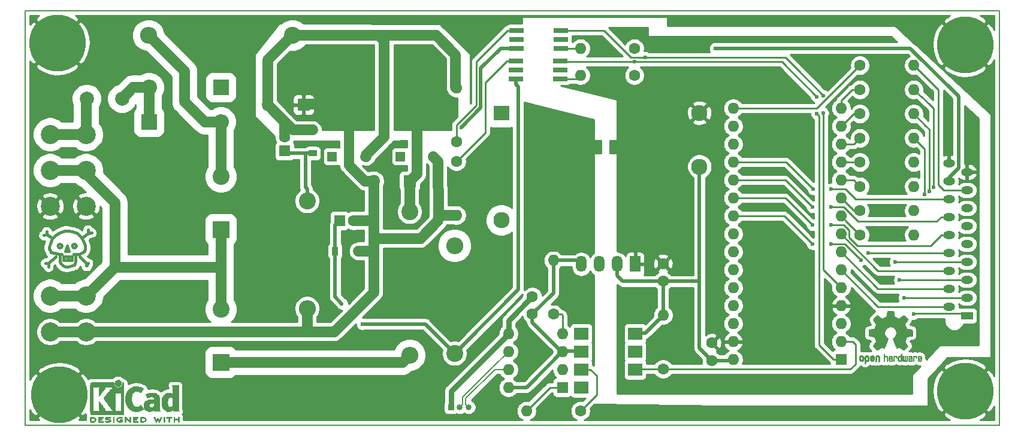
<source format=gbr>
G04 #@! TF.GenerationSoftware,KiCad,Pcbnew,5.1.5-52549c5~84~ubuntu18.04.1*
G04 #@! TF.CreationDate,2020-01-17T22:37:04+01:00*
G04 #@! TF.ProjectId,VFD,5646442e-6b69-4636-9164-5f7063625858,rev?*
G04 #@! TF.SameCoordinates,Original*
G04 #@! TF.FileFunction,Copper,L1,Top*
G04 #@! TF.FilePolarity,Positive*
%FSLAX46Y46*%
G04 Gerber Fmt 4.6, Leading zero omitted, Abs format (unit mm)*
G04 Created by KiCad (PCBNEW 5.1.5-52549c5~84~ubuntu18.04.1) date 2020-01-17 22:37:04*
%MOMM*%
%LPD*%
G04 APERTURE LIST*
%ADD10C,0.150000*%
%ADD11C,0.010000*%
%ADD12C,0.381000*%
%ADD13O,1.800000X1.800000*%
%ADD14R,1.800000X1.800000*%
%ADD15C,2.300000*%
%ADD16R,2.300000X2.000000*%
%ADD17C,0.900000*%
%ADD18C,8.000000*%
%ADD19O,1.600000X1.600000*%
%ADD20C,1.600000*%
%ADD21R,1.200000X0.900000*%
%ADD22R,2.000000X0.640000*%
%ADD23C,2.700000*%
%ADD24C,0.850000*%
%ADD25R,0.850000X0.850000*%
%ADD26R,1.600000X1.600000*%
%ADD27O,1.500000X2.300000*%
%ADD28R,1.500000X2.300000*%
%ADD29R,1.700000X1.120000*%
%ADD30O,1.700000X1.120000*%
%ADD31O,1.400000X1.400000*%
%ADD32R,1.400000X1.400000*%
%ADD33R,5.700000X6.200000*%
%ADD34O,2.400000X2.400000*%
%ADD35C,2.400000*%
%ADD36C,2.000000*%
%ADD37R,2.400000X2.400000*%
%ADD38R,2.200000X2.200000*%
%ADD39O,2.200000X2.200000*%
%ADD40R,0.900000X1.200000*%
%ADD41R,2.000000X1.780000*%
%ADD42C,0.600000*%
%ADD43C,0.250000*%
%ADD44C,0.500000*%
%ADD45C,1.500000*%
%ADD46C,0.750000*%
%ADD47C,1.400000*%
%ADD48C,0.200000*%
%ADD49C,0.254000*%
G04 APERTURE END LIST*
D10*
X173990000Y-93472000D02*
X36322000Y-93472000D01*
X173990000Y-34798000D02*
X173990000Y-93472000D01*
X36322000Y-93472000D02*
X36322000Y-34798000D01*
X36322000Y-34798000D02*
X173990000Y-34798000D01*
D11*
G36*
X58044823Y-92317533D02*
G01*
X58076202Y-92339776D01*
X58103911Y-92367485D01*
X58103911Y-92676920D01*
X58103838Y-92768799D01*
X58103495Y-92840840D01*
X58102692Y-92895780D01*
X58101241Y-92936360D01*
X58098952Y-92965317D01*
X58095636Y-92985391D01*
X58091105Y-92999321D01*
X58085169Y-93009845D01*
X58080514Y-93016100D01*
X58049783Y-93040673D01*
X58014496Y-93043341D01*
X57982245Y-93028271D01*
X57971588Y-93019374D01*
X57964464Y-93007557D01*
X57960167Y-92988526D01*
X57957991Y-92957992D01*
X57957228Y-92911662D01*
X57957155Y-92875871D01*
X57957155Y-92741045D01*
X57460444Y-92741045D01*
X57460444Y-92863700D01*
X57459931Y-92919787D01*
X57457876Y-92958333D01*
X57453508Y-92984361D01*
X57446056Y-93002897D01*
X57437047Y-93016100D01*
X57406144Y-93040604D01*
X57371196Y-93043506D01*
X57337738Y-93026089D01*
X57328604Y-93016959D01*
X57322152Y-93004855D01*
X57317897Y-92986001D01*
X57315352Y-92956620D01*
X57314029Y-92912937D01*
X57313443Y-92851175D01*
X57313375Y-92837000D01*
X57312891Y-92720631D01*
X57312641Y-92624727D01*
X57312723Y-92547177D01*
X57313231Y-92485869D01*
X57314262Y-92438690D01*
X57315913Y-92403530D01*
X57318279Y-92378276D01*
X57321457Y-92360817D01*
X57325544Y-92349041D01*
X57330634Y-92340835D01*
X57336266Y-92334645D01*
X57368128Y-92314844D01*
X57401357Y-92317533D01*
X57432735Y-92339776D01*
X57445433Y-92354126D01*
X57453526Y-92369978D01*
X57458042Y-92392554D01*
X57460006Y-92427078D01*
X57460444Y-92478776D01*
X57460444Y-92594289D01*
X57957155Y-92594289D01*
X57957155Y-92475756D01*
X57957662Y-92421148D01*
X57959698Y-92384275D01*
X57964035Y-92360307D01*
X57971447Y-92344415D01*
X57979733Y-92334645D01*
X58011594Y-92314844D01*
X58044823Y-92317533D01*
G37*
X58044823Y-92317533D02*
X58076202Y-92339776D01*
X58103911Y-92367485D01*
X58103911Y-92676920D01*
X58103838Y-92768799D01*
X58103495Y-92840840D01*
X58102692Y-92895780D01*
X58101241Y-92936360D01*
X58098952Y-92965317D01*
X58095636Y-92985391D01*
X58091105Y-92999321D01*
X58085169Y-93009845D01*
X58080514Y-93016100D01*
X58049783Y-93040673D01*
X58014496Y-93043341D01*
X57982245Y-93028271D01*
X57971588Y-93019374D01*
X57964464Y-93007557D01*
X57960167Y-92988526D01*
X57957991Y-92957992D01*
X57957228Y-92911662D01*
X57957155Y-92875871D01*
X57957155Y-92741045D01*
X57460444Y-92741045D01*
X57460444Y-92863700D01*
X57459931Y-92919787D01*
X57457876Y-92958333D01*
X57453508Y-92984361D01*
X57446056Y-93002897D01*
X57437047Y-93016100D01*
X57406144Y-93040604D01*
X57371196Y-93043506D01*
X57337738Y-93026089D01*
X57328604Y-93016959D01*
X57322152Y-93004855D01*
X57317897Y-92986001D01*
X57315352Y-92956620D01*
X57314029Y-92912937D01*
X57313443Y-92851175D01*
X57313375Y-92837000D01*
X57312891Y-92720631D01*
X57312641Y-92624727D01*
X57312723Y-92547177D01*
X57313231Y-92485869D01*
X57314262Y-92438690D01*
X57315913Y-92403530D01*
X57318279Y-92378276D01*
X57321457Y-92360817D01*
X57325544Y-92349041D01*
X57330634Y-92340835D01*
X57336266Y-92334645D01*
X57368128Y-92314844D01*
X57401357Y-92317533D01*
X57432735Y-92339776D01*
X57445433Y-92354126D01*
X57453526Y-92369978D01*
X57458042Y-92392554D01*
X57460006Y-92427078D01*
X57460444Y-92478776D01*
X57460444Y-92594289D01*
X57957155Y-92594289D01*
X57957155Y-92475756D01*
X57957662Y-92421148D01*
X57959698Y-92384275D01*
X57964035Y-92360307D01*
X57971447Y-92344415D01*
X57979733Y-92334645D01*
X58011594Y-92314844D01*
X58044823Y-92317533D01*
G36*
X56779065Y-92312163D02*
G01*
X56857772Y-92312542D01*
X56918863Y-92313333D01*
X56964817Y-92314670D01*
X56998114Y-92316683D01*
X57021236Y-92319506D01*
X57036662Y-92323269D01*
X57046871Y-92328105D01*
X57051813Y-92331822D01*
X57077457Y-92364358D01*
X57080559Y-92398138D01*
X57064711Y-92428826D01*
X57054348Y-92441089D01*
X57043196Y-92449450D01*
X57027035Y-92454657D01*
X57001642Y-92457457D01*
X56962798Y-92458596D01*
X56906280Y-92458821D01*
X56895180Y-92458822D01*
X56749244Y-92458822D01*
X56749244Y-92729756D01*
X56749148Y-92815154D01*
X56748711Y-92880864D01*
X56747712Y-92929774D01*
X56745928Y-92964773D01*
X56743137Y-92988749D01*
X56739117Y-93004593D01*
X56733645Y-93015191D01*
X56726666Y-93023267D01*
X56693734Y-93043112D01*
X56659354Y-93041548D01*
X56628176Y-93018906D01*
X56625886Y-93016100D01*
X56618429Y-93005492D01*
X56612747Y-92993081D01*
X56608601Y-92975850D01*
X56605750Y-92950784D01*
X56603954Y-92914867D01*
X56602972Y-92865083D01*
X56602564Y-92798417D01*
X56602489Y-92722589D01*
X56602489Y-92458822D01*
X56463127Y-92458822D01*
X56403322Y-92458418D01*
X56361918Y-92456840D01*
X56334748Y-92453547D01*
X56317646Y-92447992D01*
X56306443Y-92439631D01*
X56305083Y-92438178D01*
X56288725Y-92404939D01*
X56290172Y-92367362D01*
X56308978Y-92334645D01*
X56316250Y-92328298D01*
X56325627Y-92323266D01*
X56339609Y-92319396D01*
X56360696Y-92316537D01*
X56391389Y-92314535D01*
X56434189Y-92313239D01*
X56491595Y-92312498D01*
X56566110Y-92312158D01*
X56660233Y-92312068D01*
X56680260Y-92312067D01*
X56779065Y-92312163D01*
G37*
X56779065Y-92312163D02*
X56857772Y-92312542D01*
X56918863Y-92313333D01*
X56964817Y-92314670D01*
X56998114Y-92316683D01*
X57021236Y-92319506D01*
X57036662Y-92323269D01*
X57046871Y-92328105D01*
X57051813Y-92331822D01*
X57077457Y-92364358D01*
X57080559Y-92398138D01*
X57064711Y-92428826D01*
X57054348Y-92441089D01*
X57043196Y-92449450D01*
X57027035Y-92454657D01*
X57001642Y-92457457D01*
X56962798Y-92458596D01*
X56906280Y-92458821D01*
X56895180Y-92458822D01*
X56749244Y-92458822D01*
X56749244Y-92729756D01*
X56749148Y-92815154D01*
X56748711Y-92880864D01*
X56747712Y-92929774D01*
X56745928Y-92964773D01*
X56743137Y-92988749D01*
X56739117Y-93004593D01*
X56733645Y-93015191D01*
X56726666Y-93023267D01*
X56693734Y-93043112D01*
X56659354Y-93041548D01*
X56628176Y-93018906D01*
X56625886Y-93016100D01*
X56618429Y-93005492D01*
X56612747Y-92993081D01*
X56608601Y-92975850D01*
X56605750Y-92950784D01*
X56603954Y-92914867D01*
X56602972Y-92865083D01*
X56602564Y-92798417D01*
X56602489Y-92722589D01*
X56602489Y-92458822D01*
X56463127Y-92458822D01*
X56403322Y-92458418D01*
X56361918Y-92456840D01*
X56334748Y-92453547D01*
X56317646Y-92447992D01*
X56306443Y-92439631D01*
X56305083Y-92438178D01*
X56288725Y-92404939D01*
X56290172Y-92367362D01*
X56308978Y-92334645D01*
X56316250Y-92328298D01*
X56325627Y-92323266D01*
X56339609Y-92319396D01*
X56360696Y-92316537D01*
X56391389Y-92314535D01*
X56434189Y-92313239D01*
X56491595Y-92312498D01*
X56566110Y-92312158D01*
X56660233Y-92312068D01*
X56680260Y-92312067D01*
X56779065Y-92312163D01*
G36*
X56004614Y-92318877D02*
G01*
X56028327Y-92333647D01*
X56054978Y-92355227D01*
X56054978Y-92676773D01*
X56054893Y-92770830D01*
X56054529Y-92844932D01*
X56053724Y-92901704D01*
X56052313Y-92943768D01*
X56050133Y-92973748D01*
X56047021Y-92994267D01*
X56042814Y-93007949D01*
X56037348Y-93017416D01*
X56033472Y-93022082D01*
X56002034Y-93042575D01*
X55966233Y-93041739D01*
X55934873Y-93024264D01*
X55908222Y-93002684D01*
X55908222Y-92355227D01*
X55934873Y-92333647D01*
X55960594Y-92317949D01*
X55981600Y-92312067D01*
X56004614Y-92318877D01*
G37*
X56004614Y-92318877D02*
X56028327Y-92333647D01*
X56054978Y-92355227D01*
X56054978Y-92676773D01*
X56054893Y-92770830D01*
X56054529Y-92844932D01*
X56053724Y-92901704D01*
X56052313Y-92943768D01*
X56050133Y-92973748D01*
X56047021Y-92994267D01*
X56042814Y-93007949D01*
X56037348Y-93017416D01*
X56033472Y-93022082D01*
X56002034Y-93042575D01*
X55966233Y-93041739D01*
X55934873Y-93024264D01*
X55908222Y-93002684D01*
X55908222Y-92355227D01*
X55934873Y-92333647D01*
X55960594Y-92317949D01*
X55981600Y-92312067D01*
X56004614Y-92318877D01*
G36*
X55560665Y-92314034D02*
G01*
X55580255Y-92321035D01*
X55581010Y-92321377D01*
X55607613Y-92341678D01*
X55622270Y-92362561D01*
X55625138Y-92372352D01*
X55624996Y-92385361D01*
X55620961Y-92403895D01*
X55612146Y-92430257D01*
X55597669Y-92466752D01*
X55576645Y-92515687D01*
X55548188Y-92579365D01*
X55511415Y-92660093D01*
X55491175Y-92704216D01*
X55454625Y-92782985D01*
X55420315Y-92855423D01*
X55389552Y-92918880D01*
X55363648Y-92970708D01*
X55343910Y-93008259D01*
X55331650Y-93028884D01*
X55329224Y-93031733D01*
X55298183Y-93044302D01*
X55263121Y-93042619D01*
X55235000Y-93027332D01*
X55233854Y-93026089D01*
X55222668Y-93009154D01*
X55203904Y-92976170D01*
X55179875Y-92931380D01*
X55152897Y-92879032D01*
X55143201Y-92859742D01*
X55070014Y-92713150D01*
X54990240Y-92872393D01*
X54961767Y-92927415D01*
X54935350Y-92975132D01*
X54913148Y-93011893D01*
X54897319Y-93034044D01*
X54891954Y-93038741D01*
X54850257Y-93045102D01*
X54815849Y-93031733D01*
X54805728Y-93017446D01*
X54788214Y-92985692D01*
X54764735Y-92939597D01*
X54736720Y-92882285D01*
X54705599Y-92816880D01*
X54672799Y-92746507D01*
X54639750Y-92674291D01*
X54607881Y-92603355D01*
X54578619Y-92536825D01*
X54553395Y-92477826D01*
X54533636Y-92429481D01*
X54520772Y-92394915D01*
X54516231Y-92377253D01*
X54516277Y-92376613D01*
X54527326Y-92354388D01*
X54549410Y-92331753D01*
X54550710Y-92330768D01*
X54577853Y-92315425D01*
X54602958Y-92315574D01*
X54612368Y-92318466D01*
X54623834Y-92324718D01*
X54636010Y-92337014D01*
X54650357Y-92357908D01*
X54668336Y-92389949D01*
X54691407Y-92435688D01*
X54721030Y-92497677D01*
X54747745Y-92554898D01*
X54778480Y-92621226D01*
X54806021Y-92680874D01*
X54828938Y-92730725D01*
X54845798Y-92767664D01*
X54855173Y-92788573D01*
X54856540Y-92791845D01*
X54862689Y-92786497D01*
X54876822Y-92764109D01*
X54897057Y-92727946D01*
X54921515Y-92681277D01*
X54931248Y-92662022D01*
X54964217Y-92597004D01*
X54989643Y-92549654D01*
X55009612Y-92517219D01*
X55026210Y-92496946D01*
X55041524Y-92486082D01*
X55057640Y-92481875D01*
X55068143Y-92481400D01*
X55086670Y-92483042D01*
X55102904Y-92489831D01*
X55119035Y-92504566D01*
X55137251Y-92530044D01*
X55159739Y-92569061D01*
X55188689Y-92624414D01*
X55204662Y-92655903D01*
X55230570Y-92706087D01*
X55253167Y-92747704D01*
X55270458Y-92777242D01*
X55280450Y-92791189D01*
X55281809Y-92791770D01*
X55288261Y-92780793D01*
X55302708Y-92752290D01*
X55323703Y-92709244D01*
X55349797Y-92654638D01*
X55379546Y-92591454D01*
X55394180Y-92560071D01*
X55432250Y-92479078D01*
X55462905Y-92416756D01*
X55487737Y-92371071D01*
X55508337Y-92339989D01*
X55526298Y-92321478D01*
X55543210Y-92313504D01*
X55560665Y-92314034D01*
G37*
X55560665Y-92314034D02*
X55580255Y-92321035D01*
X55581010Y-92321377D01*
X55607613Y-92341678D01*
X55622270Y-92362561D01*
X55625138Y-92372352D01*
X55624996Y-92385361D01*
X55620961Y-92403895D01*
X55612146Y-92430257D01*
X55597669Y-92466752D01*
X55576645Y-92515687D01*
X55548188Y-92579365D01*
X55511415Y-92660093D01*
X55491175Y-92704216D01*
X55454625Y-92782985D01*
X55420315Y-92855423D01*
X55389552Y-92918880D01*
X55363648Y-92970708D01*
X55343910Y-93008259D01*
X55331650Y-93028884D01*
X55329224Y-93031733D01*
X55298183Y-93044302D01*
X55263121Y-93042619D01*
X55235000Y-93027332D01*
X55233854Y-93026089D01*
X55222668Y-93009154D01*
X55203904Y-92976170D01*
X55179875Y-92931380D01*
X55152897Y-92879032D01*
X55143201Y-92859742D01*
X55070014Y-92713150D01*
X54990240Y-92872393D01*
X54961767Y-92927415D01*
X54935350Y-92975132D01*
X54913148Y-93011893D01*
X54897319Y-93034044D01*
X54891954Y-93038741D01*
X54850257Y-93045102D01*
X54815849Y-93031733D01*
X54805728Y-93017446D01*
X54788214Y-92985692D01*
X54764735Y-92939597D01*
X54736720Y-92882285D01*
X54705599Y-92816880D01*
X54672799Y-92746507D01*
X54639750Y-92674291D01*
X54607881Y-92603355D01*
X54578619Y-92536825D01*
X54553395Y-92477826D01*
X54533636Y-92429481D01*
X54520772Y-92394915D01*
X54516231Y-92377253D01*
X54516277Y-92376613D01*
X54527326Y-92354388D01*
X54549410Y-92331753D01*
X54550710Y-92330768D01*
X54577853Y-92315425D01*
X54602958Y-92315574D01*
X54612368Y-92318466D01*
X54623834Y-92324718D01*
X54636010Y-92337014D01*
X54650357Y-92357908D01*
X54668336Y-92389949D01*
X54691407Y-92435688D01*
X54721030Y-92497677D01*
X54747745Y-92554898D01*
X54778480Y-92621226D01*
X54806021Y-92680874D01*
X54828938Y-92730725D01*
X54845798Y-92767664D01*
X54855173Y-92788573D01*
X54856540Y-92791845D01*
X54862689Y-92786497D01*
X54876822Y-92764109D01*
X54897057Y-92727946D01*
X54921515Y-92681277D01*
X54931248Y-92662022D01*
X54964217Y-92597004D01*
X54989643Y-92549654D01*
X55009612Y-92517219D01*
X55026210Y-92496946D01*
X55041524Y-92486082D01*
X55057640Y-92481875D01*
X55068143Y-92481400D01*
X55086670Y-92483042D01*
X55102904Y-92489831D01*
X55119035Y-92504566D01*
X55137251Y-92530044D01*
X55159739Y-92569061D01*
X55188689Y-92624414D01*
X55204662Y-92655903D01*
X55230570Y-92706087D01*
X55253167Y-92747704D01*
X55270458Y-92777242D01*
X55280450Y-92791189D01*
X55281809Y-92791770D01*
X55288261Y-92780793D01*
X55302708Y-92752290D01*
X55323703Y-92709244D01*
X55349797Y-92654638D01*
X55379546Y-92591454D01*
X55394180Y-92560071D01*
X55432250Y-92479078D01*
X55462905Y-92416756D01*
X55487737Y-92371071D01*
X55508337Y-92339989D01*
X55526298Y-92321478D01*
X55543210Y-92313504D01*
X55560665Y-92314034D01*
G36*
X52834309Y-92312275D02*
G01*
X52963288Y-92316636D01*
X53072991Y-92329861D01*
X53165226Y-92352741D01*
X53241802Y-92386070D01*
X53304527Y-92430638D01*
X53355212Y-92487236D01*
X53395663Y-92556658D01*
X53396459Y-92558351D01*
X53420601Y-92620483D01*
X53429203Y-92675509D01*
X53422231Y-92730887D01*
X53399654Y-92794073D01*
X53395372Y-92803689D01*
X53366172Y-92859966D01*
X53333356Y-92903451D01*
X53291002Y-92940417D01*
X53233190Y-92977135D01*
X53229831Y-92979052D01*
X53179504Y-93003227D01*
X53122621Y-93021282D01*
X53055527Y-93033839D01*
X52974565Y-93041522D01*
X52876082Y-93044953D01*
X52841286Y-93045251D01*
X52675594Y-93045845D01*
X52652197Y-93016100D01*
X52645257Y-93006319D01*
X52639842Y-92994897D01*
X52635765Y-92979095D01*
X52632837Y-92956175D01*
X52630867Y-92923396D01*
X52630225Y-92899089D01*
X52786844Y-92899089D01*
X52880726Y-92899089D01*
X52935664Y-92897483D01*
X52992060Y-92893255D01*
X53038345Y-92887292D01*
X53041139Y-92886790D01*
X53123348Y-92864736D01*
X53187114Y-92831600D01*
X53234452Y-92785847D01*
X53267382Y-92725939D01*
X53273108Y-92710061D01*
X53278721Y-92685333D01*
X53276291Y-92660902D01*
X53264467Y-92628400D01*
X53257340Y-92612434D01*
X53234000Y-92570006D01*
X53205880Y-92540240D01*
X53174940Y-92519511D01*
X53112966Y-92492537D01*
X53033651Y-92472998D01*
X52941253Y-92461746D01*
X52874333Y-92459270D01*
X52786844Y-92458822D01*
X52786844Y-92899089D01*
X52630225Y-92899089D01*
X52629668Y-92878021D01*
X52629050Y-92817311D01*
X52628825Y-92738526D01*
X52628800Y-92676920D01*
X52628800Y-92367485D01*
X52656509Y-92339776D01*
X52668806Y-92328544D01*
X52682103Y-92320853D01*
X52700672Y-92316040D01*
X52728786Y-92313446D01*
X52770717Y-92312410D01*
X52830737Y-92312270D01*
X52834309Y-92312275D01*
G37*
X52834309Y-92312275D02*
X52963288Y-92316636D01*
X53072991Y-92329861D01*
X53165226Y-92352741D01*
X53241802Y-92386070D01*
X53304527Y-92430638D01*
X53355212Y-92487236D01*
X53395663Y-92556658D01*
X53396459Y-92558351D01*
X53420601Y-92620483D01*
X53429203Y-92675509D01*
X53422231Y-92730887D01*
X53399654Y-92794073D01*
X53395372Y-92803689D01*
X53366172Y-92859966D01*
X53333356Y-92903451D01*
X53291002Y-92940417D01*
X53233190Y-92977135D01*
X53229831Y-92979052D01*
X53179504Y-93003227D01*
X53122621Y-93021282D01*
X53055527Y-93033839D01*
X52974565Y-93041522D01*
X52876082Y-93044953D01*
X52841286Y-93045251D01*
X52675594Y-93045845D01*
X52652197Y-93016100D01*
X52645257Y-93006319D01*
X52639842Y-92994897D01*
X52635765Y-92979095D01*
X52632837Y-92956175D01*
X52630867Y-92923396D01*
X52630225Y-92899089D01*
X52786844Y-92899089D01*
X52880726Y-92899089D01*
X52935664Y-92897483D01*
X52992060Y-92893255D01*
X53038345Y-92887292D01*
X53041139Y-92886790D01*
X53123348Y-92864736D01*
X53187114Y-92831600D01*
X53234452Y-92785847D01*
X53267382Y-92725939D01*
X53273108Y-92710061D01*
X53278721Y-92685333D01*
X53276291Y-92660902D01*
X53264467Y-92628400D01*
X53257340Y-92612434D01*
X53234000Y-92570006D01*
X53205880Y-92540240D01*
X53174940Y-92519511D01*
X53112966Y-92492537D01*
X53033651Y-92472998D01*
X52941253Y-92461746D01*
X52874333Y-92459270D01*
X52786844Y-92458822D01*
X52786844Y-92899089D01*
X52630225Y-92899089D01*
X52629668Y-92878021D01*
X52629050Y-92817311D01*
X52628825Y-92738526D01*
X52628800Y-92676920D01*
X52628800Y-92367485D01*
X52656509Y-92339776D01*
X52668806Y-92328544D01*
X52682103Y-92320853D01*
X52700672Y-92316040D01*
X52728786Y-92313446D01*
X52770717Y-92312410D01*
X52830737Y-92312270D01*
X52834309Y-92312275D01*
G36*
X52046343Y-92312260D02*
G01*
X52122701Y-92313174D01*
X52181217Y-92315311D01*
X52224255Y-92319175D01*
X52254183Y-92325267D01*
X52273368Y-92334090D01*
X52284176Y-92346146D01*
X52288973Y-92361939D01*
X52290127Y-92381970D01*
X52290133Y-92384335D01*
X52289131Y-92406992D01*
X52284396Y-92424503D01*
X52273333Y-92437574D01*
X52253348Y-92446913D01*
X52221846Y-92453227D01*
X52176232Y-92457222D01*
X52113913Y-92459606D01*
X52032293Y-92461086D01*
X52007277Y-92461414D01*
X51765200Y-92464467D01*
X51761814Y-92529378D01*
X51758429Y-92594289D01*
X51926576Y-92594289D01*
X51992266Y-92594531D01*
X52039172Y-92595556D01*
X52071083Y-92597811D01*
X52091791Y-92601742D01*
X52105084Y-92607798D01*
X52114755Y-92616424D01*
X52114817Y-92616493D01*
X52132356Y-92650112D01*
X52131722Y-92686448D01*
X52113314Y-92717423D01*
X52109671Y-92720607D01*
X52096741Y-92728812D01*
X52079024Y-92734521D01*
X52052570Y-92738162D01*
X52013432Y-92740167D01*
X51957662Y-92740964D01*
X51921994Y-92741045D01*
X51759555Y-92741045D01*
X51759555Y-92899089D01*
X52006161Y-92899089D01*
X52087580Y-92899231D01*
X52149410Y-92899814D01*
X52194637Y-92901068D01*
X52226248Y-92903227D01*
X52247231Y-92906523D01*
X52260573Y-92911189D01*
X52269261Y-92917457D01*
X52271450Y-92919733D01*
X52287614Y-92951280D01*
X52288797Y-92987168D01*
X52275536Y-93018285D01*
X52265043Y-93028271D01*
X52254129Y-93033769D01*
X52237217Y-93038022D01*
X52211633Y-93041180D01*
X52174701Y-93043392D01*
X52123746Y-93044806D01*
X52056094Y-93045572D01*
X51969069Y-93045838D01*
X51949394Y-93045845D01*
X51860911Y-93045787D01*
X51792227Y-93045467D01*
X51740564Y-93044667D01*
X51703145Y-93043167D01*
X51677190Y-93040749D01*
X51659922Y-93037194D01*
X51648562Y-93032282D01*
X51640332Y-93025795D01*
X51635817Y-93021138D01*
X51629021Y-93012889D01*
X51623712Y-93002669D01*
X51619706Y-92987800D01*
X51616821Y-92965602D01*
X51614874Y-92933393D01*
X51613681Y-92888496D01*
X51613061Y-92828228D01*
X51612829Y-92749911D01*
X51612800Y-92683994D01*
X51612871Y-92591628D01*
X51613208Y-92519117D01*
X51613998Y-92463737D01*
X51615426Y-92422765D01*
X51617679Y-92393478D01*
X51620943Y-92373153D01*
X51625404Y-92359066D01*
X51631248Y-92348495D01*
X51636197Y-92341811D01*
X51659594Y-92312067D01*
X51949774Y-92312067D01*
X52046343Y-92312260D01*
G37*
X52046343Y-92312260D02*
X52122701Y-92313174D01*
X52181217Y-92315311D01*
X52224255Y-92319175D01*
X52254183Y-92325267D01*
X52273368Y-92334090D01*
X52284176Y-92346146D01*
X52288973Y-92361939D01*
X52290127Y-92381970D01*
X52290133Y-92384335D01*
X52289131Y-92406992D01*
X52284396Y-92424503D01*
X52273333Y-92437574D01*
X52253348Y-92446913D01*
X52221846Y-92453227D01*
X52176232Y-92457222D01*
X52113913Y-92459606D01*
X52032293Y-92461086D01*
X52007277Y-92461414D01*
X51765200Y-92464467D01*
X51761814Y-92529378D01*
X51758429Y-92594289D01*
X51926576Y-92594289D01*
X51992266Y-92594531D01*
X52039172Y-92595556D01*
X52071083Y-92597811D01*
X52091791Y-92601742D01*
X52105084Y-92607798D01*
X52114755Y-92616424D01*
X52114817Y-92616493D01*
X52132356Y-92650112D01*
X52131722Y-92686448D01*
X52113314Y-92717423D01*
X52109671Y-92720607D01*
X52096741Y-92728812D01*
X52079024Y-92734521D01*
X52052570Y-92738162D01*
X52013432Y-92740167D01*
X51957662Y-92740964D01*
X51921994Y-92741045D01*
X51759555Y-92741045D01*
X51759555Y-92899089D01*
X52006161Y-92899089D01*
X52087580Y-92899231D01*
X52149410Y-92899814D01*
X52194637Y-92901068D01*
X52226248Y-92903227D01*
X52247231Y-92906523D01*
X52260573Y-92911189D01*
X52269261Y-92917457D01*
X52271450Y-92919733D01*
X52287614Y-92951280D01*
X52288797Y-92987168D01*
X52275536Y-93018285D01*
X52265043Y-93028271D01*
X52254129Y-93033769D01*
X52237217Y-93038022D01*
X52211633Y-93041180D01*
X52174701Y-93043392D01*
X52123746Y-93044806D01*
X52056094Y-93045572D01*
X51969069Y-93045838D01*
X51949394Y-93045845D01*
X51860911Y-93045787D01*
X51792227Y-93045467D01*
X51740564Y-93044667D01*
X51703145Y-93043167D01*
X51677190Y-93040749D01*
X51659922Y-93037194D01*
X51648562Y-93032282D01*
X51640332Y-93025795D01*
X51635817Y-93021138D01*
X51629021Y-93012889D01*
X51623712Y-93002669D01*
X51619706Y-92987800D01*
X51616821Y-92965602D01*
X51614874Y-92933393D01*
X51613681Y-92888496D01*
X51613061Y-92828228D01*
X51612829Y-92749911D01*
X51612800Y-92683994D01*
X51612871Y-92591628D01*
X51613208Y-92519117D01*
X51613998Y-92463737D01*
X51615426Y-92422765D01*
X51617679Y-92393478D01*
X51620943Y-92373153D01*
X51625404Y-92359066D01*
X51631248Y-92348495D01*
X51636197Y-92341811D01*
X51659594Y-92312067D01*
X51949774Y-92312067D01*
X52046343Y-92312260D01*
G36*
X50515886Y-92316448D02*
G01*
X50539452Y-92330273D01*
X50570265Y-92352881D01*
X50609922Y-92385338D01*
X50660020Y-92428708D01*
X50722157Y-92484058D01*
X50797928Y-92552451D01*
X50884666Y-92631084D01*
X51065289Y-92794878D01*
X51070933Y-92575029D01*
X51072971Y-92499351D01*
X51074937Y-92442994D01*
X51077266Y-92402706D01*
X51080394Y-92375235D01*
X51084755Y-92357329D01*
X51090784Y-92345737D01*
X51098916Y-92337208D01*
X51103228Y-92333623D01*
X51137759Y-92314670D01*
X51170617Y-92317441D01*
X51196682Y-92333633D01*
X51223333Y-92355199D01*
X51226648Y-92670151D01*
X51227565Y-92762779D01*
X51228032Y-92835544D01*
X51227887Y-92891161D01*
X51226968Y-92932342D01*
X51225113Y-92961803D01*
X51222161Y-92982255D01*
X51217950Y-92996413D01*
X51212318Y-93006991D01*
X51206073Y-93015474D01*
X51192561Y-93031207D01*
X51179117Y-93041636D01*
X51163876Y-93045639D01*
X51144974Y-93042094D01*
X51120545Y-93029879D01*
X51088727Y-93007871D01*
X51047652Y-92974949D01*
X50995458Y-92929991D01*
X50930278Y-92871875D01*
X50856444Y-92805099D01*
X50591155Y-92564458D01*
X50585511Y-92783589D01*
X50583469Y-92859128D01*
X50581498Y-92915354D01*
X50579161Y-92955524D01*
X50576019Y-92982896D01*
X50571636Y-93000728D01*
X50565576Y-93012279D01*
X50557400Y-93020807D01*
X50553216Y-93024282D01*
X50516235Y-93043372D01*
X50481292Y-93040493D01*
X50450864Y-93016100D01*
X50443903Y-93006286D01*
X50438477Y-92994826D01*
X50434397Y-92978968D01*
X50431471Y-92955963D01*
X50429508Y-92923062D01*
X50428317Y-92877516D01*
X50427708Y-92816573D01*
X50427489Y-92737486D01*
X50427466Y-92678956D01*
X50427540Y-92587407D01*
X50427887Y-92515687D01*
X50428699Y-92461045D01*
X50430167Y-92420732D01*
X50432481Y-92391998D01*
X50435833Y-92372093D01*
X50440412Y-92358268D01*
X50446411Y-92347772D01*
X50450864Y-92341811D01*
X50462150Y-92327691D01*
X50472699Y-92317029D01*
X50484107Y-92310892D01*
X50497970Y-92310343D01*
X50515886Y-92316448D01*
G37*
X50515886Y-92316448D02*
X50539452Y-92330273D01*
X50570265Y-92352881D01*
X50609922Y-92385338D01*
X50660020Y-92428708D01*
X50722157Y-92484058D01*
X50797928Y-92552451D01*
X50884666Y-92631084D01*
X51065289Y-92794878D01*
X51070933Y-92575029D01*
X51072971Y-92499351D01*
X51074937Y-92442994D01*
X51077266Y-92402706D01*
X51080394Y-92375235D01*
X51084755Y-92357329D01*
X51090784Y-92345737D01*
X51098916Y-92337208D01*
X51103228Y-92333623D01*
X51137759Y-92314670D01*
X51170617Y-92317441D01*
X51196682Y-92333633D01*
X51223333Y-92355199D01*
X51226648Y-92670151D01*
X51227565Y-92762779D01*
X51228032Y-92835544D01*
X51227887Y-92891161D01*
X51226968Y-92932342D01*
X51225113Y-92961803D01*
X51222161Y-92982255D01*
X51217950Y-92996413D01*
X51212318Y-93006991D01*
X51206073Y-93015474D01*
X51192561Y-93031207D01*
X51179117Y-93041636D01*
X51163876Y-93045639D01*
X51144974Y-93042094D01*
X51120545Y-93029879D01*
X51088727Y-93007871D01*
X51047652Y-92974949D01*
X50995458Y-92929991D01*
X50930278Y-92871875D01*
X50856444Y-92805099D01*
X50591155Y-92564458D01*
X50585511Y-92783589D01*
X50583469Y-92859128D01*
X50581498Y-92915354D01*
X50579161Y-92955524D01*
X50576019Y-92982896D01*
X50571636Y-93000728D01*
X50565576Y-93012279D01*
X50557400Y-93020807D01*
X50553216Y-93024282D01*
X50516235Y-93043372D01*
X50481292Y-93040493D01*
X50450864Y-93016100D01*
X50443903Y-93006286D01*
X50438477Y-92994826D01*
X50434397Y-92978968D01*
X50431471Y-92955963D01*
X50429508Y-92923062D01*
X50428317Y-92877516D01*
X50427708Y-92816573D01*
X50427489Y-92737486D01*
X50427466Y-92678956D01*
X50427540Y-92587407D01*
X50427887Y-92515687D01*
X50428699Y-92461045D01*
X50430167Y-92420732D01*
X50432481Y-92391998D01*
X50435833Y-92372093D01*
X50440412Y-92358268D01*
X50446411Y-92347772D01*
X50450864Y-92341811D01*
X50462150Y-92327691D01*
X50472699Y-92317029D01*
X50484107Y-92310892D01*
X50497970Y-92310343D01*
X50515886Y-92316448D01*
G36*
X49865919Y-92317599D02*
G01*
X49934435Y-92329095D01*
X49987057Y-92346967D01*
X50021292Y-92370499D01*
X50030621Y-92383924D01*
X50040107Y-92415148D01*
X50033723Y-92443395D01*
X50013570Y-92470182D01*
X49982255Y-92482713D01*
X49936817Y-92481696D01*
X49901674Y-92474906D01*
X49823581Y-92461971D01*
X49743774Y-92460742D01*
X49654445Y-92471241D01*
X49629771Y-92475690D01*
X49546709Y-92499108D01*
X49481727Y-92533945D01*
X49435539Y-92579604D01*
X49408855Y-92635494D01*
X49403337Y-92664388D01*
X49406949Y-92723012D01*
X49430271Y-92774879D01*
X49471176Y-92818978D01*
X49527541Y-92854299D01*
X49597240Y-92879829D01*
X49678148Y-92894559D01*
X49768140Y-92897478D01*
X49865090Y-92887575D01*
X49870564Y-92886641D01*
X49909125Y-92879459D01*
X49930506Y-92872521D01*
X49939773Y-92862227D01*
X49941994Y-92844976D01*
X49942044Y-92835841D01*
X49942044Y-92797489D01*
X49873569Y-92797489D01*
X49813100Y-92793347D01*
X49771835Y-92780147D01*
X49747825Y-92756730D01*
X49739123Y-92721936D01*
X49739017Y-92717394D01*
X49744108Y-92687654D01*
X49761567Y-92666419D01*
X49794061Y-92652366D01*
X49844257Y-92644173D01*
X49892877Y-92641161D01*
X49963544Y-92639433D01*
X50014802Y-92642070D01*
X50049761Y-92651800D01*
X50071530Y-92671353D01*
X50083220Y-92703456D01*
X50087940Y-92750838D01*
X50088800Y-92813071D01*
X50087391Y-92882535D01*
X50083152Y-92929786D01*
X50076064Y-92955012D01*
X50074689Y-92956988D01*
X50035772Y-92988508D01*
X49978714Y-93013470D01*
X49907131Y-93031340D01*
X49824642Y-93041586D01*
X49734861Y-93043673D01*
X49641408Y-93037068D01*
X49586444Y-93028956D01*
X49500234Y-93004554D01*
X49420108Y-92964662D01*
X49353023Y-92912887D01*
X49342827Y-92902539D01*
X49309698Y-92859035D01*
X49279806Y-92805118D01*
X49256643Y-92748592D01*
X49243702Y-92697259D01*
X49242142Y-92677544D01*
X49248782Y-92636419D01*
X49266432Y-92585252D01*
X49291703Y-92531394D01*
X49321211Y-92482195D01*
X49347281Y-92449334D01*
X49408235Y-92400452D01*
X49487031Y-92361545D01*
X49580843Y-92333494D01*
X49686850Y-92317179D01*
X49784000Y-92313192D01*
X49865919Y-92317599D01*
G37*
X49865919Y-92317599D02*
X49934435Y-92329095D01*
X49987057Y-92346967D01*
X50021292Y-92370499D01*
X50030621Y-92383924D01*
X50040107Y-92415148D01*
X50033723Y-92443395D01*
X50013570Y-92470182D01*
X49982255Y-92482713D01*
X49936817Y-92481696D01*
X49901674Y-92474906D01*
X49823581Y-92461971D01*
X49743774Y-92460742D01*
X49654445Y-92471241D01*
X49629771Y-92475690D01*
X49546709Y-92499108D01*
X49481727Y-92533945D01*
X49435539Y-92579604D01*
X49408855Y-92635494D01*
X49403337Y-92664388D01*
X49406949Y-92723012D01*
X49430271Y-92774879D01*
X49471176Y-92818978D01*
X49527541Y-92854299D01*
X49597240Y-92879829D01*
X49678148Y-92894559D01*
X49768140Y-92897478D01*
X49865090Y-92887575D01*
X49870564Y-92886641D01*
X49909125Y-92879459D01*
X49930506Y-92872521D01*
X49939773Y-92862227D01*
X49941994Y-92844976D01*
X49942044Y-92835841D01*
X49942044Y-92797489D01*
X49873569Y-92797489D01*
X49813100Y-92793347D01*
X49771835Y-92780147D01*
X49747825Y-92756730D01*
X49739123Y-92721936D01*
X49739017Y-92717394D01*
X49744108Y-92687654D01*
X49761567Y-92666419D01*
X49794061Y-92652366D01*
X49844257Y-92644173D01*
X49892877Y-92641161D01*
X49963544Y-92639433D01*
X50014802Y-92642070D01*
X50049761Y-92651800D01*
X50071530Y-92671353D01*
X50083220Y-92703456D01*
X50087940Y-92750838D01*
X50088800Y-92813071D01*
X50087391Y-92882535D01*
X50083152Y-92929786D01*
X50076064Y-92955012D01*
X50074689Y-92956988D01*
X50035772Y-92988508D01*
X49978714Y-93013470D01*
X49907131Y-93031340D01*
X49824642Y-93041586D01*
X49734861Y-93043673D01*
X49641408Y-93037068D01*
X49586444Y-93028956D01*
X49500234Y-93004554D01*
X49420108Y-92964662D01*
X49353023Y-92912887D01*
X49342827Y-92902539D01*
X49309698Y-92859035D01*
X49279806Y-92805118D01*
X49256643Y-92748592D01*
X49243702Y-92697259D01*
X49242142Y-92677544D01*
X49248782Y-92636419D01*
X49266432Y-92585252D01*
X49291703Y-92531394D01*
X49321211Y-92482195D01*
X49347281Y-92449334D01*
X49408235Y-92400452D01*
X49487031Y-92361545D01*
X49580843Y-92333494D01*
X49686850Y-92317179D01*
X49784000Y-92313192D01*
X49865919Y-92317599D01*
G36*
X48892178Y-92334645D02*
G01*
X48898758Y-92342218D01*
X48903921Y-92351987D01*
X48907836Y-92366571D01*
X48910676Y-92388585D01*
X48912613Y-92420648D01*
X48913817Y-92465375D01*
X48914461Y-92525385D01*
X48914716Y-92603294D01*
X48914755Y-92678956D01*
X48914686Y-92772802D01*
X48914362Y-92846689D01*
X48913614Y-92903232D01*
X48912268Y-92945049D01*
X48910154Y-92974757D01*
X48907100Y-92994973D01*
X48902934Y-93008314D01*
X48897484Y-93017398D01*
X48892178Y-93023267D01*
X48859174Y-93042947D01*
X48824009Y-93041181D01*
X48792545Y-93019717D01*
X48785316Y-93011337D01*
X48779666Y-93001614D01*
X48775401Y-92987861D01*
X48772327Y-92967389D01*
X48770248Y-92937512D01*
X48768970Y-92895541D01*
X48768299Y-92838789D01*
X48768041Y-92764567D01*
X48768000Y-92680537D01*
X48768000Y-92367485D01*
X48795709Y-92339776D01*
X48829863Y-92316463D01*
X48862994Y-92315623D01*
X48892178Y-92334645D01*
G37*
X48892178Y-92334645D02*
X48898758Y-92342218D01*
X48903921Y-92351987D01*
X48907836Y-92366571D01*
X48910676Y-92388585D01*
X48912613Y-92420648D01*
X48913817Y-92465375D01*
X48914461Y-92525385D01*
X48914716Y-92603294D01*
X48914755Y-92678956D01*
X48914686Y-92772802D01*
X48914362Y-92846689D01*
X48913614Y-92903232D01*
X48912268Y-92945049D01*
X48910154Y-92974757D01*
X48907100Y-92994973D01*
X48902934Y-93008314D01*
X48897484Y-93017398D01*
X48892178Y-93023267D01*
X48859174Y-93042947D01*
X48824009Y-93041181D01*
X48792545Y-93019717D01*
X48785316Y-93011337D01*
X48779666Y-93001614D01*
X48775401Y-92987861D01*
X48772327Y-92967389D01*
X48770248Y-92937512D01*
X48768970Y-92895541D01*
X48768299Y-92838789D01*
X48768041Y-92764567D01*
X48768000Y-92680537D01*
X48768000Y-92367485D01*
X48795709Y-92339776D01*
X48829863Y-92316463D01*
X48862994Y-92315623D01*
X48892178Y-92334645D01*
G36*
X48124297Y-92313351D02*
G01*
X48199112Y-92318581D01*
X48268694Y-92326750D01*
X48328998Y-92337550D01*
X48375980Y-92350673D01*
X48405594Y-92365813D01*
X48410140Y-92370269D01*
X48425946Y-92404850D01*
X48421153Y-92440351D01*
X48396636Y-92470725D01*
X48395466Y-92471596D01*
X48381046Y-92480954D01*
X48365992Y-92485876D01*
X48344995Y-92486473D01*
X48312743Y-92482861D01*
X48263927Y-92475154D01*
X48260000Y-92474505D01*
X48187261Y-92465569D01*
X48108783Y-92461161D01*
X48030073Y-92461119D01*
X47956639Y-92465279D01*
X47893989Y-92473479D01*
X47847630Y-92485557D01*
X47844584Y-92486771D01*
X47810952Y-92505615D01*
X47799136Y-92524685D01*
X47808386Y-92543439D01*
X47837953Y-92561337D01*
X47887089Y-92577837D01*
X47955043Y-92592396D01*
X48000355Y-92599406D01*
X48094544Y-92612889D01*
X48169456Y-92625214D01*
X48228283Y-92637449D01*
X48274215Y-92650661D01*
X48310445Y-92665917D01*
X48340162Y-92684285D01*
X48366558Y-92706831D01*
X48387770Y-92728971D01*
X48412935Y-92759819D01*
X48425319Y-92786345D01*
X48429192Y-92819026D01*
X48429333Y-92830995D01*
X48426424Y-92870712D01*
X48414798Y-92900259D01*
X48394677Y-92926486D01*
X48353784Y-92966576D01*
X48308183Y-92997149D01*
X48254487Y-93019203D01*
X48189308Y-93033735D01*
X48109256Y-93041741D01*
X48010943Y-93044218D01*
X47994711Y-93044177D01*
X47929151Y-93042818D01*
X47864134Y-93039730D01*
X47806748Y-93035356D01*
X47764078Y-93030140D01*
X47760628Y-93029541D01*
X47718204Y-93019491D01*
X47682220Y-93006796D01*
X47661850Y-92995190D01*
X47642893Y-92964572D01*
X47641573Y-92928918D01*
X47657915Y-92897144D01*
X47661571Y-92893551D01*
X47676685Y-92882876D01*
X47695585Y-92878276D01*
X47724838Y-92879059D01*
X47760349Y-92883127D01*
X47800030Y-92886762D01*
X47855655Y-92889828D01*
X47920594Y-92892053D01*
X47988215Y-92893164D01*
X48006000Y-92893237D01*
X48073872Y-92892964D01*
X48123546Y-92891646D01*
X48159390Y-92888827D01*
X48185776Y-92884050D01*
X48207074Y-92876857D01*
X48219874Y-92870867D01*
X48248000Y-92854233D01*
X48265932Y-92839168D01*
X48268553Y-92834897D01*
X48263024Y-92817263D01*
X48236740Y-92800192D01*
X48191522Y-92784458D01*
X48129192Y-92770838D01*
X48110829Y-92767804D01*
X48014910Y-92752738D01*
X47938359Y-92740146D01*
X47878220Y-92729111D01*
X47831540Y-92718720D01*
X47795363Y-92708056D01*
X47766735Y-92696205D01*
X47742702Y-92682251D01*
X47720308Y-92665281D01*
X47696598Y-92644378D01*
X47688620Y-92637049D01*
X47660647Y-92609699D01*
X47645840Y-92588029D01*
X47640048Y-92563232D01*
X47639111Y-92531983D01*
X47649425Y-92470705D01*
X47680248Y-92418640D01*
X47731405Y-92375958D01*
X47802717Y-92342825D01*
X47853600Y-92327964D01*
X47908900Y-92318366D01*
X47975147Y-92312936D01*
X48048294Y-92311367D01*
X48124297Y-92313351D01*
G37*
X48124297Y-92313351D02*
X48199112Y-92318581D01*
X48268694Y-92326750D01*
X48328998Y-92337550D01*
X48375980Y-92350673D01*
X48405594Y-92365813D01*
X48410140Y-92370269D01*
X48425946Y-92404850D01*
X48421153Y-92440351D01*
X48396636Y-92470725D01*
X48395466Y-92471596D01*
X48381046Y-92480954D01*
X48365992Y-92485876D01*
X48344995Y-92486473D01*
X48312743Y-92482861D01*
X48263927Y-92475154D01*
X48260000Y-92474505D01*
X48187261Y-92465569D01*
X48108783Y-92461161D01*
X48030073Y-92461119D01*
X47956639Y-92465279D01*
X47893989Y-92473479D01*
X47847630Y-92485557D01*
X47844584Y-92486771D01*
X47810952Y-92505615D01*
X47799136Y-92524685D01*
X47808386Y-92543439D01*
X47837953Y-92561337D01*
X47887089Y-92577837D01*
X47955043Y-92592396D01*
X48000355Y-92599406D01*
X48094544Y-92612889D01*
X48169456Y-92625214D01*
X48228283Y-92637449D01*
X48274215Y-92650661D01*
X48310445Y-92665917D01*
X48340162Y-92684285D01*
X48366558Y-92706831D01*
X48387770Y-92728971D01*
X48412935Y-92759819D01*
X48425319Y-92786345D01*
X48429192Y-92819026D01*
X48429333Y-92830995D01*
X48426424Y-92870712D01*
X48414798Y-92900259D01*
X48394677Y-92926486D01*
X48353784Y-92966576D01*
X48308183Y-92997149D01*
X48254487Y-93019203D01*
X48189308Y-93033735D01*
X48109256Y-93041741D01*
X48010943Y-93044218D01*
X47994711Y-93044177D01*
X47929151Y-93042818D01*
X47864134Y-93039730D01*
X47806748Y-93035356D01*
X47764078Y-93030140D01*
X47760628Y-93029541D01*
X47718204Y-93019491D01*
X47682220Y-93006796D01*
X47661850Y-92995190D01*
X47642893Y-92964572D01*
X47641573Y-92928918D01*
X47657915Y-92897144D01*
X47661571Y-92893551D01*
X47676685Y-92882876D01*
X47695585Y-92878276D01*
X47724838Y-92879059D01*
X47760349Y-92883127D01*
X47800030Y-92886762D01*
X47855655Y-92889828D01*
X47920594Y-92892053D01*
X47988215Y-92893164D01*
X48006000Y-92893237D01*
X48073872Y-92892964D01*
X48123546Y-92891646D01*
X48159390Y-92888827D01*
X48185776Y-92884050D01*
X48207074Y-92876857D01*
X48219874Y-92870867D01*
X48248000Y-92854233D01*
X48265932Y-92839168D01*
X48268553Y-92834897D01*
X48263024Y-92817263D01*
X48236740Y-92800192D01*
X48191522Y-92784458D01*
X48129192Y-92770838D01*
X48110829Y-92767804D01*
X48014910Y-92752738D01*
X47938359Y-92740146D01*
X47878220Y-92729111D01*
X47831540Y-92718720D01*
X47795363Y-92708056D01*
X47766735Y-92696205D01*
X47742702Y-92682251D01*
X47720308Y-92665281D01*
X47696598Y-92644378D01*
X47688620Y-92637049D01*
X47660647Y-92609699D01*
X47645840Y-92588029D01*
X47640048Y-92563232D01*
X47639111Y-92531983D01*
X47649425Y-92470705D01*
X47680248Y-92418640D01*
X47731405Y-92375958D01*
X47802717Y-92342825D01*
X47853600Y-92327964D01*
X47908900Y-92318366D01*
X47975147Y-92312936D01*
X48048294Y-92311367D01*
X48124297Y-92313351D01*
G36*
X47103206Y-92312146D02*
G01*
X47172614Y-92312518D01*
X47225003Y-92313385D01*
X47263153Y-92314946D01*
X47289841Y-92317403D01*
X47307847Y-92320957D01*
X47319951Y-92325810D01*
X47328931Y-92332161D01*
X47332182Y-92335084D01*
X47351957Y-92366142D01*
X47355518Y-92401828D01*
X47342509Y-92433510D01*
X47336494Y-92439913D01*
X47326765Y-92446121D01*
X47311099Y-92450910D01*
X47286592Y-92454514D01*
X47250339Y-92457164D01*
X47199435Y-92459095D01*
X47130974Y-92460539D01*
X47068383Y-92461418D01*
X46820666Y-92464467D01*
X46817281Y-92529378D01*
X46813895Y-92594289D01*
X46982042Y-92594289D01*
X47055041Y-92594919D01*
X47108483Y-92597553D01*
X47145372Y-92603309D01*
X47168712Y-92613304D01*
X47181506Y-92628656D01*
X47186758Y-92650482D01*
X47187555Y-92670738D01*
X47185077Y-92695592D01*
X47175723Y-92713906D01*
X47156617Y-92726637D01*
X47124882Y-92734741D01*
X47077641Y-92739176D01*
X47012017Y-92740899D01*
X46976199Y-92741045D01*
X46815022Y-92741045D01*
X46815022Y-92899089D01*
X47063378Y-92899089D01*
X47144787Y-92899202D01*
X47206658Y-92899712D01*
X47252032Y-92900870D01*
X47283946Y-92902930D01*
X47305441Y-92906146D01*
X47319557Y-92910772D01*
X47329332Y-92917059D01*
X47334311Y-92921667D01*
X47351390Y-92948560D01*
X47356889Y-92972467D01*
X47349037Y-93001667D01*
X47334311Y-93023267D01*
X47326454Y-93030066D01*
X47316312Y-93035346D01*
X47301156Y-93039298D01*
X47278259Y-93042113D01*
X47244891Y-93043982D01*
X47198325Y-93045098D01*
X47135833Y-93045651D01*
X47054686Y-93045833D01*
X47012578Y-93045845D01*
X46922402Y-93045765D01*
X46852076Y-93045398D01*
X46798871Y-93044552D01*
X46760060Y-93043036D01*
X46732913Y-93040659D01*
X46714702Y-93037229D01*
X46702700Y-93032554D01*
X46694178Y-93026444D01*
X46690844Y-93023267D01*
X46684245Y-93015670D01*
X46679073Y-93005870D01*
X46675154Y-92991239D01*
X46672316Y-92969152D01*
X46670385Y-92936982D01*
X46669188Y-92892103D01*
X46668552Y-92831889D01*
X46668303Y-92753713D01*
X46668266Y-92680923D01*
X46668300Y-92587707D01*
X46668535Y-92514431D01*
X46669170Y-92458458D01*
X46670406Y-92417151D01*
X46672444Y-92387872D01*
X46675483Y-92367984D01*
X46679723Y-92354850D01*
X46685365Y-92345832D01*
X46692609Y-92338293D01*
X46694394Y-92336612D01*
X46703055Y-92329172D01*
X46713118Y-92323409D01*
X46727375Y-92319112D01*
X46748617Y-92316064D01*
X46779636Y-92314051D01*
X46823223Y-92312860D01*
X46882169Y-92312275D01*
X46959266Y-92312083D01*
X47013999Y-92312067D01*
X47103206Y-92312146D01*
G37*
X47103206Y-92312146D02*
X47172614Y-92312518D01*
X47225003Y-92313385D01*
X47263153Y-92314946D01*
X47289841Y-92317403D01*
X47307847Y-92320957D01*
X47319951Y-92325810D01*
X47328931Y-92332161D01*
X47332182Y-92335084D01*
X47351957Y-92366142D01*
X47355518Y-92401828D01*
X47342509Y-92433510D01*
X47336494Y-92439913D01*
X47326765Y-92446121D01*
X47311099Y-92450910D01*
X47286592Y-92454514D01*
X47250339Y-92457164D01*
X47199435Y-92459095D01*
X47130974Y-92460539D01*
X47068383Y-92461418D01*
X46820666Y-92464467D01*
X46817281Y-92529378D01*
X46813895Y-92594289D01*
X46982042Y-92594289D01*
X47055041Y-92594919D01*
X47108483Y-92597553D01*
X47145372Y-92603309D01*
X47168712Y-92613304D01*
X47181506Y-92628656D01*
X47186758Y-92650482D01*
X47187555Y-92670738D01*
X47185077Y-92695592D01*
X47175723Y-92713906D01*
X47156617Y-92726637D01*
X47124882Y-92734741D01*
X47077641Y-92739176D01*
X47012017Y-92740899D01*
X46976199Y-92741045D01*
X46815022Y-92741045D01*
X46815022Y-92899089D01*
X47063378Y-92899089D01*
X47144787Y-92899202D01*
X47206658Y-92899712D01*
X47252032Y-92900870D01*
X47283946Y-92902930D01*
X47305441Y-92906146D01*
X47319557Y-92910772D01*
X47329332Y-92917059D01*
X47334311Y-92921667D01*
X47351390Y-92948560D01*
X47356889Y-92972467D01*
X47349037Y-93001667D01*
X47334311Y-93023267D01*
X47326454Y-93030066D01*
X47316312Y-93035346D01*
X47301156Y-93039298D01*
X47278259Y-93042113D01*
X47244891Y-93043982D01*
X47198325Y-93045098D01*
X47135833Y-93045651D01*
X47054686Y-93045833D01*
X47012578Y-93045845D01*
X46922402Y-93045765D01*
X46852076Y-93045398D01*
X46798871Y-93044552D01*
X46760060Y-93043036D01*
X46732913Y-93040659D01*
X46714702Y-93037229D01*
X46702700Y-93032554D01*
X46694178Y-93026444D01*
X46690844Y-93023267D01*
X46684245Y-93015670D01*
X46679073Y-93005870D01*
X46675154Y-92991239D01*
X46672316Y-92969152D01*
X46670385Y-92936982D01*
X46669188Y-92892103D01*
X46668552Y-92831889D01*
X46668303Y-92753713D01*
X46668266Y-92680923D01*
X46668300Y-92587707D01*
X46668535Y-92514431D01*
X46669170Y-92458458D01*
X46670406Y-92417151D01*
X46672444Y-92387872D01*
X46675483Y-92367984D01*
X46679723Y-92354850D01*
X46685365Y-92345832D01*
X46692609Y-92338293D01*
X46694394Y-92336612D01*
X46703055Y-92329172D01*
X46713118Y-92323409D01*
X46727375Y-92319112D01*
X46748617Y-92316064D01*
X46779636Y-92314051D01*
X46823223Y-92312860D01*
X46882169Y-92312275D01*
X46959266Y-92312083D01*
X47013999Y-92312067D01*
X47103206Y-92312146D01*
G36*
X45694629Y-92312066D02*
G01*
X45734111Y-92312467D01*
X45849800Y-92315259D01*
X45946689Y-92323550D01*
X46028081Y-92338232D01*
X46097277Y-92360193D01*
X46157580Y-92390322D01*
X46212292Y-92429510D01*
X46231833Y-92446532D01*
X46264250Y-92486363D01*
X46293480Y-92540413D01*
X46316009Y-92600323D01*
X46328321Y-92657739D01*
X46329600Y-92678956D01*
X46321583Y-92737769D01*
X46300101Y-92802013D01*
X46269001Y-92862821D01*
X46232134Y-92911330D01*
X46226146Y-92917182D01*
X46175421Y-92958321D01*
X46119875Y-92990435D01*
X46056304Y-93014365D01*
X45981506Y-93030953D01*
X45892278Y-93041041D01*
X45785418Y-93045469D01*
X45736472Y-93045845D01*
X45674238Y-93045545D01*
X45630472Y-93044292D01*
X45601069Y-93041554D01*
X45581921Y-93036801D01*
X45568923Y-93029501D01*
X45561955Y-93023267D01*
X45555374Y-93015694D01*
X45550212Y-93005924D01*
X45546297Y-92991340D01*
X45543457Y-92969326D01*
X45541520Y-92937264D01*
X45540316Y-92892536D01*
X45539672Y-92832526D01*
X45539417Y-92754617D01*
X45539378Y-92678956D01*
X45539130Y-92578041D01*
X45539183Y-92497427D01*
X45540143Y-92458822D01*
X45686133Y-92458822D01*
X45686133Y-92899089D01*
X45779266Y-92899004D01*
X45835307Y-92897396D01*
X45894001Y-92893256D01*
X45942972Y-92887464D01*
X45944462Y-92887226D01*
X46023608Y-92868090D01*
X46084998Y-92838287D01*
X46131695Y-92795878D01*
X46161365Y-92749961D01*
X46179647Y-92699026D01*
X46178229Y-92651200D01*
X46157012Y-92599933D01*
X46115511Y-92546899D01*
X46058002Y-92507600D01*
X45983250Y-92481331D01*
X45933292Y-92472035D01*
X45876584Y-92465507D01*
X45816481Y-92460782D01*
X45765361Y-92458817D01*
X45762333Y-92458808D01*
X45686133Y-92458822D01*
X45540143Y-92458822D01*
X45540740Y-92434851D01*
X45545002Y-92388055D01*
X45553170Y-92354778D01*
X45566444Y-92332759D01*
X45586026Y-92319739D01*
X45613117Y-92313457D01*
X45648918Y-92311653D01*
X45694629Y-92312066D01*
G37*
X45694629Y-92312066D02*
X45734111Y-92312467D01*
X45849800Y-92315259D01*
X45946689Y-92323550D01*
X46028081Y-92338232D01*
X46097277Y-92360193D01*
X46157580Y-92390322D01*
X46212292Y-92429510D01*
X46231833Y-92446532D01*
X46264250Y-92486363D01*
X46293480Y-92540413D01*
X46316009Y-92600323D01*
X46328321Y-92657739D01*
X46329600Y-92678956D01*
X46321583Y-92737769D01*
X46300101Y-92802013D01*
X46269001Y-92862821D01*
X46232134Y-92911330D01*
X46226146Y-92917182D01*
X46175421Y-92958321D01*
X46119875Y-92990435D01*
X46056304Y-93014365D01*
X45981506Y-93030953D01*
X45892278Y-93041041D01*
X45785418Y-93045469D01*
X45736472Y-93045845D01*
X45674238Y-93045545D01*
X45630472Y-93044292D01*
X45601069Y-93041554D01*
X45581921Y-93036801D01*
X45568923Y-93029501D01*
X45561955Y-93023267D01*
X45555374Y-93015694D01*
X45550212Y-93005924D01*
X45546297Y-92991340D01*
X45543457Y-92969326D01*
X45541520Y-92937264D01*
X45540316Y-92892536D01*
X45539672Y-92832526D01*
X45539417Y-92754617D01*
X45539378Y-92678956D01*
X45539130Y-92578041D01*
X45539183Y-92497427D01*
X45540143Y-92458822D01*
X45686133Y-92458822D01*
X45686133Y-92899089D01*
X45779266Y-92899004D01*
X45835307Y-92897396D01*
X45894001Y-92893256D01*
X45942972Y-92887464D01*
X45944462Y-92887226D01*
X46023608Y-92868090D01*
X46084998Y-92838287D01*
X46131695Y-92795878D01*
X46161365Y-92749961D01*
X46179647Y-92699026D01*
X46178229Y-92651200D01*
X46157012Y-92599933D01*
X46115511Y-92546899D01*
X46058002Y-92507600D01*
X45983250Y-92481331D01*
X45933292Y-92472035D01*
X45876584Y-92465507D01*
X45816481Y-92460782D01*
X45765361Y-92458817D01*
X45762333Y-92458808D01*
X45686133Y-92458822D01*
X45540143Y-92458822D01*
X45540740Y-92434851D01*
X45545002Y-92388055D01*
X45553170Y-92354778D01*
X45566444Y-92332759D01*
X45586026Y-92319739D01*
X45613117Y-92313457D01*
X45648918Y-92311653D01*
X45694629Y-92312066D01*
G36*
X49542957Y-87069571D02*
G01*
X49639232Y-87093809D01*
X49725816Y-87136641D01*
X49800627Y-87196419D01*
X49861582Y-87271494D01*
X49906601Y-87360220D01*
X49932864Y-87456530D01*
X49938714Y-87553795D01*
X49923860Y-87647654D01*
X49890160Y-87735511D01*
X49839472Y-87814770D01*
X49773655Y-87882836D01*
X49694566Y-87937112D01*
X49604066Y-87975002D01*
X49552800Y-87987426D01*
X49508302Y-87994947D01*
X49474001Y-87997919D01*
X49441040Y-87996094D01*
X49400566Y-87989225D01*
X49367469Y-87982250D01*
X49274053Y-87950741D01*
X49190381Y-87899617D01*
X49118335Y-87830429D01*
X49059800Y-87744728D01*
X49045852Y-87717489D01*
X49029414Y-87681122D01*
X49019106Y-87650582D01*
X49013540Y-87618450D01*
X49011331Y-87577307D01*
X49011052Y-87531222D01*
X49015139Y-87446865D01*
X49028554Y-87377586D01*
X49053744Y-87316961D01*
X49093154Y-87258567D01*
X49131702Y-87214302D01*
X49203594Y-87148484D01*
X49278687Y-87103053D01*
X49361438Y-87075850D01*
X49439072Y-87065576D01*
X49542957Y-87069571D01*
G37*
X49542957Y-87069571D02*
X49639232Y-87093809D01*
X49725816Y-87136641D01*
X49800627Y-87196419D01*
X49861582Y-87271494D01*
X49906601Y-87360220D01*
X49932864Y-87456530D01*
X49938714Y-87553795D01*
X49923860Y-87647654D01*
X49890160Y-87735511D01*
X49839472Y-87814770D01*
X49773655Y-87882836D01*
X49694566Y-87937112D01*
X49604066Y-87975002D01*
X49552800Y-87987426D01*
X49508302Y-87994947D01*
X49474001Y-87997919D01*
X49441040Y-87996094D01*
X49400566Y-87989225D01*
X49367469Y-87982250D01*
X49274053Y-87950741D01*
X49190381Y-87899617D01*
X49118335Y-87830429D01*
X49059800Y-87744728D01*
X49045852Y-87717489D01*
X49029414Y-87681122D01*
X49019106Y-87650582D01*
X49013540Y-87618450D01*
X49011331Y-87577307D01*
X49011052Y-87531222D01*
X49015139Y-87446865D01*
X49028554Y-87377586D01*
X49053744Y-87316961D01*
X49093154Y-87258567D01*
X49131702Y-87214302D01*
X49203594Y-87148484D01*
X49278687Y-87103053D01*
X49361438Y-87075850D01*
X49439072Y-87065576D01*
X49542957Y-87069571D01*
G36*
X58002507Y-89515245D02*
G01*
X58002526Y-89749662D01*
X58002552Y-89962603D01*
X58002625Y-90155168D01*
X58002782Y-90328459D01*
X58003064Y-90483576D01*
X58003509Y-90621620D01*
X58004156Y-90743692D01*
X58005045Y-90850894D01*
X58006213Y-90944326D01*
X58007701Y-91025090D01*
X58009546Y-91094286D01*
X58011789Y-91153015D01*
X58014469Y-91202379D01*
X58017623Y-91243478D01*
X58021292Y-91277413D01*
X58025513Y-91305286D01*
X58030327Y-91328198D01*
X58035773Y-91347249D01*
X58041888Y-91363540D01*
X58048712Y-91378173D01*
X58056285Y-91392249D01*
X58064645Y-91406868D01*
X58069839Y-91415974D01*
X58104104Y-91476689D01*
X57245955Y-91476689D01*
X57245955Y-91380733D01*
X57245224Y-91337370D01*
X57243272Y-91304205D01*
X57240463Y-91286424D01*
X57239221Y-91284778D01*
X57227799Y-91291662D01*
X57205084Y-91309505D01*
X57182385Y-91328879D01*
X57127800Y-91369614D01*
X57058321Y-91410617D01*
X56981270Y-91448123D01*
X56903965Y-91478364D01*
X56873113Y-91488012D01*
X56804616Y-91502578D01*
X56721764Y-91512539D01*
X56632371Y-91517583D01*
X56544248Y-91517396D01*
X56465207Y-91511666D01*
X56427511Y-91505858D01*
X56289414Y-91467797D01*
X56162113Y-91410073D01*
X56046292Y-91333211D01*
X55942637Y-91237739D01*
X55851833Y-91124179D01*
X55785031Y-91013381D01*
X55730164Y-90896625D01*
X55688163Y-90777276D01*
X55658167Y-90651283D01*
X55639311Y-90514594D01*
X55630732Y-90363158D01*
X55630006Y-90285711D01*
X55632100Y-90228934D01*
X56461217Y-90228934D01*
X56461424Y-90322002D01*
X56464337Y-90409692D01*
X56470000Y-90486772D01*
X56478455Y-90548009D01*
X56481038Y-90560350D01*
X56512840Y-90667633D01*
X56554498Y-90754658D01*
X56606363Y-90821642D01*
X56668781Y-90868805D01*
X56742100Y-90896365D01*
X56826669Y-90904541D01*
X56922835Y-90893551D01*
X56986311Y-90877829D01*
X57035454Y-90859639D01*
X57089583Y-90833791D01*
X57130244Y-90810089D01*
X57200800Y-90763721D01*
X57200800Y-89613530D01*
X57133392Y-89569962D01*
X57054867Y-89529040D01*
X56970681Y-89502389D01*
X56885557Y-89490465D01*
X56804216Y-89493722D01*
X56731380Y-89512615D01*
X56699426Y-89528184D01*
X56641501Y-89571181D01*
X56592544Y-89627953D01*
X56551390Y-89700575D01*
X56516874Y-89791121D01*
X56487833Y-89901666D01*
X56486552Y-89907533D01*
X56476381Y-89969788D01*
X56468739Y-90047594D01*
X56463670Y-90135720D01*
X56461217Y-90228934D01*
X55632100Y-90228934D01*
X55637857Y-90072895D01*
X55659802Y-89877059D01*
X55695786Y-89698332D01*
X55745759Y-89536845D01*
X55809668Y-89392726D01*
X55887462Y-89266106D01*
X55979089Y-89157115D01*
X56084497Y-89065883D01*
X56129662Y-89034932D01*
X56230611Y-88978785D01*
X56333901Y-88939174D01*
X56443989Y-88915014D01*
X56565330Y-88905219D01*
X56657836Y-88906265D01*
X56787490Y-88917231D01*
X56900084Y-88939046D01*
X56998875Y-88972714D01*
X57087121Y-89019236D01*
X57135986Y-89053448D01*
X57165353Y-89075362D01*
X57187043Y-89090333D01*
X57195253Y-89094733D01*
X57196868Y-89083904D01*
X57198159Y-89053251D01*
X57199138Y-89005526D01*
X57199817Y-88943479D01*
X57200210Y-88869862D01*
X57200330Y-88787427D01*
X57200188Y-88698925D01*
X57199797Y-88607107D01*
X57199171Y-88514724D01*
X57198320Y-88424528D01*
X57197260Y-88339271D01*
X57196001Y-88261703D01*
X57194556Y-88194576D01*
X57192938Y-88140641D01*
X57191161Y-88102650D01*
X57190669Y-88095667D01*
X57183092Y-88025251D01*
X57171531Y-87970102D01*
X57153792Y-87922981D01*
X57127682Y-87876647D01*
X57121415Y-87867067D01*
X57096983Y-87830378D01*
X58002311Y-87830378D01*
X58002507Y-89515245D01*
G37*
X58002507Y-89515245D02*
X58002526Y-89749662D01*
X58002552Y-89962603D01*
X58002625Y-90155168D01*
X58002782Y-90328459D01*
X58003064Y-90483576D01*
X58003509Y-90621620D01*
X58004156Y-90743692D01*
X58005045Y-90850894D01*
X58006213Y-90944326D01*
X58007701Y-91025090D01*
X58009546Y-91094286D01*
X58011789Y-91153015D01*
X58014469Y-91202379D01*
X58017623Y-91243478D01*
X58021292Y-91277413D01*
X58025513Y-91305286D01*
X58030327Y-91328198D01*
X58035773Y-91347249D01*
X58041888Y-91363540D01*
X58048712Y-91378173D01*
X58056285Y-91392249D01*
X58064645Y-91406868D01*
X58069839Y-91415974D01*
X58104104Y-91476689D01*
X57245955Y-91476689D01*
X57245955Y-91380733D01*
X57245224Y-91337370D01*
X57243272Y-91304205D01*
X57240463Y-91286424D01*
X57239221Y-91284778D01*
X57227799Y-91291662D01*
X57205084Y-91309505D01*
X57182385Y-91328879D01*
X57127800Y-91369614D01*
X57058321Y-91410617D01*
X56981270Y-91448123D01*
X56903965Y-91478364D01*
X56873113Y-91488012D01*
X56804616Y-91502578D01*
X56721764Y-91512539D01*
X56632371Y-91517583D01*
X56544248Y-91517396D01*
X56465207Y-91511666D01*
X56427511Y-91505858D01*
X56289414Y-91467797D01*
X56162113Y-91410073D01*
X56046292Y-91333211D01*
X55942637Y-91237739D01*
X55851833Y-91124179D01*
X55785031Y-91013381D01*
X55730164Y-90896625D01*
X55688163Y-90777276D01*
X55658167Y-90651283D01*
X55639311Y-90514594D01*
X55630732Y-90363158D01*
X55630006Y-90285711D01*
X55632100Y-90228934D01*
X56461217Y-90228934D01*
X56461424Y-90322002D01*
X56464337Y-90409692D01*
X56470000Y-90486772D01*
X56478455Y-90548009D01*
X56481038Y-90560350D01*
X56512840Y-90667633D01*
X56554498Y-90754658D01*
X56606363Y-90821642D01*
X56668781Y-90868805D01*
X56742100Y-90896365D01*
X56826669Y-90904541D01*
X56922835Y-90893551D01*
X56986311Y-90877829D01*
X57035454Y-90859639D01*
X57089583Y-90833791D01*
X57130244Y-90810089D01*
X57200800Y-90763721D01*
X57200800Y-89613530D01*
X57133392Y-89569962D01*
X57054867Y-89529040D01*
X56970681Y-89502389D01*
X56885557Y-89490465D01*
X56804216Y-89493722D01*
X56731380Y-89512615D01*
X56699426Y-89528184D01*
X56641501Y-89571181D01*
X56592544Y-89627953D01*
X56551390Y-89700575D01*
X56516874Y-89791121D01*
X56487833Y-89901666D01*
X56486552Y-89907533D01*
X56476381Y-89969788D01*
X56468739Y-90047594D01*
X56463670Y-90135720D01*
X56461217Y-90228934D01*
X55632100Y-90228934D01*
X55637857Y-90072895D01*
X55659802Y-89877059D01*
X55695786Y-89698332D01*
X55745759Y-89536845D01*
X55809668Y-89392726D01*
X55887462Y-89266106D01*
X55979089Y-89157115D01*
X56084497Y-89065883D01*
X56129662Y-89034932D01*
X56230611Y-88978785D01*
X56333901Y-88939174D01*
X56443989Y-88915014D01*
X56565330Y-88905219D01*
X56657836Y-88906265D01*
X56787490Y-88917231D01*
X56900084Y-88939046D01*
X56998875Y-88972714D01*
X57087121Y-89019236D01*
X57135986Y-89053448D01*
X57165353Y-89075362D01*
X57187043Y-89090333D01*
X57195253Y-89094733D01*
X57196868Y-89083904D01*
X57198159Y-89053251D01*
X57199138Y-89005526D01*
X57199817Y-88943479D01*
X57200210Y-88869862D01*
X57200330Y-88787427D01*
X57200188Y-88698925D01*
X57199797Y-88607107D01*
X57199171Y-88514724D01*
X57198320Y-88424528D01*
X57197260Y-88339271D01*
X57196001Y-88261703D01*
X57194556Y-88194576D01*
X57192938Y-88140641D01*
X57191161Y-88102650D01*
X57190669Y-88095667D01*
X57183092Y-88025251D01*
X57171531Y-87970102D01*
X57153792Y-87922981D01*
X57127682Y-87876647D01*
X57121415Y-87867067D01*
X57096983Y-87830378D01*
X58002311Y-87830378D01*
X58002507Y-89515245D01*
G36*
X54489574Y-88909552D02*
G01*
X54641492Y-88929567D01*
X54776756Y-88963202D01*
X54896239Y-89010725D01*
X55000815Y-89072405D01*
X55078424Y-89135965D01*
X55147265Y-89210099D01*
X55201006Y-89289871D01*
X55243910Y-89382091D01*
X55259384Y-89425161D01*
X55272244Y-89464142D01*
X55283446Y-89500289D01*
X55293120Y-89535434D01*
X55301396Y-89571410D01*
X55308403Y-89610050D01*
X55314272Y-89653185D01*
X55319131Y-89702649D01*
X55323110Y-89760273D01*
X55326340Y-89827891D01*
X55328949Y-89907334D01*
X55331067Y-90000436D01*
X55332824Y-90109027D01*
X55334349Y-90234942D01*
X55335772Y-90380012D01*
X55337025Y-90522778D01*
X55338351Y-90678968D01*
X55339556Y-90814239D01*
X55340766Y-90930246D01*
X55342106Y-91028645D01*
X55343700Y-91111093D01*
X55345675Y-91179246D01*
X55348156Y-91234760D01*
X55351269Y-91279292D01*
X55355138Y-91314498D01*
X55359889Y-91342034D01*
X55365648Y-91363556D01*
X55372539Y-91380722D01*
X55380689Y-91395186D01*
X55390223Y-91408606D01*
X55401266Y-91422638D01*
X55405566Y-91428071D01*
X55421386Y-91450910D01*
X55428422Y-91466463D01*
X55428444Y-91466922D01*
X55417567Y-91469121D01*
X55386582Y-91471147D01*
X55337957Y-91472942D01*
X55274163Y-91474451D01*
X55197669Y-91475616D01*
X55110944Y-91476380D01*
X55016457Y-91476686D01*
X55005550Y-91476689D01*
X54582657Y-91476689D01*
X54579395Y-91380622D01*
X54576133Y-91284556D01*
X54514044Y-91335543D01*
X54416714Y-91403057D01*
X54306813Y-91457749D01*
X54220349Y-91487978D01*
X54151278Y-91502666D01*
X54067925Y-91512659D01*
X53978159Y-91517646D01*
X53889845Y-91517313D01*
X53810851Y-91511351D01*
X53774622Y-91505638D01*
X53634603Y-91467776D01*
X53508178Y-91412932D01*
X53396260Y-91341924D01*
X53299762Y-91255568D01*
X53219600Y-91154679D01*
X53156687Y-91040076D01*
X53112312Y-90913984D01*
X53099978Y-90857401D01*
X53092368Y-90795202D01*
X53088739Y-90720363D01*
X53088245Y-90686467D01*
X53088310Y-90683282D01*
X53848248Y-90683282D01*
X53857541Y-90758333D01*
X53885728Y-90822160D01*
X53934197Y-90877798D01*
X53939254Y-90882211D01*
X53987548Y-90917037D01*
X54039257Y-90939620D01*
X54099989Y-90951540D01*
X54175352Y-90954383D01*
X54193459Y-90953978D01*
X54247278Y-90951325D01*
X54287308Y-90945909D01*
X54322324Y-90935745D01*
X54361103Y-90918850D01*
X54371745Y-90913672D01*
X54432396Y-90877844D01*
X54479215Y-90835212D01*
X54491952Y-90819973D01*
X54536622Y-90763462D01*
X54536622Y-90567586D01*
X54536086Y-90488939D01*
X54534396Y-90430988D01*
X54531428Y-90391875D01*
X54527057Y-90369741D01*
X54522972Y-90363274D01*
X54507047Y-90360111D01*
X54473264Y-90357488D01*
X54426340Y-90355655D01*
X54370993Y-90354857D01*
X54362106Y-90354842D01*
X54241330Y-90360096D01*
X54138660Y-90376263D01*
X54052106Y-90403961D01*
X53979681Y-90443808D01*
X53924751Y-90490758D01*
X53880204Y-90548645D01*
X53855480Y-90611693D01*
X53848248Y-90683282D01*
X53088310Y-90683282D01*
X53090178Y-90592712D01*
X53098522Y-90513812D01*
X53114768Y-90442590D01*
X53140405Y-90371864D01*
X53164401Y-90319493D01*
X53223020Y-90224196D01*
X53301117Y-90136170D01*
X53396315Y-90057017D01*
X53506238Y-89988340D01*
X53628510Y-89931741D01*
X53760755Y-89888821D01*
X53825422Y-89873882D01*
X53961604Y-89851777D01*
X54110049Y-89837194D01*
X54261505Y-89830813D01*
X54388064Y-89832445D01*
X54549950Y-89839224D01*
X54542530Y-89780245D01*
X54523238Y-89681092D01*
X54492104Y-89600372D01*
X54448269Y-89537466D01*
X54390871Y-89491756D01*
X54319048Y-89462622D01*
X54231941Y-89449447D01*
X54128686Y-89451611D01*
X54090711Y-89455612D01*
X53949520Y-89480780D01*
X53812707Y-89521814D01*
X53718178Y-89559815D01*
X53673018Y-89579190D01*
X53634585Y-89594760D01*
X53608234Y-89604405D01*
X53600546Y-89606452D01*
X53590802Y-89597374D01*
X53574083Y-89568405D01*
X53550232Y-89519217D01*
X53519093Y-89449484D01*
X53480507Y-89358879D01*
X53473910Y-89343089D01*
X53443853Y-89270772D01*
X53416874Y-89205425D01*
X53394136Y-89149906D01*
X53376806Y-89107072D01*
X53366048Y-89079781D01*
X53362941Y-89070942D01*
X53372940Y-89066187D01*
X53399217Y-89060910D01*
X53427489Y-89057231D01*
X53457646Y-89052474D01*
X53505433Y-89043028D01*
X53566612Y-89029820D01*
X53636946Y-89013776D01*
X53712194Y-88995820D01*
X53740755Y-88988797D01*
X53845816Y-88963209D01*
X53933480Y-88943147D01*
X54008068Y-88927969D01*
X54073903Y-88917035D01*
X54135307Y-88909704D01*
X54196602Y-88905335D01*
X54262110Y-88903287D01*
X54320128Y-88902889D01*
X54489574Y-88909552D01*
G37*
X54489574Y-88909552D02*
X54641492Y-88929567D01*
X54776756Y-88963202D01*
X54896239Y-89010725D01*
X55000815Y-89072405D01*
X55078424Y-89135965D01*
X55147265Y-89210099D01*
X55201006Y-89289871D01*
X55243910Y-89382091D01*
X55259384Y-89425161D01*
X55272244Y-89464142D01*
X55283446Y-89500289D01*
X55293120Y-89535434D01*
X55301396Y-89571410D01*
X55308403Y-89610050D01*
X55314272Y-89653185D01*
X55319131Y-89702649D01*
X55323110Y-89760273D01*
X55326340Y-89827891D01*
X55328949Y-89907334D01*
X55331067Y-90000436D01*
X55332824Y-90109027D01*
X55334349Y-90234942D01*
X55335772Y-90380012D01*
X55337025Y-90522778D01*
X55338351Y-90678968D01*
X55339556Y-90814239D01*
X55340766Y-90930246D01*
X55342106Y-91028645D01*
X55343700Y-91111093D01*
X55345675Y-91179246D01*
X55348156Y-91234760D01*
X55351269Y-91279292D01*
X55355138Y-91314498D01*
X55359889Y-91342034D01*
X55365648Y-91363556D01*
X55372539Y-91380722D01*
X55380689Y-91395186D01*
X55390223Y-91408606D01*
X55401266Y-91422638D01*
X55405566Y-91428071D01*
X55421386Y-91450910D01*
X55428422Y-91466463D01*
X55428444Y-91466922D01*
X55417567Y-91469121D01*
X55386582Y-91471147D01*
X55337957Y-91472942D01*
X55274163Y-91474451D01*
X55197669Y-91475616D01*
X55110944Y-91476380D01*
X55016457Y-91476686D01*
X55005550Y-91476689D01*
X54582657Y-91476689D01*
X54579395Y-91380622D01*
X54576133Y-91284556D01*
X54514044Y-91335543D01*
X54416714Y-91403057D01*
X54306813Y-91457749D01*
X54220349Y-91487978D01*
X54151278Y-91502666D01*
X54067925Y-91512659D01*
X53978159Y-91517646D01*
X53889845Y-91517313D01*
X53810851Y-91511351D01*
X53774622Y-91505638D01*
X53634603Y-91467776D01*
X53508178Y-91412932D01*
X53396260Y-91341924D01*
X53299762Y-91255568D01*
X53219600Y-91154679D01*
X53156687Y-91040076D01*
X53112312Y-90913984D01*
X53099978Y-90857401D01*
X53092368Y-90795202D01*
X53088739Y-90720363D01*
X53088245Y-90686467D01*
X53088310Y-90683282D01*
X53848248Y-90683282D01*
X53857541Y-90758333D01*
X53885728Y-90822160D01*
X53934197Y-90877798D01*
X53939254Y-90882211D01*
X53987548Y-90917037D01*
X54039257Y-90939620D01*
X54099989Y-90951540D01*
X54175352Y-90954383D01*
X54193459Y-90953978D01*
X54247278Y-90951325D01*
X54287308Y-90945909D01*
X54322324Y-90935745D01*
X54361103Y-90918850D01*
X54371745Y-90913672D01*
X54432396Y-90877844D01*
X54479215Y-90835212D01*
X54491952Y-90819973D01*
X54536622Y-90763462D01*
X54536622Y-90567586D01*
X54536086Y-90488939D01*
X54534396Y-90430988D01*
X54531428Y-90391875D01*
X54527057Y-90369741D01*
X54522972Y-90363274D01*
X54507047Y-90360111D01*
X54473264Y-90357488D01*
X54426340Y-90355655D01*
X54370993Y-90354857D01*
X54362106Y-90354842D01*
X54241330Y-90360096D01*
X54138660Y-90376263D01*
X54052106Y-90403961D01*
X53979681Y-90443808D01*
X53924751Y-90490758D01*
X53880204Y-90548645D01*
X53855480Y-90611693D01*
X53848248Y-90683282D01*
X53088310Y-90683282D01*
X53090178Y-90592712D01*
X53098522Y-90513812D01*
X53114768Y-90442590D01*
X53140405Y-90371864D01*
X53164401Y-90319493D01*
X53223020Y-90224196D01*
X53301117Y-90136170D01*
X53396315Y-90057017D01*
X53506238Y-89988340D01*
X53628510Y-89931741D01*
X53760755Y-89888821D01*
X53825422Y-89873882D01*
X53961604Y-89851777D01*
X54110049Y-89837194D01*
X54261505Y-89830813D01*
X54388064Y-89832445D01*
X54549950Y-89839224D01*
X54542530Y-89780245D01*
X54523238Y-89681092D01*
X54492104Y-89600372D01*
X54448269Y-89537466D01*
X54390871Y-89491756D01*
X54319048Y-89462622D01*
X54231941Y-89449447D01*
X54128686Y-89451611D01*
X54090711Y-89455612D01*
X53949520Y-89480780D01*
X53812707Y-89521814D01*
X53718178Y-89559815D01*
X53673018Y-89579190D01*
X53634585Y-89594760D01*
X53608234Y-89604405D01*
X53600546Y-89606452D01*
X53590802Y-89597374D01*
X53574083Y-89568405D01*
X53550232Y-89519217D01*
X53519093Y-89449484D01*
X53480507Y-89358879D01*
X53473910Y-89343089D01*
X53443853Y-89270772D01*
X53416874Y-89205425D01*
X53394136Y-89149906D01*
X53376806Y-89107072D01*
X53366048Y-89079781D01*
X53362941Y-89070942D01*
X53372940Y-89066187D01*
X53399217Y-89060910D01*
X53427489Y-89057231D01*
X53457646Y-89052474D01*
X53505433Y-89043028D01*
X53566612Y-89029820D01*
X53636946Y-89013776D01*
X53712194Y-88995820D01*
X53740755Y-88988797D01*
X53845816Y-88963209D01*
X53933480Y-88943147D01*
X54008068Y-88927969D01*
X54073903Y-88917035D01*
X54135307Y-88909704D01*
X54196602Y-88905335D01*
X54262110Y-88903287D01*
X54320128Y-88902889D01*
X54489574Y-88909552D01*
G36*
X52144429Y-87992071D02*
G01*
X52304570Y-88013245D01*
X52468510Y-88053385D01*
X52638313Y-88112889D01*
X52816043Y-88192154D01*
X52827310Y-88197699D01*
X52885005Y-88225725D01*
X52936552Y-88249802D01*
X52978191Y-88268249D01*
X53006162Y-88279386D01*
X53015733Y-88281933D01*
X53034950Y-88286941D01*
X53039561Y-88291147D01*
X53034458Y-88301580D01*
X53018418Y-88327868D01*
X52993288Y-88367257D01*
X52960914Y-88416991D01*
X52923143Y-88474315D01*
X52881822Y-88536476D01*
X52838798Y-88600718D01*
X52795917Y-88664285D01*
X52755026Y-88724425D01*
X52717971Y-88778380D01*
X52686600Y-88823397D01*
X52662759Y-88856721D01*
X52648294Y-88875597D01*
X52646309Y-88877787D01*
X52636191Y-88873138D01*
X52613850Y-88855962D01*
X52583280Y-88829440D01*
X52567536Y-88814964D01*
X52471047Y-88739682D01*
X52364336Y-88684241D01*
X52248832Y-88649141D01*
X52125962Y-88634880D01*
X52056561Y-88636051D01*
X51935423Y-88653212D01*
X51826205Y-88689094D01*
X51728582Y-88743959D01*
X51642228Y-88818070D01*
X51566815Y-88911688D01*
X51502018Y-89025076D01*
X51464601Y-89111667D01*
X51420748Y-89247366D01*
X51388428Y-89394850D01*
X51367557Y-89550314D01*
X51358051Y-89709956D01*
X51359827Y-89869973D01*
X51372803Y-90026561D01*
X51396894Y-90175918D01*
X51432018Y-90314240D01*
X51478092Y-90437724D01*
X51494373Y-90471978D01*
X51562620Y-90586064D01*
X51643079Y-90682557D01*
X51734570Y-90760670D01*
X51835911Y-90819617D01*
X51945920Y-90858612D01*
X52063415Y-90876868D01*
X52104883Y-90878211D01*
X52226441Y-90867290D01*
X52346878Y-90834474D01*
X52464666Y-90780439D01*
X52578277Y-90705865D01*
X52669685Y-90627539D01*
X52716215Y-90583008D01*
X52897483Y-90880271D01*
X52942580Y-90954433D01*
X52983819Y-91022646D01*
X53019735Y-91082459D01*
X53048866Y-91131420D01*
X53069750Y-91167079D01*
X53080924Y-91186984D01*
X53082375Y-91190079D01*
X53074146Y-91199718D01*
X53048567Y-91216999D01*
X53008873Y-91240283D01*
X52958297Y-91267934D01*
X52900074Y-91298315D01*
X52837437Y-91329790D01*
X52773621Y-91360722D01*
X52711860Y-91389473D01*
X52655388Y-91414408D01*
X52607438Y-91433889D01*
X52583986Y-91442318D01*
X52450221Y-91480133D01*
X52312327Y-91505136D01*
X52164622Y-91518140D01*
X52037833Y-91520468D01*
X51969878Y-91519373D01*
X51904277Y-91517275D01*
X51846847Y-91514434D01*
X51803403Y-91511106D01*
X51789298Y-91509422D01*
X51650284Y-91480587D01*
X51508757Y-91435468D01*
X51371275Y-91376750D01*
X51244394Y-91307120D01*
X51166889Y-91254441D01*
X51039481Y-91146239D01*
X50921178Y-91019671D01*
X50814172Y-90877866D01*
X50720652Y-90723951D01*
X50642810Y-90561053D01*
X50598956Y-90443756D01*
X50548708Y-90260128D01*
X50515209Y-90065581D01*
X50498449Y-89864325D01*
X50498416Y-89660568D01*
X50515101Y-89458521D01*
X50548493Y-89262392D01*
X50598580Y-89076391D01*
X50602397Y-89064803D01*
X50665281Y-88902750D01*
X50742028Y-88754832D01*
X50835242Y-88616865D01*
X50947527Y-88484661D01*
X50991392Y-88439399D01*
X51127534Y-88315457D01*
X51267491Y-88212915D01*
X51413411Y-88130656D01*
X51567442Y-88067564D01*
X51731732Y-88022523D01*
X51827289Y-88005033D01*
X51986023Y-87989466D01*
X52144429Y-87992071D01*
G37*
X52144429Y-87992071D02*
X52304570Y-88013245D01*
X52468510Y-88053385D01*
X52638313Y-88112889D01*
X52816043Y-88192154D01*
X52827310Y-88197699D01*
X52885005Y-88225725D01*
X52936552Y-88249802D01*
X52978191Y-88268249D01*
X53006162Y-88279386D01*
X53015733Y-88281933D01*
X53034950Y-88286941D01*
X53039561Y-88291147D01*
X53034458Y-88301580D01*
X53018418Y-88327868D01*
X52993288Y-88367257D01*
X52960914Y-88416991D01*
X52923143Y-88474315D01*
X52881822Y-88536476D01*
X52838798Y-88600718D01*
X52795917Y-88664285D01*
X52755026Y-88724425D01*
X52717971Y-88778380D01*
X52686600Y-88823397D01*
X52662759Y-88856721D01*
X52648294Y-88875597D01*
X52646309Y-88877787D01*
X52636191Y-88873138D01*
X52613850Y-88855962D01*
X52583280Y-88829440D01*
X52567536Y-88814964D01*
X52471047Y-88739682D01*
X52364336Y-88684241D01*
X52248832Y-88649141D01*
X52125962Y-88634880D01*
X52056561Y-88636051D01*
X51935423Y-88653212D01*
X51826205Y-88689094D01*
X51728582Y-88743959D01*
X51642228Y-88818070D01*
X51566815Y-88911688D01*
X51502018Y-89025076D01*
X51464601Y-89111667D01*
X51420748Y-89247366D01*
X51388428Y-89394850D01*
X51367557Y-89550314D01*
X51358051Y-89709956D01*
X51359827Y-89869973D01*
X51372803Y-90026561D01*
X51396894Y-90175918D01*
X51432018Y-90314240D01*
X51478092Y-90437724D01*
X51494373Y-90471978D01*
X51562620Y-90586064D01*
X51643079Y-90682557D01*
X51734570Y-90760670D01*
X51835911Y-90819617D01*
X51945920Y-90858612D01*
X52063415Y-90876868D01*
X52104883Y-90878211D01*
X52226441Y-90867290D01*
X52346878Y-90834474D01*
X52464666Y-90780439D01*
X52578277Y-90705865D01*
X52669685Y-90627539D01*
X52716215Y-90583008D01*
X52897483Y-90880271D01*
X52942580Y-90954433D01*
X52983819Y-91022646D01*
X53019735Y-91082459D01*
X53048866Y-91131420D01*
X53069750Y-91167079D01*
X53080924Y-91186984D01*
X53082375Y-91190079D01*
X53074146Y-91199718D01*
X53048567Y-91216999D01*
X53008873Y-91240283D01*
X52958297Y-91267934D01*
X52900074Y-91298315D01*
X52837437Y-91329790D01*
X52773621Y-91360722D01*
X52711860Y-91389473D01*
X52655388Y-91414408D01*
X52607438Y-91433889D01*
X52583986Y-91442318D01*
X52450221Y-91480133D01*
X52312327Y-91505136D01*
X52164622Y-91518140D01*
X52037833Y-91520468D01*
X51969878Y-91519373D01*
X51904277Y-91517275D01*
X51846847Y-91514434D01*
X51803403Y-91511106D01*
X51789298Y-91509422D01*
X51650284Y-91480587D01*
X51508757Y-91435468D01*
X51371275Y-91376750D01*
X51244394Y-91307120D01*
X51166889Y-91254441D01*
X51039481Y-91146239D01*
X50921178Y-91019671D01*
X50814172Y-90877866D01*
X50720652Y-90723951D01*
X50642810Y-90561053D01*
X50598956Y-90443756D01*
X50548708Y-90260128D01*
X50515209Y-90065581D01*
X50498449Y-89864325D01*
X50498416Y-89660568D01*
X50515101Y-89458521D01*
X50548493Y-89262392D01*
X50598580Y-89076391D01*
X50602397Y-89064803D01*
X50665281Y-88902750D01*
X50742028Y-88754832D01*
X50835242Y-88616865D01*
X50947527Y-88484661D01*
X50991392Y-88439399D01*
X51127534Y-88315457D01*
X51267491Y-88212915D01*
X51413411Y-88130656D01*
X51567442Y-88067564D01*
X51731732Y-88022523D01*
X51827289Y-88005033D01*
X51986023Y-87989466D01*
X52144429Y-87992071D01*
G36*
X48869600Y-87532054D02*
G01*
X48880465Y-87645993D01*
X48912082Y-87753616D01*
X48962985Y-87852615D01*
X49031707Y-87940684D01*
X49116781Y-88015516D01*
X49213768Y-88073384D01*
X49320036Y-88113005D01*
X49427050Y-88131573D01*
X49532700Y-88130434D01*
X49634875Y-88110930D01*
X49731466Y-88074406D01*
X49820362Y-88022205D01*
X49899454Y-87955673D01*
X49966631Y-87876152D01*
X50019783Y-87784987D01*
X50056801Y-87683523D01*
X50075573Y-87573102D01*
X50077511Y-87523206D01*
X50077511Y-87435267D01*
X50129440Y-87435267D01*
X50165747Y-87438111D01*
X50192645Y-87449911D01*
X50219751Y-87473649D01*
X50258133Y-87512031D01*
X50258133Y-89703602D01*
X50258124Y-89965739D01*
X50258092Y-90206241D01*
X50258028Y-90426048D01*
X50257924Y-90626101D01*
X50257773Y-90807344D01*
X50257566Y-90970716D01*
X50257294Y-91117160D01*
X50256950Y-91247617D01*
X50256526Y-91363029D01*
X50256013Y-91464338D01*
X50255403Y-91552484D01*
X50254688Y-91628410D01*
X50253860Y-91693057D01*
X50252911Y-91747367D01*
X50251833Y-91792280D01*
X50250617Y-91828740D01*
X50249255Y-91857687D01*
X50247739Y-91880063D01*
X50246062Y-91896809D01*
X50244214Y-91908868D01*
X50242187Y-91917180D01*
X50239975Y-91922687D01*
X50238892Y-91924537D01*
X50234729Y-91931549D01*
X50231195Y-91937996D01*
X50227365Y-91943900D01*
X50222318Y-91949286D01*
X50215129Y-91954178D01*
X50204877Y-91958598D01*
X50190636Y-91962572D01*
X50171486Y-91966121D01*
X50146501Y-91969270D01*
X50114760Y-91972042D01*
X50075338Y-91974461D01*
X50027314Y-91976551D01*
X49969763Y-91978335D01*
X49901763Y-91979837D01*
X49822390Y-91981080D01*
X49730721Y-91982089D01*
X49625834Y-91982885D01*
X49506804Y-91983494D01*
X49372710Y-91983939D01*
X49222627Y-91984243D01*
X49055633Y-91984430D01*
X48870804Y-91984524D01*
X48667217Y-91984548D01*
X48443950Y-91984525D01*
X48200078Y-91984480D01*
X47934679Y-91984437D01*
X47896296Y-91984432D01*
X47629318Y-91984389D01*
X47383998Y-91984318D01*
X47159417Y-91984213D01*
X46954655Y-91984066D01*
X46768794Y-91983869D01*
X46600912Y-91983616D01*
X46450092Y-91983300D01*
X46315413Y-91982913D01*
X46195956Y-91982447D01*
X46090801Y-91981897D01*
X45999029Y-91981253D01*
X45919721Y-91980511D01*
X45851957Y-91979661D01*
X45794818Y-91978697D01*
X45747383Y-91977611D01*
X45708734Y-91976397D01*
X45677951Y-91975047D01*
X45654115Y-91973555D01*
X45636306Y-91971911D01*
X45623605Y-91970111D01*
X45615092Y-91968145D01*
X45610734Y-91966477D01*
X45602272Y-91962906D01*
X45594503Y-91960270D01*
X45587398Y-91957634D01*
X45580927Y-91954062D01*
X45575061Y-91948621D01*
X45569771Y-91940375D01*
X45565026Y-91928390D01*
X45560798Y-91911731D01*
X45557057Y-91889463D01*
X45553773Y-91860652D01*
X45550917Y-91824363D01*
X45548460Y-91779661D01*
X45546371Y-91725611D01*
X45544622Y-91661279D01*
X45543183Y-91585730D01*
X45542024Y-91498030D01*
X45541117Y-91397243D01*
X45540431Y-91282434D01*
X45539937Y-91152670D01*
X45539605Y-91007015D01*
X45539407Y-90844535D01*
X45539313Y-90664295D01*
X45539292Y-90465360D01*
X45539315Y-90246796D01*
X45539354Y-90007668D01*
X45539378Y-89747040D01*
X45539378Y-89704889D01*
X45539364Y-89441992D01*
X45539339Y-89200732D01*
X45539329Y-88980165D01*
X45539358Y-88779352D01*
X45539452Y-88597349D01*
X45539638Y-88433216D01*
X45539941Y-88286011D01*
X45540386Y-88154792D01*
X45540966Y-88044867D01*
X45843803Y-88044867D01*
X45883593Y-88102711D01*
X45894764Y-88118479D01*
X45904834Y-88132441D01*
X45913862Y-88145784D01*
X45921903Y-88159693D01*
X45929014Y-88175356D01*
X45935253Y-88193958D01*
X45940675Y-88216686D01*
X45945338Y-88244727D01*
X45949299Y-88279267D01*
X45952615Y-88321492D01*
X45955341Y-88372589D01*
X45957536Y-88433744D01*
X45959255Y-88506144D01*
X45960556Y-88590975D01*
X45961495Y-88689422D01*
X45962130Y-88802674D01*
X45962516Y-88931916D01*
X45962712Y-89078334D01*
X45962773Y-89243116D01*
X45962757Y-89427447D01*
X45962720Y-89632513D01*
X45962711Y-89755133D01*
X45962735Y-89972082D01*
X45962769Y-90167642D01*
X45962757Y-90342999D01*
X45962642Y-90499341D01*
X45962370Y-90637857D01*
X45961882Y-90759734D01*
X45961124Y-90866160D01*
X45960038Y-90958322D01*
X45958569Y-91037409D01*
X45956660Y-91104608D01*
X45954256Y-91161107D01*
X45951299Y-91208093D01*
X45947734Y-91246755D01*
X45943505Y-91278280D01*
X45938554Y-91303855D01*
X45932827Y-91324670D01*
X45926267Y-91341911D01*
X45918817Y-91356765D01*
X45910421Y-91370422D01*
X45901024Y-91384069D01*
X45890568Y-91398893D01*
X45884477Y-91407783D01*
X45845704Y-91465400D01*
X46377268Y-91465400D01*
X46500517Y-91465365D01*
X46603013Y-91465215D01*
X46686580Y-91464878D01*
X46753044Y-91464286D01*
X46804229Y-91463367D01*
X46841959Y-91462051D01*
X46868060Y-91460269D01*
X46884356Y-91457951D01*
X46892672Y-91455026D01*
X46894832Y-91451424D01*
X46892661Y-91447075D01*
X46891465Y-91445645D01*
X46866315Y-91408573D01*
X46840417Y-91355772D01*
X46816808Y-91293770D01*
X46808539Y-91267357D01*
X46803922Y-91249416D01*
X46800021Y-91228355D01*
X46796752Y-91202089D01*
X46794034Y-91168532D01*
X46791785Y-91125599D01*
X46789923Y-91071204D01*
X46788364Y-91003262D01*
X46787028Y-90919688D01*
X46785831Y-90818395D01*
X46784692Y-90697300D01*
X46784315Y-90652600D01*
X46783298Y-90527449D01*
X46782540Y-90423082D01*
X46782097Y-90337707D01*
X46782030Y-90269533D01*
X46782395Y-90216765D01*
X46783252Y-90177614D01*
X46784659Y-90150285D01*
X46786675Y-90132986D01*
X46789357Y-90123926D01*
X46792764Y-90121312D01*
X46796956Y-90123351D01*
X46801429Y-90127667D01*
X46811784Y-90140602D01*
X46833842Y-90169676D01*
X46866043Y-90212759D01*
X46906826Y-90267718D01*
X46954630Y-90332423D01*
X47007895Y-90404742D01*
X47065060Y-90482544D01*
X47124563Y-90563698D01*
X47184845Y-90646072D01*
X47244345Y-90727536D01*
X47301502Y-90805957D01*
X47354755Y-90879204D01*
X47402543Y-90945147D01*
X47443307Y-91001654D01*
X47475484Y-91046593D01*
X47497515Y-91077834D01*
X47502083Y-91084466D01*
X47525004Y-91121369D01*
X47551812Y-91169359D01*
X47577211Y-91218897D01*
X47580432Y-91225577D01*
X47602110Y-91273772D01*
X47614696Y-91311334D01*
X47620426Y-91347160D01*
X47621544Y-91389200D01*
X47620910Y-91465400D01*
X48775349Y-91465400D01*
X48684185Y-91371669D01*
X48637388Y-91321775D01*
X48587101Y-91265295D01*
X48541056Y-91211026D01*
X48520631Y-91185673D01*
X48490193Y-91146128D01*
X48450138Y-91092916D01*
X48401639Y-91027667D01*
X48345865Y-90952011D01*
X48283989Y-90867577D01*
X48217181Y-90775994D01*
X48146613Y-90678892D01*
X48073455Y-90577901D01*
X47998879Y-90474650D01*
X47924056Y-90370768D01*
X47850157Y-90267885D01*
X47778354Y-90167631D01*
X47709816Y-90071636D01*
X47645716Y-89981527D01*
X47587225Y-89898936D01*
X47535514Y-89825492D01*
X47491753Y-89762824D01*
X47457115Y-89712561D01*
X47432770Y-89676334D01*
X47419889Y-89655771D01*
X47418131Y-89651668D01*
X47426090Y-89640342D01*
X47446885Y-89613162D01*
X47479153Y-89571829D01*
X47521530Y-89518044D01*
X47572653Y-89453506D01*
X47631159Y-89379918D01*
X47695686Y-89298978D01*
X47764869Y-89212388D01*
X47837347Y-89121848D01*
X47911754Y-89029060D01*
X47971483Y-88954702D01*
X48982489Y-88954702D01*
X48988398Y-88967659D01*
X49002728Y-88989908D01*
X49003775Y-88991391D01*
X49022562Y-89021544D01*
X49042209Y-89058375D01*
X49046108Y-89066511D01*
X49049644Y-89074940D01*
X49052770Y-89085059D01*
X49055514Y-89098260D01*
X49057908Y-89115938D01*
X49059981Y-89139484D01*
X49061765Y-89170293D01*
X49063288Y-89209757D01*
X49064581Y-89259269D01*
X49065674Y-89320223D01*
X49066597Y-89394011D01*
X49067381Y-89482028D01*
X49068055Y-89585665D01*
X49068650Y-89706316D01*
X49069195Y-89845374D01*
X49069721Y-90004232D01*
X49070255Y-90183089D01*
X49070794Y-90368207D01*
X49071228Y-90532145D01*
X49071491Y-90676303D01*
X49071516Y-90802079D01*
X49071235Y-90910871D01*
X49070581Y-91004077D01*
X49069486Y-91083097D01*
X49067882Y-91149328D01*
X49065703Y-91204170D01*
X49062881Y-91249021D01*
X49059349Y-91285278D01*
X49055039Y-91314341D01*
X49049883Y-91337609D01*
X49043815Y-91356479D01*
X49036767Y-91372351D01*
X49028671Y-91386622D01*
X49019460Y-91400691D01*
X49010960Y-91413158D01*
X48993824Y-91439452D01*
X48983678Y-91457037D01*
X48982489Y-91460257D01*
X48993396Y-91461334D01*
X49024589Y-91462335D01*
X49073777Y-91463235D01*
X49138667Y-91464010D01*
X49216970Y-91464637D01*
X49306393Y-91465091D01*
X49404644Y-91465349D01*
X49473555Y-91465400D01*
X49578548Y-91465180D01*
X49675390Y-91464548D01*
X49761893Y-91463549D01*
X49835868Y-91462227D01*
X49895126Y-91460626D01*
X49937480Y-91458791D01*
X49960740Y-91456765D01*
X49964622Y-91455493D01*
X49956924Y-91440591D01*
X49948926Y-91432560D01*
X49935754Y-91415434D01*
X49918515Y-91385183D01*
X49906593Y-91360622D01*
X49879955Y-91301711D01*
X49876880Y-90124845D01*
X49873805Y-88947978D01*
X49428147Y-88947978D01*
X49330330Y-88948142D01*
X49239936Y-88948611D01*
X49159370Y-88949347D01*
X49091038Y-88950316D01*
X49037344Y-88951480D01*
X49000695Y-88952803D01*
X48983496Y-88954249D01*
X48982489Y-88954702D01*
X47971483Y-88954702D01*
X47986730Y-88935722D01*
X48060910Y-88843537D01*
X48132931Y-88754204D01*
X48201431Y-88669424D01*
X48265045Y-88590898D01*
X48322412Y-88520326D01*
X48372167Y-88459409D01*
X48412948Y-88409847D01*
X48430112Y-88389178D01*
X48516404Y-88288516D01*
X48593003Y-88205259D01*
X48661817Y-88137438D01*
X48724752Y-88083089D01*
X48734133Y-88075722D01*
X48773644Y-88045117D01*
X47641884Y-88044867D01*
X47647173Y-88092844D01*
X47643870Y-88150188D01*
X47622339Y-88218463D01*
X47582365Y-88298212D01*
X47537057Y-88370495D01*
X47520839Y-88393140D01*
X47492786Y-88430696D01*
X47454570Y-88481021D01*
X47407863Y-88541973D01*
X47354339Y-88611411D01*
X47295669Y-88687194D01*
X47233525Y-88767180D01*
X47169579Y-88849228D01*
X47105505Y-88931196D01*
X47042973Y-89010943D01*
X46983657Y-89086327D01*
X46929229Y-89155207D01*
X46881361Y-89215442D01*
X46841725Y-89264889D01*
X46811994Y-89301408D01*
X46793839Y-89322858D01*
X46790780Y-89326156D01*
X46787921Y-89318149D01*
X46785707Y-89287855D01*
X46784143Y-89235556D01*
X46783233Y-89161531D01*
X46782980Y-89066063D01*
X46783387Y-88949434D01*
X46784296Y-88829445D01*
X46785618Y-88697333D01*
X46787143Y-88585594D01*
X46789119Y-88492025D01*
X46791794Y-88414419D01*
X46795418Y-88350574D01*
X46800239Y-88298283D01*
X46806506Y-88255344D01*
X46814468Y-88219551D01*
X46824373Y-88188700D01*
X46836469Y-88160586D01*
X46851007Y-88133005D01*
X46865689Y-88107966D01*
X46903686Y-88044867D01*
X45843803Y-88044867D01*
X45540966Y-88044867D01*
X45540999Y-88038617D01*
X45541805Y-87936544D01*
X45542830Y-87847633D01*
X45544100Y-87770941D01*
X45545640Y-87705527D01*
X45547476Y-87650449D01*
X45549633Y-87604765D01*
X45552137Y-87567534D01*
X45555013Y-87537813D01*
X45558287Y-87514662D01*
X45561985Y-87497139D01*
X45566131Y-87484301D01*
X45570753Y-87475208D01*
X45575874Y-87468918D01*
X45581522Y-87464488D01*
X45587721Y-87460978D01*
X45594496Y-87457445D01*
X45600492Y-87453876D01*
X45605725Y-87451300D01*
X45613901Y-87448972D01*
X45626114Y-87446878D01*
X45643459Y-87445007D01*
X45667031Y-87443347D01*
X45697923Y-87441884D01*
X45737232Y-87440608D01*
X45786050Y-87439504D01*
X45845473Y-87438561D01*
X45916596Y-87437767D01*
X46000512Y-87437109D01*
X46098317Y-87436575D01*
X46211106Y-87436153D01*
X46339971Y-87435829D01*
X46486009Y-87435592D01*
X46650314Y-87435430D01*
X46833980Y-87435330D01*
X47038103Y-87435280D01*
X47249247Y-87435267D01*
X48869600Y-87435267D01*
X48869600Y-87532054D01*
G37*
X48869600Y-87532054D02*
X48880465Y-87645993D01*
X48912082Y-87753616D01*
X48962985Y-87852615D01*
X49031707Y-87940684D01*
X49116781Y-88015516D01*
X49213768Y-88073384D01*
X49320036Y-88113005D01*
X49427050Y-88131573D01*
X49532700Y-88130434D01*
X49634875Y-88110930D01*
X49731466Y-88074406D01*
X49820362Y-88022205D01*
X49899454Y-87955673D01*
X49966631Y-87876152D01*
X50019783Y-87784987D01*
X50056801Y-87683523D01*
X50075573Y-87573102D01*
X50077511Y-87523206D01*
X50077511Y-87435267D01*
X50129440Y-87435267D01*
X50165747Y-87438111D01*
X50192645Y-87449911D01*
X50219751Y-87473649D01*
X50258133Y-87512031D01*
X50258133Y-89703602D01*
X50258124Y-89965739D01*
X50258092Y-90206241D01*
X50258028Y-90426048D01*
X50257924Y-90626101D01*
X50257773Y-90807344D01*
X50257566Y-90970716D01*
X50257294Y-91117160D01*
X50256950Y-91247617D01*
X50256526Y-91363029D01*
X50256013Y-91464338D01*
X50255403Y-91552484D01*
X50254688Y-91628410D01*
X50253860Y-91693057D01*
X50252911Y-91747367D01*
X50251833Y-91792280D01*
X50250617Y-91828740D01*
X50249255Y-91857687D01*
X50247739Y-91880063D01*
X50246062Y-91896809D01*
X50244214Y-91908868D01*
X50242187Y-91917180D01*
X50239975Y-91922687D01*
X50238892Y-91924537D01*
X50234729Y-91931549D01*
X50231195Y-91937996D01*
X50227365Y-91943900D01*
X50222318Y-91949286D01*
X50215129Y-91954178D01*
X50204877Y-91958598D01*
X50190636Y-91962572D01*
X50171486Y-91966121D01*
X50146501Y-91969270D01*
X50114760Y-91972042D01*
X50075338Y-91974461D01*
X50027314Y-91976551D01*
X49969763Y-91978335D01*
X49901763Y-91979837D01*
X49822390Y-91981080D01*
X49730721Y-91982089D01*
X49625834Y-91982885D01*
X49506804Y-91983494D01*
X49372710Y-91983939D01*
X49222627Y-91984243D01*
X49055633Y-91984430D01*
X48870804Y-91984524D01*
X48667217Y-91984548D01*
X48443950Y-91984525D01*
X48200078Y-91984480D01*
X47934679Y-91984437D01*
X47896296Y-91984432D01*
X47629318Y-91984389D01*
X47383998Y-91984318D01*
X47159417Y-91984213D01*
X46954655Y-91984066D01*
X46768794Y-91983869D01*
X46600912Y-91983616D01*
X46450092Y-91983300D01*
X46315413Y-91982913D01*
X46195956Y-91982447D01*
X46090801Y-91981897D01*
X45999029Y-91981253D01*
X45919721Y-91980511D01*
X45851957Y-91979661D01*
X45794818Y-91978697D01*
X45747383Y-91977611D01*
X45708734Y-91976397D01*
X45677951Y-91975047D01*
X45654115Y-91973555D01*
X45636306Y-91971911D01*
X45623605Y-91970111D01*
X45615092Y-91968145D01*
X45610734Y-91966477D01*
X45602272Y-91962906D01*
X45594503Y-91960270D01*
X45587398Y-91957634D01*
X45580927Y-91954062D01*
X45575061Y-91948621D01*
X45569771Y-91940375D01*
X45565026Y-91928390D01*
X45560798Y-91911731D01*
X45557057Y-91889463D01*
X45553773Y-91860652D01*
X45550917Y-91824363D01*
X45548460Y-91779661D01*
X45546371Y-91725611D01*
X45544622Y-91661279D01*
X45543183Y-91585730D01*
X45542024Y-91498030D01*
X45541117Y-91397243D01*
X45540431Y-91282434D01*
X45539937Y-91152670D01*
X45539605Y-91007015D01*
X45539407Y-90844535D01*
X45539313Y-90664295D01*
X45539292Y-90465360D01*
X45539315Y-90246796D01*
X45539354Y-90007668D01*
X45539378Y-89747040D01*
X45539378Y-89704889D01*
X45539364Y-89441992D01*
X45539339Y-89200732D01*
X45539329Y-88980165D01*
X45539358Y-88779352D01*
X45539452Y-88597349D01*
X45539638Y-88433216D01*
X45539941Y-88286011D01*
X45540386Y-88154792D01*
X45540966Y-88044867D01*
X45843803Y-88044867D01*
X45883593Y-88102711D01*
X45894764Y-88118479D01*
X45904834Y-88132441D01*
X45913862Y-88145784D01*
X45921903Y-88159693D01*
X45929014Y-88175356D01*
X45935253Y-88193958D01*
X45940675Y-88216686D01*
X45945338Y-88244727D01*
X45949299Y-88279267D01*
X45952615Y-88321492D01*
X45955341Y-88372589D01*
X45957536Y-88433744D01*
X45959255Y-88506144D01*
X45960556Y-88590975D01*
X45961495Y-88689422D01*
X45962130Y-88802674D01*
X45962516Y-88931916D01*
X45962712Y-89078334D01*
X45962773Y-89243116D01*
X45962757Y-89427447D01*
X45962720Y-89632513D01*
X45962711Y-89755133D01*
X45962735Y-89972082D01*
X45962769Y-90167642D01*
X45962757Y-90342999D01*
X45962642Y-90499341D01*
X45962370Y-90637857D01*
X45961882Y-90759734D01*
X45961124Y-90866160D01*
X45960038Y-90958322D01*
X45958569Y-91037409D01*
X45956660Y-91104608D01*
X45954256Y-91161107D01*
X45951299Y-91208093D01*
X45947734Y-91246755D01*
X45943505Y-91278280D01*
X45938554Y-91303855D01*
X45932827Y-91324670D01*
X45926267Y-91341911D01*
X45918817Y-91356765D01*
X45910421Y-91370422D01*
X45901024Y-91384069D01*
X45890568Y-91398893D01*
X45884477Y-91407783D01*
X45845704Y-91465400D01*
X46377268Y-91465400D01*
X46500517Y-91465365D01*
X46603013Y-91465215D01*
X46686580Y-91464878D01*
X46753044Y-91464286D01*
X46804229Y-91463367D01*
X46841959Y-91462051D01*
X46868060Y-91460269D01*
X46884356Y-91457951D01*
X46892672Y-91455026D01*
X46894832Y-91451424D01*
X46892661Y-91447075D01*
X46891465Y-91445645D01*
X46866315Y-91408573D01*
X46840417Y-91355772D01*
X46816808Y-91293770D01*
X46808539Y-91267357D01*
X46803922Y-91249416D01*
X46800021Y-91228355D01*
X46796752Y-91202089D01*
X46794034Y-91168532D01*
X46791785Y-91125599D01*
X46789923Y-91071204D01*
X46788364Y-91003262D01*
X46787028Y-90919688D01*
X46785831Y-90818395D01*
X46784692Y-90697300D01*
X46784315Y-90652600D01*
X46783298Y-90527449D01*
X46782540Y-90423082D01*
X46782097Y-90337707D01*
X46782030Y-90269533D01*
X46782395Y-90216765D01*
X46783252Y-90177614D01*
X46784659Y-90150285D01*
X46786675Y-90132986D01*
X46789357Y-90123926D01*
X46792764Y-90121312D01*
X46796956Y-90123351D01*
X46801429Y-90127667D01*
X46811784Y-90140602D01*
X46833842Y-90169676D01*
X46866043Y-90212759D01*
X46906826Y-90267718D01*
X46954630Y-90332423D01*
X47007895Y-90404742D01*
X47065060Y-90482544D01*
X47124563Y-90563698D01*
X47184845Y-90646072D01*
X47244345Y-90727536D01*
X47301502Y-90805957D01*
X47354755Y-90879204D01*
X47402543Y-90945147D01*
X47443307Y-91001654D01*
X47475484Y-91046593D01*
X47497515Y-91077834D01*
X47502083Y-91084466D01*
X47525004Y-91121369D01*
X47551812Y-91169359D01*
X47577211Y-91218897D01*
X47580432Y-91225577D01*
X47602110Y-91273772D01*
X47614696Y-91311334D01*
X47620426Y-91347160D01*
X47621544Y-91389200D01*
X47620910Y-91465400D01*
X48775349Y-91465400D01*
X48684185Y-91371669D01*
X48637388Y-91321775D01*
X48587101Y-91265295D01*
X48541056Y-91211026D01*
X48520631Y-91185673D01*
X48490193Y-91146128D01*
X48450138Y-91092916D01*
X48401639Y-91027667D01*
X48345865Y-90952011D01*
X48283989Y-90867577D01*
X48217181Y-90775994D01*
X48146613Y-90678892D01*
X48073455Y-90577901D01*
X47998879Y-90474650D01*
X47924056Y-90370768D01*
X47850157Y-90267885D01*
X47778354Y-90167631D01*
X47709816Y-90071636D01*
X47645716Y-89981527D01*
X47587225Y-89898936D01*
X47535514Y-89825492D01*
X47491753Y-89762824D01*
X47457115Y-89712561D01*
X47432770Y-89676334D01*
X47419889Y-89655771D01*
X47418131Y-89651668D01*
X47426090Y-89640342D01*
X47446885Y-89613162D01*
X47479153Y-89571829D01*
X47521530Y-89518044D01*
X47572653Y-89453506D01*
X47631159Y-89379918D01*
X47695686Y-89298978D01*
X47764869Y-89212388D01*
X47837347Y-89121848D01*
X47911754Y-89029060D01*
X47971483Y-88954702D01*
X48982489Y-88954702D01*
X48988398Y-88967659D01*
X49002728Y-88989908D01*
X49003775Y-88991391D01*
X49022562Y-89021544D01*
X49042209Y-89058375D01*
X49046108Y-89066511D01*
X49049644Y-89074940D01*
X49052770Y-89085059D01*
X49055514Y-89098260D01*
X49057908Y-89115938D01*
X49059981Y-89139484D01*
X49061765Y-89170293D01*
X49063288Y-89209757D01*
X49064581Y-89259269D01*
X49065674Y-89320223D01*
X49066597Y-89394011D01*
X49067381Y-89482028D01*
X49068055Y-89585665D01*
X49068650Y-89706316D01*
X49069195Y-89845374D01*
X49069721Y-90004232D01*
X49070255Y-90183089D01*
X49070794Y-90368207D01*
X49071228Y-90532145D01*
X49071491Y-90676303D01*
X49071516Y-90802079D01*
X49071235Y-90910871D01*
X49070581Y-91004077D01*
X49069486Y-91083097D01*
X49067882Y-91149328D01*
X49065703Y-91204170D01*
X49062881Y-91249021D01*
X49059349Y-91285278D01*
X49055039Y-91314341D01*
X49049883Y-91337609D01*
X49043815Y-91356479D01*
X49036767Y-91372351D01*
X49028671Y-91386622D01*
X49019460Y-91400691D01*
X49010960Y-91413158D01*
X48993824Y-91439452D01*
X48983678Y-91457037D01*
X48982489Y-91460257D01*
X48993396Y-91461334D01*
X49024589Y-91462335D01*
X49073777Y-91463235D01*
X49138667Y-91464010D01*
X49216970Y-91464637D01*
X49306393Y-91465091D01*
X49404644Y-91465349D01*
X49473555Y-91465400D01*
X49578548Y-91465180D01*
X49675390Y-91464548D01*
X49761893Y-91463549D01*
X49835868Y-91462227D01*
X49895126Y-91460626D01*
X49937480Y-91458791D01*
X49960740Y-91456765D01*
X49964622Y-91455493D01*
X49956924Y-91440591D01*
X49948926Y-91432560D01*
X49935754Y-91415434D01*
X49918515Y-91385183D01*
X49906593Y-91360622D01*
X49879955Y-91301711D01*
X49876880Y-90124845D01*
X49873805Y-88947978D01*
X49428147Y-88947978D01*
X49330330Y-88948142D01*
X49239936Y-88948611D01*
X49159370Y-88949347D01*
X49091038Y-88950316D01*
X49037344Y-88951480D01*
X49000695Y-88952803D01*
X48983496Y-88954249D01*
X48982489Y-88954702D01*
X47971483Y-88954702D01*
X47986730Y-88935722D01*
X48060910Y-88843537D01*
X48132931Y-88754204D01*
X48201431Y-88669424D01*
X48265045Y-88590898D01*
X48322412Y-88520326D01*
X48372167Y-88459409D01*
X48412948Y-88409847D01*
X48430112Y-88389178D01*
X48516404Y-88288516D01*
X48593003Y-88205259D01*
X48661817Y-88137438D01*
X48724752Y-88083089D01*
X48734133Y-88075722D01*
X48773644Y-88045117D01*
X47641884Y-88044867D01*
X47647173Y-88092844D01*
X47643870Y-88150188D01*
X47622339Y-88218463D01*
X47582365Y-88298212D01*
X47537057Y-88370495D01*
X47520839Y-88393140D01*
X47492786Y-88430696D01*
X47454570Y-88481021D01*
X47407863Y-88541973D01*
X47354339Y-88611411D01*
X47295669Y-88687194D01*
X47233525Y-88767180D01*
X47169579Y-88849228D01*
X47105505Y-88931196D01*
X47042973Y-89010943D01*
X46983657Y-89086327D01*
X46929229Y-89155207D01*
X46881361Y-89215442D01*
X46841725Y-89264889D01*
X46811994Y-89301408D01*
X46793839Y-89322858D01*
X46790780Y-89326156D01*
X46787921Y-89318149D01*
X46785707Y-89287855D01*
X46784143Y-89235556D01*
X46783233Y-89161531D01*
X46782980Y-89066063D01*
X46783387Y-88949434D01*
X46784296Y-88829445D01*
X46785618Y-88697333D01*
X46787143Y-88585594D01*
X46789119Y-88492025D01*
X46791794Y-88414419D01*
X46795418Y-88350574D01*
X46800239Y-88298283D01*
X46806506Y-88255344D01*
X46814468Y-88219551D01*
X46824373Y-88188700D01*
X46836469Y-88160586D01*
X46851007Y-88133005D01*
X46865689Y-88107966D01*
X46903686Y-88044867D01*
X45843803Y-88044867D01*
X45540966Y-88044867D01*
X45540999Y-88038617D01*
X45541805Y-87936544D01*
X45542830Y-87847633D01*
X45544100Y-87770941D01*
X45545640Y-87705527D01*
X45547476Y-87650449D01*
X45549633Y-87604765D01*
X45552137Y-87567534D01*
X45555013Y-87537813D01*
X45558287Y-87514662D01*
X45561985Y-87497139D01*
X45566131Y-87484301D01*
X45570753Y-87475208D01*
X45575874Y-87468918D01*
X45581522Y-87464488D01*
X45587721Y-87460978D01*
X45594496Y-87457445D01*
X45600492Y-87453876D01*
X45605725Y-87451300D01*
X45613901Y-87448972D01*
X45626114Y-87446878D01*
X45643459Y-87445007D01*
X45667031Y-87443347D01*
X45697923Y-87441884D01*
X45737232Y-87440608D01*
X45786050Y-87439504D01*
X45845473Y-87438561D01*
X45916596Y-87437767D01*
X46000512Y-87437109D01*
X46098317Y-87436575D01*
X46211106Y-87436153D01*
X46339971Y-87435829D01*
X46486009Y-87435592D01*
X46650314Y-87435430D01*
X46833980Y-87435330D01*
X47038103Y-87435280D01*
X47249247Y-87435267D01*
X48869600Y-87435267D01*
X48869600Y-87532054D01*
G36*
X158762878Y-77313776D02*
G01*
X158868612Y-77314355D01*
X158945132Y-77315922D01*
X158997372Y-77318972D01*
X159030263Y-77323996D01*
X159048737Y-77331489D01*
X159057727Y-77341944D01*
X159062163Y-77355853D01*
X159062594Y-77357654D01*
X159069333Y-77390145D01*
X159081808Y-77454252D01*
X159098719Y-77543151D01*
X159118771Y-77650019D01*
X159140664Y-77768033D01*
X159141429Y-77772178D01*
X159163359Y-77887831D01*
X159183877Y-77990014D01*
X159201659Y-78072598D01*
X159215381Y-78129456D01*
X159223718Y-78154458D01*
X159224116Y-78154901D01*
X159248677Y-78167110D01*
X159299315Y-78187456D01*
X159365095Y-78211545D01*
X159365461Y-78211674D01*
X159448317Y-78242818D01*
X159546000Y-78282491D01*
X159638077Y-78322381D01*
X159642434Y-78324353D01*
X159792407Y-78392420D01*
X160124498Y-78165639D01*
X160226374Y-78096504D01*
X160318657Y-78034697D01*
X160396003Y-77983733D01*
X160453064Y-77947127D01*
X160484495Y-77928394D01*
X160487479Y-77927004D01*
X160510321Y-77933190D01*
X160552982Y-77963035D01*
X160617128Y-78017947D01*
X160704421Y-78099334D01*
X160793535Y-78185922D01*
X160879441Y-78271247D01*
X160956327Y-78349108D01*
X161019564Y-78414697D01*
X161064523Y-78463205D01*
X161086576Y-78489825D01*
X161087396Y-78491195D01*
X161089834Y-78509463D01*
X161080650Y-78539295D01*
X161057574Y-78584721D01*
X161018337Y-78649770D01*
X160960670Y-78738470D01*
X160883795Y-78852657D01*
X160815570Y-78953162D01*
X160754582Y-79043303D01*
X160704356Y-79117849D01*
X160668416Y-79171565D01*
X160650287Y-79199218D01*
X160649146Y-79201095D01*
X160651359Y-79227590D01*
X160668138Y-79279086D01*
X160696142Y-79345851D01*
X160706122Y-79367172D01*
X160749672Y-79462159D01*
X160796134Y-79569937D01*
X160833877Y-79663192D01*
X160861073Y-79732406D01*
X160882675Y-79785006D01*
X160895158Y-79812497D01*
X160896709Y-79814616D01*
X160919668Y-79818124D01*
X160973786Y-79827738D01*
X161051868Y-79842089D01*
X161146719Y-79859807D01*
X161251143Y-79879525D01*
X161357944Y-79899874D01*
X161459926Y-79919486D01*
X161549894Y-79936991D01*
X161620653Y-79951022D01*
X161665006Y-79960209D01*
X161675885Y-79962807D01*
X161687122Y-79969218D01*
X161695605Y-79983697D01*
X161701714Y-80011133D01*
X161705832Y-80056411D01*
X161708341Y-80124420D01*
X161709621Y-80220047D01*
X161710054Y-80348180D01*
X161710077Y-80400701D01*
X161710077Y-80827845D01*
X161607500Y-80848091D01*
X161550431Y-80859070D01*
X161465269Y-80875095D01*
X161362372Y-80894233D01*
X161252096Y-80914551D01*
X161221615Y-80920132D01*
X161119855Y-80939917D01*
X161031205Y-80959373D01*
X160963108Y-80976697D01*
X160923004Y-80990088D01*
X160916323Y-80994079D01*
X160899919Y-81022342D01*
X160876399Y-81077109D01*
X160850316Y-81147588D01*
X160845142Y-81162769D01*
X160810956Y-81256896D01*
X160768523Y-81363101D01*
X160726997Y-81458473D01*
X160726792Y-81458916D01*
X160657640Y-81608525D01*
X161112512Y-82277617D01*
X160820500Y-82570116D01*
X160732180Y-82657170D01*
X160651625Y-82733909D01*
X160583360Y-82796237D01*
X160531908Y-82840056D01*
X160501794Y-82861270D01*
X160497474Y-82862616D01*
X160472111Y-82852016D01*
X160420358Y-82822547D01*
X160347868Y-82777705D01*
X160260294Y-82720984D01*
X160165612Y-82657462D01*
X160069516Y-82592668D01*
X159983837Y-82536287D01*
X159914016Y-82491788D01*
X159865494Y-82462639D01*
X159843782Y-82452308D01*
X159817293Y-82461050D01*
X159767062Y-82484087D01*
X159703451Y-82516631D01*
X159696708Y-82520249D01*
X159611046Y-82563210D01*
X159552306Y-82584279D01*
X159515772Y-82584503D01*
X159496731Y-82564928D01*
X159496620Y-82564654D01*
X159487102Y-82541472D01*
X159464403Y-82486441D01*
X159430282Y-82403822D01*
X159386500Y-82297872D01*
X159334816Y-82172852D01*
X159276992Y-82033020D01*
X159220991Y-81897637D01*
X159159447Y-81748234D01*
X159102939Y-81609832D01*
X159053161Y-81486673D01*
X159011806Y-81383002D01*
X158980568Y-81303059D01*
X158961141Y-81251088D01*
X158955154Y-81231692D01*
X158970168Y-81209443D01*
X159009439Y-81173982D01*
X159061807Y-81134887D01*
X159210941Y-81011245D01*
X159327511Y-80869522D01*
X159410118Y-80712704D01*
X159457366Y-80543775D01*
X159467857Y-80365722D01*
X159460231Y-80283539D01*
X159418682Y-80113031D01*
X159347123Y-79962459D01*
X159249995Y-79833309D01*
X159131734Y-79727064D01*
X158996780Y-79645210D01*
X158849571Y-79589232D01*
X158694544Y-79560615D01*
X158536139Y-79560844D01*
X158378794Y-79591405D01*
X158226946Y-79653782D01*
X158085035Y-79749460D01*
X158025803Y-79803572D01*
X157912203Y-79942520D01*
X157833106Y-80094361D01*
X157787986Y-80254667D01*
X157776316Y-80419012D01*
X157797569Y-80582971D01*
X157851220Y-80742118D01*
X157936740Y-80892025D01*
X158053605Y-81028267D01*
X158184193Y-81134887D01*
X158238588Y-81175642D01*
X158277014Y-81210718D01*
X158290846Y-81231726D01*
X158283603Y-81254635D01*
X158263005Y-81309365D01*
X158230746Y-81391672D01*
X158188521Y-81497315D01*
X158138023Y-81622050D01*
X158080948Y-81761636D01*
X158024854Y-81897670D01*
X157962967Y-82047201D01*
X157905644Y-82185767D01*
X157854644Y-82309107D01*
X157811727Y-82412964D01*
X157778653Y-82493080D01*
X157757181Y-82545195D01*
X157749225Y-82564654D01*
X157730429Y-82584423D01*
X157694074Y-82584365D01*
X157635479Y-82563441D01*
X157549968Y-82520613D01*
X157549292Y-82520249D01*
X157484907Y-82487012D01*
X157432861Y-82462802D01*
X157403512Y-82452404D01*
X157402217Y-82452308D01*
X157380124Y-82462855D01*
X157331348Y-82492184D01*
X157261331Y-82536827D01*
X157175514Y-82593314D01*
X157080388Y-82657462D01*
X156983540Y-82722411D01*
X156896253Y-82778896D01*
X156824181Y-82823421D01*
X156772977Y-82852490D01*
X156748526Y-82862616D01*
X156726010Y-82849307D01*
X156680742Y-82812112D01*
X156617244Y-82755128D01*
X156540039Y-82682449D01*
X156453651Y-82598171D01*
X156425399Y-82570016D01*
X156133287Y-82277416D01*
X156355631Y-81951104D01*
X156423202Y-81850897D01*
X156482507Y-81760963D01*
X156530217Y-81686510D01*
X156563007Y-81632751D01*
X156577548Y-81604894D01*
X156577974Y-81602912D01*
X156570308Y-81576655D01*
X156549689Y-81523837D01*
X156519685Y-81453310D01*
X156498625Y-81406093D01*
X156459248Y-81315694D01*
X156422165Y-81224366D01*
X156393415Y-81147200D01*
X156385605Y-81123692D01*
X156363417Y-81060916D01*
X156341727Y-81012411D01*
X156329813Y-80994079D01*
X156303523Y-80982859D01*
X156246142Y-80966954D01*
X156165118Y-80948167D01*
X156067895Y-80928299D01*
X156024385Y-80920132D01*
X155913896Y-80899829D01*
X155807916Y-80880170D01*
X155716801Y-80863088D01*
X155650908Y-80850518D01*
X155638500Y-80848091D01*
X155535923Y-80827845D01*
X155535923Y-80400701D01*
X155536153Y-80260246D01*
X155537099Y-80153979D01*
X155539141Y-80077013D01*
X155542662Y-80024460D01*
X155548043Y-79991433D01*
X155555666Y-79973045D01*
X155565912Y-79964408D01*
X155570115Y-79962807D01*
X155595470Y-79957127D01*
X155651484Y-79945795D01*
X155730964Y-79930179D01*
X155826712Y-79911647D01*
X155931533Y-79891569D01*
X156038232Y-79871312D01*
X156139613Y-79852246D01*
X156228479Y-79835739D01*
X156297637Y-79823159D01*
X156339889Y-79815875D01*
X156349290Y-79814616D01*
X156357807Y-79797763D01*
X156376660Y-79752870D01*
X156402324Y-79688430D01*
X156412123Y-79663192D01*
X156451648Y-79565686D01*
X156498192Y-79457959D01*
X156539877Y-79367172D01*
X156570550Y-79297753D01*
X156590956Y-79240710D01*
X156597768Y-79205777D01*
X156596682Y-79201095D01*
X156582285Y-79178991D01*
X156549412Y-79129831D01*
X156501590Y-79058848D01*
X156442348Y-78971278D01*
X156375215Y-78872357D01*
X156361941Y-78852830D01*
X156284046Y-78737140D01*
X156226787Y-78649044D01*
X156187881Y-78584486D01*
X156165044Y-78539411D01*
X156155994Y-78509763D01*
X156158448Y-78491485D01*
X156158511Y-78491369D01*
X156177827Y-78467361D01*
X156220551Y-78420947D01*
X156282051Y-78356937D01*
X156357698Y-78280145D01*
X156442861Y-78195382D01*
X156452465Y-78185922D01*
X156559790Y-78081989D01*
X156642615Y-78005675D01*
X156702605Y-77955571D01*
X156741423Y-77930270D01*
X156758520Y-77927004D01*
X156783473Y-77941250D01*
X156835255Y-77974156D01*
X156908520Y-78022208D01*
X156997920Y-78081890D01*
X157098111Y-78149688D01*
X157121501Y-78165639D01*
X157453593Y-78392420D01*
X157603565Y-78324353D01*
X157694770Y-78284685D01*
X157792669Y-78244791D01*
X157876831Y-78212983D01*
X157880538Y-78211674D01*
X157946369Y-78187576D01*
X157997116Y-78167200D01*
X158021842Y-78154936D01*
X158021884Y-78154901D01*
X158029729Y-78132734D01*
X158043066Y-78078217D01*
X158060570Y-77997480D01*
X158080917Y-77896650D01*
X158102782Y-77781856D01*
X158104571Y-77772178D01*
X158126504Y-77653904D01*
X158146640Y-77546542D01*
X158163680Y-77456917D01*
X158176328Y-77391851D01*
X158183284Y-77358168D01*
X158183406Y-77357654D01*
X158187639Y-77343325D01*
X158195871Y-77332507D01*
X158213033Y-77324706D01*
X158244058Y-77319429D01*
X158293878Y-77316182D01*
X158367424Y-77314472D01*
X158469629Y-77313807D01*
X158605425Y-77313693D01*
X158623000Y-77313692D01*
X158762878Y-77313776D01*
G37*
X158762878Y-77313776D02*
X158868612Y-77314355D01*
X158945132Y-77315922D01*
X158997372Y-77318972D01*
X159030263Y-77323996D01*
X159048737Y-77331489D01*
X159057727Y-77341944D01*
X159062163Y-77355853D01*
X159062594Y-77357654D01*
X159069333Y-77390145D01*
X159081808Y-77454252D01*
X159098719Y-77543151D01*
X159118771Y-77650019D01*
X159140664Y-77768033D01*
X159141429Y-77772178D01*
X159163359Y-77887831D01*
X159183877Y-77990014D01*
X159201659Y-78072598D01*
X159215381Y-78129456D01*
X159223718Y-78154458D01*
X159224116Y-78154901D01*
X159248677Y-78167110D01*
X159299315Y-78187456D01*
X159365095Y-78211545D01*
X159365461Y-78211674D01*
X159448317Y-78242818D01*
X159546000Y-78282491D01*
X159638077Y-78322381D01*
X159642434Y-78324353D01*
X159792407Y-78392420D01*
X160124498Y-78165639D01*
X160226374Y-78096504D01*
X160318657Y-78034697D01*
X160396003Y-77983733D01*
X160453064Y-77947127D01*
X160484495Y-77928394D01*
X160487479Y-77927004D01*
X160510321Y-77933190D01*
X160552982Y-77963035D01*
X160617128Y-78017947D01*
X160704421Y-78099334D01*
X160793535Y-78185922D01*
X160879441Y-78271247D01*
X160956327Y-78349108D01*
X161019564Y-78414697D01*
X161064523Y-78463205D01*
X161086576Y-78489825D01*
X161087396Y-78491195D01*
X161089834Y-78509463D01*
X161080650Y-78539295D01*
X161057574Y-78584721D01*
X161018337Y-78649770D01*
X160960670Y-78738470D01*
X160883795Y-78852657D01*
X160815570Y-78953162D01*
X160754582Y-79043303D01*
X160704356Y-79117849D01*
X160668416Y-79171565D01*
X160650287Y-79199218D01*
X160649146Y-79201095D01*
X160651359Y-79227590D01*
X160668138Y-79279086D01*
X160696142Y-79345851D01*
X160706122Y-79367172D01*
X160749672Y-79462159D01*
X160796134Y-79569937D01*
X160833877Y-79663192D01*
X160861073Y-79732406D01*
X160882675Y-79785006D01*
X160895158Y-79812497D01*
X160896709Y-79814616D01*
X160919668Y-79818124D01*
X160973786Y-79827738D01*
X161051868Y-79842089D01*
X161146719Y-79859807D01*
X161251143Y-79879525D01*
X161357944Y-79899874D01*
X161459926Y-79919486D01*
X161549894Y-79936991D01*
X161620653Y-79951022D01*
X161665006Y-79960209D01*
X161675885Y-79962807D01*
X161687122Y-79969218D01*
X161695605Y-79983697D01*
X161701714Y-80011133D01*
X161705832Y-80056411D01*
X161708341Y-80124420D01*
X161709621Y-80220047D01*
X161710054Y-80348180D01*
X161710077Y-80400701D01*
X161710077Y-80827845D01*
X161607500Y-80848091D01*
X161550431Y-80859070D01*
X161465269Y-80875095D01*
X161362372Y-80894233D01*
X161252096Y-80914551D01*
X161221615Y-80920132D01*
X161119855Y-80939917D01*
X161031205Y-80959373D01*
X160963108Y-80976697D01*
X160923004Y-80990088D01*
X160916323Y-80994079D01*
X160899919Y-81022342D01*
X160876399Y-81077109D01*
X160850316Y-81147588D01*
X160845142Y-81162769D01*
X160810956Y-81256896D01*
X160768523Y-81363101D01*
X160726997Y-81458473D01*
X160726792Y-81458916D01*
X160657640Y-81608525D01*
X161112512Y-82277617D01*
X160820500Y-82570116D01*
X160732180Y-82657170D01*
X160651625Y-82733909D01*
X160583360Y-82796237D01*
X160531908Y-82840056D01*
X160501794Y-82861270D01*
X160497474Y-82862616D01*
X160472111Y-82852016D01*
X160420358Y-82822547D01*
X160347868Y-82777705D01*
X160260294Y-82720984D01*
X160165612Y-82657462D01*
X160069516Y-82592668D01*
X159983837Y-82536287D01*
X159914016Y-82491788D01*
X159865494Y-82462639D01*
X159843782Y-82452308D01*
X159817293Y-82461050D01*
X159767062Y-82484087D01*
X159703451Y-82516631D01*
X159696708Y-82520249D01*
X159611046Y-82563210D01*
X159552306Y-82584279D01*
X159515772Y-82584503D01*
X159496731Y-82564928D01*
X159496620Y-82564654D01*
X159487102Y-82541472D01*
X159464403Y-82486441D01*
X159430282Y-82403822D01*
X159386500Y-82297872D01*
X159334816Y-82172852D01*
X159276992Y-82033020D01*
X159220991Y-81897637D01*
X159159447Y-81748234D01*
X159102939Y-81609832D01*
X159053161Y-81486673D01*
X159011806Y-81383002D01*
X158980568Y-81303059D01*
X158961141Y-81251088D01*
X158955154Y-81231692D01*
X158970168Y-81209443D01*
X159009439Y-81173982D01*
X159061807Y-81134887D01*
X159210941Y-81011245D01*
X159327511Y-80869522D01*
X159410118Y-80712704D01*
X159457366Y-80543775D01*
X159467857Y-80365722D01*
X159460231Y-80283539D01*
X159418682Y-80113031D01*
X159347123Y-79962459D01*
X159249995Y-79833309D01*
X159131734Y-79727064D01*
X158996780Y-79645210D01*
X158849571Y-79589232D01*
X158694544Y-79560615D01*
X158536139Y-79560844D01*
X158378794Y-79591405D01*
X158226946Y-79653782D01*
X158085035Y-79749460D01*
X158025803Y-79803572D01*
X157912203Y-79942520D01*
X157833106Y-80094361D01*
X157787986Y-80254667D01*
X157776316Y-80419012D01*
X157797569Y-80582971D01*
X157851220Y-80742118D01*
X157936740Y-80892025D01*
X158053605Y-81028267D01*
X158184193Y-81134887D01*
X158238588Y-81175642D01*
X158277014Y-81210718D01*
X158290846Y-81231726D01*
X158283603Y-81254635D01*
X158263005Y-81309365D01*
X158230746Y-81391672D01*
X158188521Y-81497315D01*
X158138023Y-81622050D01*
X158080948Y-81761636D01*
X158024854Y-81897670D01*
X157962967Y-82047201D01*
X157905644Y-82185767D01*
X157854644Y-82309107D01*
X157811727Y-82412964D01*
X157778653Y-82493080D01*
X157757181Y-82545195D01*
X157749225Y-82564654D01*
X157730429Y-82584423D01*
X157694074Y-82584365D01*
X157635479Y-82563441D01*
X157549968Y-82520613D01*
X157549292Y-82520249D01*
X157484907Y-82487012D01*
X157432861Y-82462802D01*
X157403512Y-82452404D01*
X157402217Y-82452308D01*
X157380124Y-82462855D01*
X157331348Y-82492184D01*
X157261331Y-82536827D01*
X157175514Y-82593314D01*
X157080388Y-82657462D01*
X156983540Y-82722411D01*
X156896253Y-82778896D01*
X156824181Y-82823421D01*
X156772977Y-82852490D01*
X156748526Y-82862616D01*
X156726010Y-82849307D01*
X156680742Y-82812112D01*
X156617244Y-82755128D01*
X156540039Y-82682449D01*
X156453651Y-82598171D01*
X156425399Y-82570016D01*
X156133287Y-82277416D01*
X156355631Y-81951104D01*
X156423202Y-81850897D01*
X156482507Y-81760963D01*
X156530217Y-81686510D01*
X156563007Y-81632751D01*
X156577548Y-81604894D01*
X156577974Y-81602912D01*
X156570308Y-81576655D01*
X156549689Y-81523837D01*
X156519685Y-81453310D01*
X156498625Y-81406093D01*
X156459248Y-81315694D01*
X156422165Y-81224366D01*
X156393415Y-81147200D01*
X156385605Y-81123692D01*
X156363417Y-81060916D01*
X156341727Y-81012411D01*
X156329813Y-80994079D01*
X156303523Y-80982859D01*
X156246142Y-80966954D01*
X156165118Y-80948167D01*
X156067895Y-80928299D01*
X156024385Y-80920132D01*
X155913896Y-80899829D01*
X155807916Y-80880170D01*
X155716801Y-80863088D01*
X155650908Y-80850518D01*
X155638500Y-80848091D01*
X155535923Y-80827845D01*
X155535923Y-80400701D01*
X155536153Y-80260246D01*
X155537099Y-80153979D01*
X155539141Y-80077013D01*
X155542662Y-80024460D01*
X155548043Y-79991433D01*
X155555666Y-79973045D01*
X155565912Y-79964408D01*
X155570115Y-79962807D01*
X155595470Y-79957127D01*
X155651484Y-79945795D01*
X155730964Y-79930179D01*
X155826712Y-79911647D01*
X155931533Y-79891569D01*
X156038232Y-79871312D01*
X156139613Y-79852246D01*
X156228479Y-79835739D01*
X156297637Y-79823159D01*
X156339889Y-79815875D01*
X156349290Y-79814616D01*
X156357807Y-79797763D01*
X156376660Y-79752870D01*
X156402324Y-79688430D01*
X156412123Y-79663192D01*
X156451648Y-79565686D01*
X156498192Y-79457959D01*
X156539877Y-79367172D01*
X156570550Y-79297753D01*
X156590956Y-79240710D01*
X156597768Y-79205777D01*
X156596682Y-79201095D01*
X156582285Y-79178991D01*
X156549412Y-79129831D01*
X156501590Y-79058848D01*
X156442348Y-78971278D01*
X156375215Y-78872357D01*
X156361941Y-78852830D01*
X156284046Y-78737140D01*
X156226787Y-78649044D01*
X156187881Y-78584486D01*
X156165044Y-78539411D01*
X156155994Y-78509763D01*
X156158448Y-78491485D01*
X156158511Y-78491369D01*
X156177827Y-78467361D01*
X156220551Y-78420947D01*
X156282051Y-78356937D01*
X156357698Y-78280145D01*
X156442861Y-78195382D01*
X156452465Y-78185922D01*
X156559790Y-78081989D01*
X156642615Y-78005675D01*
X156702605Y-77955571D01*
X156741423Y-77930270D01*
X156758520Y-77927004D01*
X156783473Y-77941250D01*
X156835255Y-77974156D01*
X156908520Y-78022208D01*
X156997920Y-78081890D01*
X157098111Y-78149688D01*
X157121501Y-78165639D01*
X157453593Y-78392420D01*
X157603565Y-78324353D01*
X157694770Y-78284685D01*
X157792669Y-78244791D01*
X157876831Y-78212983D01*
X157880538Y-78211674D01*
X157946369Y-78187576D01*
X157997116Y-78167200D01*
X158021842Y-78154936D01*
X158021884Y-78154901D01*
X158029729Y-78132734D01*
X158043066Y-78078217D01*
X158060570Y-77997480D01*
X158080917Y-77896650D01*
X158102782Y-77781856D01*
X158104571Y-77772178D01*
X158126504Y-77653904D01*
X158146640Y-77546542D01*
X158163680Y-77456917D01*
X158176328Y-77391851D01*
X158183284Y-77358168D01*
X158183406Y-77357654D01*
X158187639Y-77343325D01*
X158195871Y-77332507D01*
X158213033Y-77324706D01*
X158244058Y-77319429D01*
X158293878Y-77316182D01*
X158367424Y-77314472D01*
X158469629Y-77313807D01*
X158605425Y-77313693D01*
X158623000Y-77313692D01*
X158762878Y-77313776D01*
G36*
X162868224Y-83673838D02*
G01*
X162945528Y-83724361D01*
X162982814Y-83769590D01*
X163012353Y-83851663D01*
X163014699Y-83916607D01*
X163009385Y-84003445D01*
X162809115Y-84091103D01*
X162711739Y-84135887D01*
X162648113Y-84171913D01*
X162615029Y-84203117D01*
X162609280Y-84233436D01*
X162627658Y-84266805D01*
X162647923Y-84288923D01*
X162706889Y-84324393D01*
X162771024Y-84326879D01*
X162829926Y-84299235D01*
X162873197Y-84244320D01*
X162880936Y-84224928D01*
X162918006Y-84164364D01*
X162960654Y-84138552D01*
X163019154Y-84116471D01*
X163019154Y-84200184D01*
X163013982Y-84257150D01*
X162993723Y-84305189D01*
X162951262Y-84360346D01*
X162944951Y-84367514D01*
X162897720Y-84416585D01*
X162857121Y-84442920D01*
X162806328Y-84455035D01*
X162764220Y-84459003D01*
X162688902Y-84459991D01*
X162635286Y-84447466D01*
X162601838Y-84428869D01*
X162549268Y-84387975D01*
X162512879Y-84343748D01*
X162489850Y-84288126D01*
X162477359Y-84213047D01*
X162472587Y-84110449D01*
X162472206Y-84058376D01*
X162473501Y-83995948D01*
X162591471Y-83995948D01*
X162592839Y-84029438D01*
X162596249Y-84034923D01*
X162618753Y-84027472D01*
X162667182Y-84007753D01*
X162731908Y-83979718D01*
X162745443Y-83973692D01*
X162827244Y-83932096D01*
X162872312Y-83895538D01*
X162882217Y-83861296D01*
X162858526Y-83826648D01*
X162838960Y-83811339D01*
X162768360Y-83780721D01*
X162702280Y-83785780D01*
X162646959Y-83823151D01*
X162608636Y-83889473D01*
X162596349Y-83942116D01*
X162591471Y-83995948D01*
X162473501Y-83995948D01*
X162474730Y-83936720D01*
X162484032Y-83846710D01*
X162502460Y-83781167D01*
X162532360Y-83732912D01*
X162576080Y-83694767D01*
X162595141Y-83682440D01*
X162681726Y-83650336D01*
X162776522Y-83648316D01*
X162868224Y-83673838D01*
G37*
X162868224Y-83673838D02*
X162945528Y-83724361D01*
X162982814Y-83769590D01*
X163012353Y-83851663D01*
X163014699Y-83916607D01*
X163009385Y-84003445D01*
X162809115Y-84091103D01*
X162711739Y-84135887D01*
X162648113Y-84171913D01*
X162615029Y-84203117D01*
X162609280Y-84233436D01*
X162627658Y-84266805D01*
X162647923Y-84288923D01*
X162706889Y-84324393D01*
X162771024Y-84326879D01*
X162829926Y-84299235D01*
X162873197Y-84244320D01*
X162880936Y-84224928D01*
X162918006Y-84164364D01*
X162960654Y-84138552D01*
X163019154Y-84116471D01*
X163019154Y-84200184D01*
X163013982Y-84257150D01*
X162993723Y-84305189D01*
X162951262Y-84360346D01*
X162944951Y-84367514D01*
X162897720Y-84416585D01*
X162857121Y-84442920D01*
X162806328Y-84455035D01*
X162764220Y-84459003D01*
X162688902Y-84459991D01*
X162635286Y-84447466D01*
X162601838Y-84428869D01*
X162549268Y-84387975D01*
X162512879Y-84343748D01*
X162489850Y-84288126D01*
X162477359Y-84213047D01*
X162472587Y-84110449D01*
X162472206Y-84058376D01*
X162473501Y-83995948D01*
X162591471Y-83995948D01*
X162592839Y-84029438D01*
X162596249Y-84034923D01*
X162618753Y-84027472D01*
X162667182Y-84007753D01*
X162731908Y-83979718D01*
X162745443Y-83973692D01*
X162827244Y-83932096D01*
X162872312Y-83895538D01*
X162882217Y-83861296D01*
X162858526Y-83826648D01*
X162838960Y-83811339D01*
X162768360Y-83780721D01*
X162702280Y-83785780D01*
X162646959Y-83823151D01*
X162608636Y-83889473D01*
X162596349Y-83942116D01*
X162591471Y-83995948D01*
X162473501Y-83995948D01*
X162474730Y-83936720D01*
X162484032Y-83846710D01*
X162502460Y-83781167D01*
X162532360Y-83732912D01*
X162576080Y-83694767D01*
X162595141Y-83682440D01*
X162681726Y-83650336D01*
X162776522Y-83648316D01*
X162868224Y-83673838D01*
G36*
X162193807Y-83662782D02*
G01*
X162217161Y-83672988D01*
X162272902Y-83717134D01*
X162320569Y-83780967D01*
X162350048Y-83849087D01*
X162354846Y-83882670D01*
X162338760Y-83929556D01*
X162303475Y-83954365D01*
X162265644Y-83969387D01*
X162248321Y-83972155D01*
X162239886Y-83952066D01*
X162223230Y-83908351D01*
X162215923Y-83888598D01*
X162174948Y-83820271D01*
X162115622Y-83786191D01*
X162039552Y-83787239D01*
X162033918Y-83788581D01*
X161993305Y-83807836D01*
X161963448Y-83845375D01*
X161943055Y-83905809D01*
X161930836Y-83993751D01*
X161925500Y-84113813D01*
X161925000Y-84177698D01*
X161924752Y-84278403D01*
X161923126Y-84347054D01*
X161918801Y-84390673D01*
X161910454Y-84416282D01*
X161896765Y-84430903D01*
X161876411Y-84441558D01*
X161875234Y-84442095D01*
X161836038Y-84458667D01*
X161816619Y-84464769D01*
X161813635Y-84446319D01*
X161811081Y-84395323D01*
X161809140Y-84318308D01*
X161807997Y-84221805D01*
X161807769Y-84151184D01*
X161808932Y-84014525D01*
X161813479Y-83910851D01*
X161822999Y-83834108D01*
X161839081Y-83778246D01*
X161863313Y-83737212D01*
X161897286Y-83704954D01*
X161930833Y-83682440D01*
X162011499Y-83652476D01*
X162105381Y-83645718D01*
X162193807Y-83662782D01*
G37*
X162193807Y-83662782D02*
X162217161Y-83672988D01*
X162272902Y-83717134D01*
X162320569Y-83780967D01*
X162350048Y-83849087D01*
X162354846Y-83882670D01*
X162338760Y-83929556D01*
X162303475Y-83954365D01*
X162265644Y-83969387D01*
X162248321Y-83972155D01*
X162239886Y-83952066D01*
X162223230Y-83908351D01*
X162215923Y-83888598D01*
X162174948Y-83820271D01*
X162115622Y-83786191D01*
X162039552Y-83787239D01*
X162033918Y-83788581D01*
X161993305Y-83807836D01*
X161963448Y-83845375D01*
X161943055Y-83905809D01*
X161930836Y-83993751D01*
X161925500Y-84113813D01*
X161925000Y-84177698D01*
X161924752Y-84278403D01*
X161923126Y-84347054D01*
X161918801Y-84390673D01*
X161910454Y-84416282D01*
X161896765Y-84430903D01*
X161876411Y-84441558D01*
X161875234Y-84442095D01*
X161836038Y-84458667D01*
X161816619Y-84464769D01*
X161813635Y-84446319D01*
X161811081Y-84395323D01*
X161809140Y-84318308D01*
X161807997Y-84221805D01*
X161807769Y-84151184D01*
X161808932Y-84014525D01*
X161813479Y-83910851D01*
X161822999Y-83834108D01*
X161839081Y-83778246D01*
X161863313Y-83737212D01*
X161897286Y-83704954D01*
X161930833Y-83682440D01*
X162011499Y-83652476D01*
X162105381Y-83645718D01*
X162193807Y-83662782D01*
G36*
X161510333Y-83659528D02*
G01*
X161566590Y-83685117D01*
X161610747Y-83716124D01*
X161643101Y-83750795D01*
X161665438Y-83795520D01*
X161679546Y-83856692D01*
X161687211Y-83940701D01*
X161690220Y-84053940D01*
X161690538Y-84128509D01*
X161690538Y-84419420D01*
X161640773Y-84442095D01*
X161601576Y-84458667D01*
X161582157Y-84464769D01*
X161578442Y-84446610D01*
X161575495Y-84397648D01*
X161573691Y-84326153D01*
X161573308Y-84269385D01*
X161571661Y-84187371D01*
X161567222Y-84122309D01*
X161560740Y-84082467D01*
X161555590Y-84074000D01*
X161520977Y-84082646D01*
X161466640Y-84104823D01*
X161403722Y-84134886D01*
X161343368Y-84167192D01*
X161296721Y-84196098D01*
X161274926Y-84215961D01*
X161274839Y-84216175D01*
X161276714Y-84252935D01*
X161293525Y-84288026D01*
X161323039Y-84316528D01*
X161366116Y-84326061D01*
X161402932Y-84324950D01*
X161455074Y-84324133D01*
X161482444Y-84336349D01*
X161498882Y-84368624D01*
X161500955Y-84374710D01*
X161508081Y-84420739D01*
X161489024Y-84448687D01*
X161439353Y-84462007D01*
X161385697Y-84464470D01*
X161289142Y-84446210D01*
X161239159Y-84420131D01*
X161177429Y-84358868D01*
X161144690Y-84283670D01*
X161141753Y-84204211D01*
X161169424Y-84130167D01*
X161211047Y-84083769D01*
X161252604Y-84057793D01*
X161317922Y-84024907D01*
X161394038Y-83991557D01*
X161406726Y-83986461D01*
X161490333Y-83949565D01*
X161538530Y-83917046D01*
X161554030Y-83884718D01*
X161539550Y-83848394D01*
X161514692Y-83820000D01*
X161455939Y-83785039D01*
X161391293Y-83782417D01*
X161332008Y-83809358D01*
X161289339Y-83863088D01*
X161283739Y-83876950D01*
X161251133Y-83927936D01*
X161203530Y-83965787D01*
X161143461Y-83996850D01*
X161143461Y-83908768D01*
X161146997Y-83854951D01*
X161162156Y-83812534D01*
X161195768Y-83767279D01*
X161228035Y-83732420D01*
X161278209Y-83683062D01*
X161317193Y-83656547D01*
X161359064Y-83645911D01*
X161406460Y-83644154D01*
X161510333Y-83659528D01*
G37*
X161510333Y-83659528D02*
X161566590Y-83685117D01*
X161610747Y-83716124D01*
X161643101Y-83750795D01*
X161665438Y-83795520D01*
X161679546Y-83856692D01*
X161687211Y-83940701D01*
X161690220Y-84053940D01*
X161690538Y-84128509D01*
X161690538Y-84419420D01*
X161640773Y-84442095D01*
X161601576Y-84458667D01*
X161582157Y-84464769D01*
X161578442Y-84446610D01*
X161575495Y-84397648D01*
X161573691Y-84326153D01*
X161573308Y-84269385D01*
X161571661Y-84187371D01*
X161567222Y-84122309D01*
X161560740Y-84082467D01*
X161555590Y-84074000D01*
X161520977Y-84082646D01*
X161466640Y-84104823D01*
X161403722Y-84134886D01*
X161343368Y-84167192D01*
X161296721Y-84196098D01*
X161274926Y-84215961D01*
X161274839Y-84216175D01*
X161276714Y-84252935D01*
X161293525Y-84288026D01*
X161323039Y-84316528D01*
X161366116Y-84326061D01*
X161402932Y-84324950D01*
X161455074Y-84324133D01*
X161482444Y-84336349D01*
X161498882Y-84368624D01*
X161500955Y-84374710D01*
X161508081Y-84420739D01*
X161489024Y-84448687D01*
X161439353Y-84462007D01*
X161385697Y-84464470D01*
X161289142Y-84446210D01*
X161239159Y-84420131D01*
X161177429Y-84358868D01*
X161144690Y-84283670D01*
X161141753Y-84204211D01*
X161169424Y-84130167D01*
X161211047Y-84083769D01*
X161252604Y-84057793D01*
X161317922Y-84024907D01*
X161394038Y-83991557D01*
X161406726Y-83986461D01*
X161490333Y-83949565D01*
X161538530Y-83917046D01*
X161554030Y-83884718D01*
X161539550Y-83848394D01*
X161514692Y-83820000D01*
X161455939Y-83785039D01*
X161391293Y-83782417D01*
X161332008Y-83809358D01*
X161289339Y-83863088D01*
X161283739Y-83876950D01*
X161251133Y-83927936D01*
X161203530Y-83965787D01*
X161143461Y-83996850D01*
X161143461Y-83908768D01*
X161146997Y-83854951D01*
X161162156Y-83812534D01*
X161195768Y-83767279D01*
X161228035Y-83732420D01*
X161278209Y-83683062D01*
X161317193Y-83656547D01*
X161359064Y-83645911D01*
X161406460Y-83644154D01*
X161510333Y-83659528D01*
G36*
X161018929Y-83662662D02*
G01*
X161021911Y-83714068D01*
X161024247Y-83792192D01*
X161025749Y-83890857D01*
X161026231Y-83994343D01*
X161026231Y-84344533D01*
X160964401Y-84406363D01*
X160921793Y-84444462D01*
X160884390Y-84459895D01*
X160833270Y-84458918D01*
X160812978Y-84456433D01*
X160749554Y-84449200D01*
X160697095Y-84445055D01*
X160684308Y-84444672D01*
X160641199Y-84447176D01*
X160579544Y-84453462D01*
X160555638Y-84456433D01*
X160496922Y-84461028D01*
X160457464Y-84451046D01*
X160418338Y-84420228D01*
X160404215Y-84406363D01*
X160342385Y-84344533D01*
X160342385Y-83689503D01*
X160392150Y-83666829D01*
X160435002Y-83650034D01*
X160460073Y-83644154D01*
X160466501Y-83662736D01*
X160472509Y-83714655D01*
X160477697Y-83794172D01*
X160481664Y-83895546D01*
X160483577Y-83981192D01*
X160488923Y-84318231D01*
X160535560Y-84324825D01*
X160577976Y-84320214D01*
X160598760Y-84305287D01*
X160604570Y-84277377D01*
X160609530Y-84217925D01*
X160613246Y-84134466D01*
X160615324Y-84034532D01*
X160615624Y-83983104D01*
X160615923Y-83687054D01*
X160677454Y-83665604D01*
X160721004Y-83651020D01*
X160744694Y-83644219D01*
X160745377Y-83644154D01*
X160747754Y-83662642D01*
X160750366Y-83713906D01*
X160752995Y-83791649D01*
X160755421Y-83889574D01*
X160757115Y-83981192D01*
X160762461Y-84318231D01*
X160879692Y-84318231D01*
X160885072Y-84010746D01*
X160890451Y-83703261D01*
X160947601Y-83673707D01*
X160989797Y-83653413D01*
X161014770Y-83644204D01*
X161015491Y-83644154D01*
X161018929Y-83662662D01*
G37*
X161018929Y-83662662D02*
X161021911Y-83714068D01*
X161024247Y-83792192D01*
X161025749Y-83890857D01*
X161026231Y-83994343D01*
X161026231Y-84344533D01*
X160964401Y-84406363D01*
X160921793Y-84444462D01*
X160884390Y-84459895D01*
X160833270Y-84458918D01*
X160812978Y-84456433D01*
X160749554Y-84449200D01*
X160697095Y-84445055D01*
X160684308Y-84444672D01*
X160641199Y-84447176D01*
X160579544Y-84453462D01*
X160555638Y-84456433D01*
X160496922Y-84461028D01*
X160457464Y-84451046D01*
X160418338Y-84420228D01*
X160404215Y-84406363D01*
X160342385Y-84344533D01*
X160342385Y-83689503D01*
X160392150Y-83666829D01*
X160435002Y-83650034D01*
X160460073Y-83644154D01*
X160466501Y-83662736D01*
X160472509Y-83714655D01*
X160477697Y-83794172D01*
X160481664Y-83895546D01*
X160483577Y-83981192D01*
X160488923Y-84318231D01*
X160535560Y-84324825D01*
X160577976Y-84320214D01*
X160598760Y-84305287D01*
X160604570Y-84277377D01*
X160609530Y-84217925D01*
X160613246Y-84134466D01*
X160615324Y-84034532D01*
X160615624Y-83983104D01*
X160615923Y-83687054D01*
X160677454Y-83665604D01*
X160721004Y-83651020D01*
X160744694Y-83644219D01*
X160745377Y-83644154D01*
X160747754Y-83662642D01*
X160750366Y-83713906D01*
X160752995Y-83791649D01*
X160755421Y-83889574D01*
X160757115Y-83981192D01*
X160762461Y-84318231D01*
X160879692Y-84318231D01*
X160885072Y-84010746D01*
X160890451Y-83703261D01*
X160947601Y-83673707D01*
X160989797Y-83653413D01*
X161014770Y-83644204D01*
X161015491Y-83644154D01*
X161018929Y-83662662D01*
G36*
X160225081Y-83806289D02*
G01*
X160224833Y-83952320D01*
X160223872Y-84064655D01*
X160221794Y-84148678D01*
X160218193Y-84209769D01*
X160212665Y-84253309D01*
X160204804Y-84284679D01*
X160194207Y-84309262D01*
X160186182Y-84323294D01*
X160119728Y-84399388D01*
X160035470Y-84447084D01*
X159942249Y-84464199D01*
X159848900Y-84448546D01*
X159793312Y-84420418D01*
X159734957Y-84371760D01*
X159695186Y-84312333D01*
X159671190Y-84234507D01*
X159660161Y-84130652D01*
X159658599Y-84054462D01*
X159658809Y-84048986D01*
X159795308Y-84048986D01*
X159796141Y-84136355D01*
X159799961Y-84194192D01*
X159808746Y-84232029D01*
X159824474Y-84259398D01*
X159843266Y-84280042D01*
X159906375Y-84319890D01*
X159974137Y-84323295D01*
X160038179Y-84290025D01*
X160043164Y-84285517D01*
X160064439Y-84262067D01*
X160077779Y-84234166D01*
X160085001Y-84192641D01*
X160087923Y-84128316D01*
X160088385Y-84057200D01*
X160087383Y-83967858D01*
X160083238Y-83908258D01*
X160074236Y-83869089D01*
X160058667Y-83841040D01*
X160045902Y-83826144D01*
X159986600Y-83788575D01*
X159918301Y-83784057D01*
X159853110Y-83812753D01*
X159840528Y-83823406D01*
X159819111Y-83847063D01*
X159805744Y-83875251D01*
X159798566Y-83917245D01*
X159795719Y-83982319D01*
X159795308Y-84048986D01*
X159658809Y-84048986D01*
X159663322Y-83931765D01*
X159679362Y-83839577D01*
X159709528Y-83770269D01*
X159756629Y-83716211D01*
X159793312Y-83688505D01*
X159859990Y-83658572D01*
X159937272Y-83644678D01*
X160009110Y-83648397D01*
X160049308Y-83663400D01*
X160065082Y-83667670D01*
X160075550Y-83651750D01*
X160082856Y-83609089D01*
X160088385Y-83544106D01*
X160094437Y-83471732D01*
X160102844Y-83428187D01*
X160118141Y-83403287D01*
X160144864Y-83386845D01*
X160161654Y-83379564D01*
X160225154Y-83352963D01*
X160225081Y-83806289D01*
G37*
X160225081Y-83806289D02*
X160224833Y-83952320D01*
X160223872Y-84064655D01*
X160221794Y-84148678D01*
X160218193Y-84209769D01*
X160212665Y-84253309D01*
X160204804Y-84284679D01*
X160194207Y-84309262D01*
X160186182Y-84323294D01*
X160119728Y-84399388D01*
X160035470Y-84447084D01*
X159942249Y-84464199D01*
X159848900Y-84448546D01*
X159793312Y-84420418D01*
X159734957Y-84371760D01*
X159695186Y-84312333D01*
X159671190Y-84234507D01*
X159660161Y-84130652D01*
X159658599Y-84054462D01*
X159658809Y-84048986D01*
X159795308Y-84048986D01*
X159796141Y-84136355D01*
X159799961Y-84194192D01*
X159808746Y-84232029D01*
X159824474Y-84259398D01*
X159843266Y-84280042D01*
X159906375Y-84319890D01*
X159974137Y-84323295D01*
X160038179Y-84290025D01*
X160043164Y-84285517D01*
X160064439Y-84262067D01*
X160077779Y-84234166D01*
X160085001Y-84192641D01*
X160087923Y-84128316D01*
X160088385Y-84057200D01*
X160087383Y-83967858D01*
X160083238Y-83908258D01*
X160074236Y-83869089D01*
X160058667Y-83841040D01*
X160045902Y-83826144D01*
X159986600Y-83788575D01*
X159918301Y-83784057D01*
X159853110Y-83812753D01*
X159840528Y-83823406D01*
X159819111Y-83847063D01*
X159805744Y-83875251D01*
X159798566Y-83917245D01*
X159795719Y-83982319D01*
X159795308Y-84048986D01*
X159658809Y-84048986D01*
X159663322Y-83931765D01*
X159679362Y-83839577D01*
X159709528Y-83770269D01*
X159756629Y-83716211D01*
X159793312Y-83688505D01*
X159859990Y-83658572D01*
X159937272Y-83644678D01*
X160009110Y-83648397D01*
X160049308Y-83663400D01*
X160065082Y-83667670D01*
X160075550Y-83651750D01*
X160082856Y-83609089D01*
X160088385Y-83544106D01*
X160094437Y-83471732D01*
X160102844Y-83428187D01*
X160118141Y-83403287D01*
X160144864Y-83386845D01*
X160161654Y-83379564D01*
X160225154Y-83352963D01*
X160225081Y-83806289D01*
G36*
X159336362Y-83650670D02*
G01*
X159425117Y-83683421D01*
X159497022Y-83741350D01*
X159525144Y-83782128D01*
X159555802Y-83856954D01*
X159555165Y-83911058D01*
X159522987Y-83947446D01*
X159511081Y-83953633D01*
X159459675Y-83972925D01*
X159433422Y-83967982D01*
X159424530Y-83935587D01*
X159424077Y-83917692D01*
X159407797Y-83851859D01*
X159365365Y-83805807D01*
X159306388Y-83783564D01*
X159240475Y-83789161D01*
X159186895Y-83818229D01*
X159168798Y-83834810D01*
X159155971Y-83854925D01*
X159147306Y-83885332D01*
X159141696Y-83932788D01*
X159138035Y-84004050D01*
X159135215Y-84105875D01*
X159134484Y-84138115D01*
X159131820Y-84248410D01*
X159128792Y-84326036D01*
X159124250Y-84377396D01*
X159117046Y-84408890D01*
X159106033Y-84426920D01*
X159090060Y-84437888D01*
X159079834Y-84442733D01*
X159036406Y-84459301D01*
X159010842Y-84464769D01*
X159002395Y-84446507D01*
X158997239Y-84391296D01*
X158995346Y-84298499D01*
X158996689Y-84167478D01*
X158997107Y-84147269D01*
X159000058Y-84027733D01*
X159003548Y-83940449D01*
X159008514Y-83878591D01*
X159015893Y-83835336D01*
X159026624Y-83803860D01*
X159041645Y-83777339D01*
X159049502Y-83765975D01*
X159094553Y-83715692D01*
X159144940Y-83676581D01*
X159151108Y-83673167D01*
X159241458Y-83646212D01*
X159336362Y-83650670D01*
G37*
X159336362Y-83650670D02*
X159425117Y-83683421D01*
X159497022Y-83741350D01*
X159525144Y-83782128D01*
X159555802Y-83856954D01*
X159555165Y-83911058D01*
X159522987Y-83947446D01*
X159511081Y-83953633D01*
X159459675Y-83972925D01*
X159433422Y-83967982D01*
X159424530Y-83935587D01*
X159424077Y-83917692D01*
X159407797Y-83851859D01*
X159365365Y-83805807D01*
X159306388Y-83783564D01*
X159240475Y-83789161D01*
X159186895Y-83818229D01*
X159168798Y-83834810D01*
X159155971Y-83854925D01*
X159147306Y-83885332D01*
X159141696Y-83932788D01*
X159138035Y-84004050D01*
X159135215Y-84105875D01*
X159134484Y-84138115D01*
X159131820Y-84248410D01*
X159128792Y-84326036D01*
X159124250Y-84377396D01*
X159117046Y-84408890D01*
X159106033Y-84426920D01*
X159090060Y-84437888D01*
X159079834Y-84442733D01*
X159036406Y-84459301D01*
X159010842Y-84464769D01*
X159002395Y-84446507D01*
X158997239Y-84391296D01*
X158995346Y-84298499D01*
X158996689Y-84167478D01*
X158997107Y-84147269D01*
X159000058Y-84027733D01*
X159003548Y-83940449D01*
X159008514Y-83878591D01*
X159015893Y-83835336D01*
X159026624Y-83803860D01*
X159041645Y-83777339D01*
X159049502Y-83765975D01*
X159094553Y-83715692D01*
X159144940Y-83676581D01*
X159151108Y-83673167D01*
X159241458Y-83646212D01*
X159336362Y-83650670D01*
G36*
X158676501Y-83652303D02*
G01*
X158753060Y-83680733D01*
X158753936Y-83681279D01*
X158801285Y-83716127D01*
X158836241Y-83756852D01*
X158860825Y-83809925D01*
X158877062Y-83881814D01*
X158886975Y-83978992D01*
X158892586Y-84107928D01*
X158893077Y-84126298D01*
X158900141Y-84403287D01*
X158840695Y-84434028D01*
X158797681Y-84454802D01*
X158771710Y-84464646D01*
X158770509Y-84464769D01*
X158766014Y-84446606D01*
X158762444Y-84397612D01*
X158760248Y-84326031D01*
X158759769Y-84268068D01*
X158759758Y-84174170D01*
X158755466Y-84115203D01*
X158740503Y-84087079D01*
X158708482Y-84085706D01*
X158653014Y-84106998D01*
X158569269Y-84146136D01*
X158507689Y-84178643D01*
X158476017Y-84206845D01*
X158466706Y-84237582D01*
X158466692Y-84239104D01*
X158482057Y-84292054D01*
X158527547Y-84320660D01*
X158597166Y-84324803D01*
X158647313Y-84324084D01*
X158673754Y-84338527D01*
X158690243Y-84373218D01*
X158699733Y-84417416D01*
X158686057Y-84442493D01*
X158680907Y-84446082D01*
X158632425Y-84460496D01*
X158564531Y-84462537D01*
X158494612Y-84452983D01*
X158445068Y-84435522D01*
X158376570Y-84377364D01*
X158337634Y-84296408D01*
X158329923Y-84233160D01*
X158335807Y-84176111D01*
X158357101Y-84129542D01*
X158399265Y-84088181D01*
X158467759Y-84046755D01*
X158568044Y-83999993D01*
X158574154Y-83997350D01*
X158664490Y-83955617D01*
X158720235Y-83921391D01*
X158744129Y-83890635D01*
X158738913Y-83859311D01*
X158707328Y-83823383D01*
X158697883Y-83815116D01*
X158634617Y-83783058D01*
X158569064Y-83784407D01*
X158511972Y-83815838D01*
X158474093Y-83874024D01*
X158470574Y-83885446D01*
X158436300Y-83940837D01*
X158392809Y-83967518D01*
X158329923Y-83993960D01*
X158329923Y-83925548D01*
X158349052Y-83826110D01*
X158405831Y-83734902D01*
X158435378Y-83704389D01*
X158502542Y-83665228D01*
X158587956Y-83647500D01*
X158676501Y-83652303D01*
G37*
X158676501Y-83652303D02*
X158753060Y-83680733D01*
X158753936Y-83681279D01*
X158801285Y-83716127D01*
X158836241Y-83756852D01*
X158860825Y-83809925D01*
X158877062Y-83881814D01*
X158886975Y-83978992D01*
X158892586Y-84107928D01*
X158893077Y-84126298D01*
X158900141Y-84403287D01*
X158840695Y-84434028D01*
X158797681Y-84454802D01*
X158771710Y-84464646D01*
X158770509Y-84464769D01*
X158766014Y-84446606D01*
X158762444Y-84397612D01*
X158760248Y-84326031D01*
X158759769Y-84268068D01*
X158759758Y-84174170D01*
X158755466Y-84115203D01*
X158740503Y-84087079D01*
X158708482Y-84085706D01*
X158653014Y-84106998D01*
X158569269Y-84146136D01*
X158507689Y-84178643D01*
X158476017Y-84206845D01*
X158466706Y-84237582D01*
X158466692Y-84239104D01*
X158482057Y-84292054D01*
X158527547Y-84320660D01*
X158597166Y-84324803D01*
X158647313Y-84324084D01*
X158673754Y-84338527D01*
X158690243Y-84373218D01*
X158699733Y-84417416D01*
X158686057Y-84442493D01*
X158680907Y-84446082D01*
X158632425Y-84460496D01*
X158564531Y-84462537D01*
X158494612Y-84452983D01*
X158445068Y-84435522D01*
X158376570Y-84377364D01*
X158337634Y-84296408D01*
X158329923Y-84233160D01*
X158335807Y-84176111D01*
X158357101Y-84129542D01*
X158399265Y-84088181D01*
X158467759Y-84046755D01*
X158568044Y-83999993D01*
X158574154Y-83997350D01*
X158664490Y-83955617D01*
X158720235Y-83921391D01*
X158744129Y-83890635D01*
X158738913Y-83859311D01*
X158707328Y-83823383D01*
X158697883Y-83815116D01*
X158634617Y-83783058D01*
X158569064Y-83784407D01*
X158511972Y-83815838D01*
X158474093Y-83874024D01*
X158470574Y-83885446D01*
X158436300Y-83940837D01*
X158392809Y-83967518D01*
X158329923Y-83993960D01*
X158329923Y-83925548D01*
X158349052Y-83826110D01*
X158405831Y-83734902D01*
X158435378Y-83704389D01*
X158502542Y-83665228D01*
X158587956Y-83647500D01*
X158676501Y-83652303D01*
G36*
X157782846Y-83518120D02*
G01*
X157788572Y-83597980D01*
X157795149Y-83645039D01*
X157804262Y-83665566D01*
X157817598Y-83665829D01*
X157821923Y-83663378D01*
X157879444Y-83645636D01*
X157954268Y-83646672D01*
X158030339Y-83664910D01*
X158077918Y-83688505D01*
X158126702Y-83726198D01*
X158162364Y-83768855D01*
X158186845Y-83823057D01*
X158202087Y-83895384D01*
X158210030Y-83992419D01*
X158212616Y-84120742D01*
X158212662Y-84145358D01*
X158212692Y-84421870D01*
X158151161Y-84443320D01*
X158107459Y-84457912D01*
X158083482Y-84464706D01*
X158082777Y-84464769D01*
X158080415Y-84446345D01*
X158078406Y-84395526D01*
X158076901Y-84318993D01*
X158076053Y-84223430D01*
X158075923Y-84165329D01*
X158075651Y-84050771D01*
X158074252Y-83968667D01*
X158070849Y-83912393D01*
X158064567Y-83875326D01*
X158054529Y-83850844D01*
X158039861Y-83832325D01*
X158030702Y-83823406D01*
X157967789Y-83787466D01*
X157899136Y-83784775D01*
X157836848Y-83815170D01*
X157825329Y-83826144D01*
X157808433Y-83846779D01*
X157796714Y-83871256D01*
X157789233Y-83906647D01*
X157785054Y-83960026D01*
X157783237Y-84038466D01*
X157782846Y-84146617D01*
X157782846Y-84421870D01*
X157721315Y-84443320D01*
X157677613Y-84457912D01*
X157653636Y-84464706D01*
X157652930Y-84464769D01*
X157651126Y-84446069D01*
X157649500Y-84393322D01*
X157648117Y-84311557D01*
X157647042Y-84205805D01*
X157646340Y-84081094D01*
X157646077Y-83942455D01*
X157646077Y-83407806D01*
X157773077Y-83354236D01*
X157782846Y-83518120D01*
G37*
X157782846Y-83518120D02*
X157788572Y-83597980D01*
X157795149Y-83645039D01*
X157804262Y-83665566D01*
X157817598Y-83665829D01*
X157821923Y-83663378D01*
X157879444Y-83645636D01*
X157954268Y-83646672D01*
X158030339Y-83664910D01*
X158077918Y-83688505D01*
X158126702Y-83726198D01*
X158162364Y-83768855D01*
X158186845Y-83823057D01*
X158202087Y-83895384D01*
X158210030Y-83992419D01*
X158212616Y-84120742D01*
X158212662Y-84145358D01*
X158212692Y-84421870D01*
X158151161Y-84443320D01*
X158107459Y-84457912D01*
X158083482Y-84464706D01*
X158082777Y-84464769D01*
X158080415Y-84446345D01*
X158078406Y-84395526D01*
X158076901Y-84318993D01*
X158076053Y-84223430D01*
X158075923Y-84165329D01*
X158075651Y-84050771D01*
X158074252Y-83968667D01*
X158070849Y-83912393D01*
X158064567Y-83875326D01*
X158054529Y-83850844D01*
X158039861Y-83832325D01*
X158030702Y-83823406D01*
X157967789Y-83787466D01*
X157899136Y-83784775D01*
X157836848Y-83815170D01*
X157825329Y-83826144D01*
X157808433Y-83846779D01*
X157796714Y-83871256D01*
X157789233Y-83906647D01*
X157785054Y-83960026D01*
X157783237Y-84038466D01*
X157782846Y-84146617D01*
X157782846Y-84421870D01*
X157721315Y-84443320D01*
X157677613Y-84457912D01*
X157653636Y-84464706D01*
X157652930Y-84464769D01*
X157651126Y-84446069D01*
X157649500Y-84393322D01*
X157648117Y-84311557D01*
X157647042Y-84205805D01*
X157646340Y-84081094D01*
X157646077Y-83942455D01*
X157646077Y-83407806D01*
X157773077Y-83354236D01*
X157782846Y-83518120D01*
G36*
X156157254Y-83625745D02*
G01*
X156234286Y-83677567D01*
X156293816Y-83752412D01*
X156329378Y-83847654D01*
X156336571Y-83917756D01*
X156335754Y-83947009D01*
X156328914Y-83969407D01*
X156310112Y-83989474D01*
X156273408Y-84011733D01*
X156212862Y-84040709D01*
X156122534Y-84080927D01*
X156122077Y-84081129D01*
X156038933Y-84119210D01*
X155970753Y-84153025D01*
X155924505Y-84178933D01*
X155907158Y-84193295D01*
X155907154Y-84193411D01*
X155922443Y-84224685D01*
X155958196Y-84259157D01*
X155999242Y-84283990D01*
X156020037Y-84288923D01*
X156076770Y-84271862D01*
X156125627Y-84229133D01*
X156149465Y-84182155D01*
X156172397Y-84147522D01*
X156217318Y-84108081D01*
X156270123Y-84074009D01*
X156316710Y-84055480D01*
X156326452Y-84054462D01*
X156337418Y-84071215D01*
X156338079Y-84114039D01*
X156330020Y-84171781D01*
X156314827Y-84233289D01*
X156294086Y-84287409D01*
X156293038Y-84289510D01*
X156230621Y-84376660D01*
X156149726Y-84435939D01*
X156057856Y-84465034D01*
X155962513Y-84461634D01*
X155871198Y-84423428D01*
X155867138Y-84420741D01*
X155795306Y-84355642D01*
X155748073Y-84270705D01*
X155721934Y-84159021D01*
X155718426Y-84127643D01*
X155712213Y-83979536D01*
X155719661Y-83910468D01*
X155907154Y-83910468D01*
X155909590Y-83953552D01*
X155922914Y-83966126D01*
X155956132Y-83956719D01*
X156008494Y-83934483D01*
X156067024Y-83906610D01*
X156068479Y-83905872D01*
X156118089Y-83879777D01*
X156138000Y-83862363D01*
X156133090Y-83844107D01*
X156112416Y-83820120D01*
X156059819Y-83785406D01*
X156003177Y-83782856D01*
X155952369Y-83808119D01*
X155917276Y-83856847D01*
X155907154Y-83910468D01*
X155719661Y-83910468D01*
X155724992Y-83861036D01*
X155757778Y-83767055D01*
X155803421Y-83701215D01*
X155885802Y-83634681D01*
X155976546Y-83601676D01*
X156069185Y-83599573D01*
X156157254Y-83625745D01*
G37*
X156157254Y-83625745D02*
X156234286Y-83677567D01*
X156293816Y-83752412D01*
X156329378Y-83847654D01*
X156336571Y-83917756D01*
X156335754Y-83947009D01*
X156328914Y-83969407D01*
X156310112Y-83989474D01*
X156273408Y-84011733D01*
X156212862Y-84040709D01*
X156122534Y-84080927D01*
X156122077Y-84081129D01*
X156038933Y-84119210D01*
X155970753Y-84153025D01*
X155924505Y-84178933D01*
X155907158Y-84193295D01*
X155907154Y-84193411D01*
X155922443Y-84224685D01*
X155958196Y-84259157D01*
X155999242Y-84283990D01*
X156020037Y-84288923D01*
X156076770Y-84271862D01*
X156125627Y-84229133D01*
X156149465Y-84182155D01*
X156172397Y-84147522D01*
X156217318Y-84108081D01*
X156270123Y-84074009D01*
X156316710Y-84055480D01*
X156326452Y-84054462D01*
X156337418Y-84071215D01*
X156338079Y-84114039D01*
X156330020Y-84171781D01*
X156314827Y-84233289D01*
X156294086Y-84287409D01*
X156293038Y-84289510D01*
X156230621Y-84376660D01*
X156149726Y-84435939D01*
X156057856Y-84465034D01*
X155962513Y-84461634D01*
X155871198Y-84423428D01*
X155867138Y-84420741D01*
X155795306Y-84355642D01*
X155748073Y-84270705D01*
X155721934Y-84159021D01*
X155718426Y-84127643D01*
X155712213Y-83979536D01*
X155719661Y-83910468D01*
X155907154Y-83910468D01*
X155909590Y-83953552D01*
X155922914Y-83966126D01*
X155956132Y-83956719D01*
X156008494Y-83934483D01*
X156067024Y-83906610D01*
X156068479Y-83905872D01*
X156118089Y-83879777D01*
X156138000Y-83862363D01*
X156133090Y-83844107D01*
X156112416Y-83820120D01*
X156059819Y-83785406D01*
X156003177Y-83782856D01*
X155952369Y-83808119D01*
X155917276Y-83856847D01*
X155907154Y-83910468D01*
X155719661Y-83910468D01*
X155724992Y-83861036D01*
X155757778Y-83767055D01*
X155803421Y-83701215D01*
X155885802Y-83634681D01*
X155976546Y-83601676D01*
X156069185Y-83599573D01*
X156157254Y-83625745D01*
G36*
X154639886Y-83613256D02*
G01*
X154731464Y-83661409D01*
X154799049Y-83738905D01*
X154823057Y-83788727D01*
X154841738Y-83863533D01*
X154851301Y-83958052D01*
X154852208Y-84061210D01*
X154844921Y-84161935D01*
X154829903Y-84249153D01*
X154807615Y-84311791D01*
X154800765Y-84322579D01*
X154719632Y-84403105D01*
X154623266Y-84451336D01*
X154518701Y-84465450D01*
X154412968Y-84443629D01*
X154383543Y-84430547D01*
X154326241Y-84390231D01*
X154275950Y-84336775D01*
X154271197Y-84329995D01*
X154251878Y-84297321D01*
X154239108Y-84262394D01*
X154231564Y-84216414D01*
X154227924Y-84150584D01*
X154226865Y-84056105D01*
X154226846Y-84034923D01*
X154226894Y-84028182D01*
X154422231Y-84028182D01*
X154423368Y-84117349D01*
X154427841Y-84176520D01*
X154437246Y-84214741D01*
X154453176Y-84241053D01*
X154461308Y-84249846D01*
X154508058Y-84283261D01*
X154553447Y-84281737D01*
X154599340Y-84252752D01*
X154626712Y-84221809D01*
X154642923Y-84176643D01*
X154652026Y-84105420D01*
X154652651Y-84097114D01*
X154654204Y-83968037D01*
X154637965Y-83872172D01*
X154604152Y-83810107D01*
X154552984Y-83782432D01*
X154534720Y-83780923D01*
X154486760Y-83788513D01*
X154453953Y-83814808D01*
X154433895Y-83865095D01*
X154424178Y-83944664D01*
X154422231Y-84028182D01*
X154226894Y-84028182D01*
X154227574Y-83934249D01*
X154230629Y-83863906D01*
X154237322Y-83815163D01*
X154248960Y-83779288D01*
X154266853Y-83747548D01*
X154270808Y-83741648D01*
X154337267Y-83662104D01*
X154409685Y-83615929D01*
X154497849Y-83597599D01*
X154527787Y-83596703D01*
X154639886Y-83613256D01*
G37*
X154639886Y-83613256D02*
X154731464Y-83661409D01*
X154799049Y-83738905D01*
X154823057Y-83788727D01*
X154841738Y-83863533D01*
X154851301Y-83958052D01*
X154852208Y-84061210D01*
X154844921Y-84161935D01*
X154829903Y-84249153D01*
X154807615Y-84311791D01*
X154800765Y-84322579D01*
X154719632Y-84403105D01*
X154623266Y-84451336D01*
X154518701Y-84465450D01*
X154412968Y-84443629D01*
X154383543Y-84430547D01*
X154326241Y-84390231D01*
X154275950Y-84336775D01*
X154271197Y-84329995D01*
X154251878Y-84297321D01*
X154239108Y-84262394D01*
X154231564Y-84216414D01*
X154227924Y-84150584D01*
X154226865Y-84056105D01*
X154226846Y-84034923D01*
X154226894Y-84028182D01*
X154422231Y-84028182D01*
X154423368Y-84117349D01*
X154427841Y-84176520D01*
X154437246Y-84214741D01*
X154453176Y-84241053D01*
X154461308Y-84249846D01*
X154508058Y-84283261D01*
X154553447Y-84281737D01*
X154599340Y-84252752D01*
X154626712Y-84221809D01*
X154642923Y-84176643D01*
X154652026Y-84105420D01*
X154652651Y-84097114D01*
X154654204Y-83968037D01*
X154637965Y-83872172D01*
X154604152Y-83810107D01*
X154552984Y-83782432D01*
X154534720Y-83780923D01*
X154486760Y-83788513D01*
X154453953Y-83814808D01*
X154433895Y-83865095D01*
X154424178Y-83944664D01*
X154422231Y-84028182D01*
X154226894Y-84028182D01*
X154227574Y-83934249D01*
X154230629Y-83863906D01*
X154237322Y-83815163D01*
X154248960Y-83779288D01*
X154266853Y-83747548D01*
X154270808Y-83741648D01*
X154337267Y-83662104D01*
X154409685Y-83615929D01*
X154497849Y-83597599D01*
X154527787Y-83596703D01*
X154639886Y-83613256D01*
G36*
X156894664Y-83621089D02*
G01*
X156957367Y-83657358D01*
X157000961Y-83693358D01*
X157032845Y-83731075D01*
X157054810Y-83777199D01*
X157068649Y-83838421D01*
X157076153Y-83921431D01*
X157079117Y-84032919D01*
X157079461Y-84113062D01*
X157079461Y-84408065D01*
X156913385Y-84482515D01*
X156903615Y-84159402D01*
X156899579Y-84038729D01*
X156895344Y-83951141D01*
X156890097Y-83890650D01*
X156883025Y-83851268D01*
X156873311Y-83827007D01*
X156860144Y-83811880D01*
X156855919Y-83808606D01*
X156791909Y-83783034D01*
X156727208Y-83793153D01*
X156688692Y-83820000D01*
X156673025Y-83839024D01*
X156662180Y-83863988D01*
X156655288Y-83901834D01*
X156651479Y-83959502D01*
X156649883Y-84043935D01*
X156649615Y-84131928D01*
X156649563Y-84242323D01*
X156647672Y-84320463D01*
X156641345Y-84373165D01*
X156627983Y-84407242D01*
X156604985Y-84429511D01*
X156569754Y-84446787D01*
X156522697Y-84464738D01*
X156471303Y-84484278D01*
X156477421Y-84137485D01*
X156479884Y-84012468D01*
X156482767Y-83920082D01*
X156486898Y-83853881D01*
X156493107Y-83807420D01*
X156502226Y-83774256D01*
X156515083Y-83747944D01*
X156530584Y-83724729D01*
X156605371Y-83650569D01*
X156696628Y-83607684D01*
X156795883Y-83597412D01*
X156894664Y-83621089D01*
G37*
X156894664Y-83621089D02*
X156957367Y-83657358D01*
X157000961Y-83693358D01*
X157032845Y-83731075D01*
X157054810Y-83777199D01*
X157068649Y-83838421D01*
X157076153Y-83921431D01*
X157079117Y-84032919D01*
X157079461Y-84113062D01*
X157079461Y-84408065D01*
X156913385Y-84482515D01*
X156903615Y-84159402D01*
X156899579Y-84038729D01*
X156895344Y-83951141D01*
X156890097Y-83890650D01*
X156883025Y-83851268D01*
X156873311Y-83827007D01*
X156860144Y-83811880D01*
X156855919Y-83808606D01*
X156791909Y-83783034D01*
X156727208Y-83793153D01*
X156688692Y-83820000D01*
X156673025Y-83839024D01*
X156662180Y-83863988D01*
X156655288Y-83901834D01*
X156651479Y-83959502D01*
X156649883Y-84043935D01*
X156649615Y-84131928D01*
X156649563Y-84242323D01*
X156647672Y-84320463D01*
X156641345Y-84373165D01*
X156627983Y-84407242D01*
X156604985Y-84429511D01*
X156569754Y-84446787D01*
X156522697Y-84464738D01*
X156471303Y-84484278D01*
X156477421Y-84137485D01*
X156479884Y-84012468D01*
X156482767Y-83920082D01*
X156486898Y-83853881D01*
X156493107Y-83807420D01*
X156502226Y-83774256D01*
X156515083Y-83747944D01*
X156530584Y-83724729D01*
X156605371Y-83650569D01*
X156696628Y-83607684D01*
X156795883Y-83597412D01*
X156894664Y-83621089D01*
G36*
X155391886Y-83610505D02*
G01*
X155466539Y-83647727D01*
X155532431Y-83716261D01*
X155550577Y-83741648D01*
X155570345Y-83774866D01*
X155583172Y-83810945D01*
X155590510Y-83859098D01*
X155593813Y-83928536D01*
X155594538Y-84020206D01*
X155591263Y-84145830D01*
X155579877Y-84240154D01*
X155558041Y-84310523D01*
X155523419Y-84364286D01*
X155473670Y-84408788D01*
X155470014Y-84411423D01*
X155420985Y-84438377D01*
X155361945Y-84451712D01*
X155286859Y-84455000D01*
X155164795Y-84455000D01*
X155164744Y-84573497D01*
X155163608Y-84639492D01*
X155156686Y-84678202D01*
X155138598Y-84701419D01*
X155103962Y-84720933D01*
X155095645Y-84724920D01*
X155056720Y-84743603D01*
X155026583Y-84755403D01*
X155004174Y-84756422D01*
X154988433Y-84742761D01*
X154978302Y-84710522D01*
X154972723Y-84655804D01*
X154970635Y-84574711D01*
X154970981Y-84463344D01*
X154972700Y-84317802D01*
X154973237Y-84274269D01*
X154975172Y-84124205D01*
X154976904Y-84026042D01*
X155164692Y-84026042D01*
X155165748Y-84109364D01*
X155170438Y-84163880D01*
X155181051Y-84199837D01*
X155199872Y-84227482D01*
X155212650Y-84240965D01*
X155264890Y-84280417D01*
X155311142Y-84283628D01*
X155358867Y-84251049D01*
X155360077Y-84249846D01*
X155379494Y-84224668D01*
X155391307Y-84190447D01*
X155397265Y-84137748D01*
X155399120Y-84057131D01*
X155399154Y-84039271D01*
X155394670Y-83928175D01*
X155380074Y-83851161D01*
X155353650Y-83804147D01*
X155313683Y-83783050D01*
X155290584Y-83780923D01*
X155235762Y-83790900D01*
X155198158Y-83823752D01*
X155175523Y-83883857D01*
X155165606Y-83975598D01*
X155164692Y-84026042D01*
X154976904Y-84026042D01*
X154977222Y-84008060D01*
X154979873Y-83920679D01*
X154983606Y-83856905D01*
X154988907Y-83811582D01*
X154996258Y-83779555D01*
X155006143Y-83755668D01*
X155019046Y-83734764D01*
X155024579Y-83726898D01*
X155097969Y-83652595D01*
X155190760Y-83610467D01*
X155298096Y-83598722D01*
X155391886Y-83610505D01*
G37*
X155391886Y-83610505D02*
X155466539Y-83647727D01*
X155532431Y-83716261D01*
X155550577Y-83741648D01*
X155570345Y-83774866D01*
X155583172Y-83810945D01*
X155590510Y-83859098D01*
X155593813Y-83928536D01*
X155594538Y-84020206D01*
X155591263Y-84145830D01*
X155579877Y-84240154D01*
X155558041Y-84310523D01*
X155523419Y-84364286D01*
X155473670Y-84408788D01*
X155470014Y-84411423D01*
X155420985Y-84438377D01*
X155361945Y-84451712D01*
X155286859Y-84455000D01*
X155164795Y-84455000D01*
X155164744Y-84573497D01*
X155163608Y-84639492D01*
X155156686Y-84678202D01*
X155138598Y-84701419D01*
X155103962Y-84720933D01*
X155095645Y-84724920D01*
X155056720Y-84743603D01*
X155026583Y-84755403D01*
X155004174Y-84756422D01*
X154988433Y-84742761D01*
X154978302Y-84710522D01*
X154972723Y-84655804D01*
X154970635Y-84574711D01*
X154970981Y-84463344D01*
X154972700Y-84317802D01*
X154973237Y-84274269D01*
X154975172Y-84124205D01*
X154976904Y-84026042D01*
X155164692Y-84026042D01*
X155165748Y-84109364D01*
X155170438Y-84163880D01*
X155181051Y-84199837D01*
X155199872Y-84227482D01*
X155212650Y-84240965D01*
X155264890Y-84280417D01*
X155311142Y-84283628D01*
X155358867Y-84251049D01*
X155360077Y-84249846D01*
X155379494Y-84224668D01*
X155391307Y-84190447D01*
X155397265Y-84137748D01*
X155399120Y-84057131D01*
X155399154Y-84039271D01*
X155394670Y-83928175D01*
X155380074Y-83851161D01*
X155353650Y-83804147D01*
X155313683Y-83783050D01*
X155290584Y-83780923D01*
X155235762Y-83790900D01*
X155198158Y-83823752D01*
X155175523Y-83883857D01*
X155165606Y-83975598D01*
X155164692Y-84026042D01*
X154976904Y-84026042D01*
X154977222Y-84008060D01*
X154979873Y-83920679D01*
X154983606Y-83856905D01*
X154988907Y-83811582D01*
X154996258Y-83779555D01*
X155006143Y-83755668D01*
X155019046Y-83734764D01*
X155024579Y-83726898D01*
X155097969Y-83652595D01*
X155190760Y-83610467D01*
X155298096Y-83598722D01*
X155391886Y-83610505D01*
D12*
X43561000Y-69278500D02*
X43180000Y-69278500D01*
X43942000Y-69278500D02*
X43561000Y-69278500D01*
X44450000Y-69024500D02*
X43942000Y-69278500D01*
X44704000Y-68897500D02*
X44450000Y-69024500D01*
X44831000Y-68516500D02*
X44704000Y-68897500D01*
X44831000Y-68135500D02*
X44831000Y-68516500D01*
X44704000Y-67754500D02*
X44831000Y-68135500D01*
X44450000Y-67246500D02*
X44704000Y-67754500D01*
X44196000Y-66865500D02*
X44450000Y-67246500D01*
X43688000Y-66357500D02*
X44196000Y-66865500D01*
X43053000Y-66103500D02*
X43688000Y-66357500D01*
X42418000Y-65976500D02*
X43053000Y-66103500D01*
X41910000Y-65976500D02*
X42418000Y-65976500D01*
X41275000Y-66230500D02*
X41910000Y-65976500D01*
X40640000Y-66611500D02*
X41275000Y-66230500D01*
X40132000Y-67119500D02*
X40640000Y-66611500D01*
X39878000Y-67754500D02*
X40132000Y-67119500D01*
X39751000Y-68262500D02*
X39878000Y-67754500D01*
X39751000Y-68516500D02*
X39751000Y-68262500D01*
X41148000Y-69278500D02*
X41529000Y-69278500D01*
X40513000Y-69151500D02*
X41148000Y-69278500D01*
X40005000Y-69024500D02*
X40513000Y-69151500D01*
X39878000Y-68770500D02*
X40005000Y-69024500D01*
X39751000Y-68516500D02*
X39878000Y-68770500D01*
X41275000Y-70040500D02*
X41275000Y-69278500D01*
X41275000Y-70421500D02*
X41275000Y-70040500D01*
X42418000Y-71056500D02*
X42037000Y-71056500D01*
X42926000Y-70929500D02*
X42418000Y-71056500D01*
X43307000Y-70802500D02*
X42926000Y-70929500D01*
X43434000Y-70421500D02*
X43307000Y-70802500D01*
X43434000Y-70040500D02*
X43434000Y-70421500D01*
X43434000Y-69278500D02*
X43434000Y-70040500D01*
X41656000Y-70929500D02*
X42037000Y-71056500D01*
X41402000Y-70675500D02*
X41656000Y-70929500D01*
X41275000Y-70421500D02*
X41402000Y-70675500D01*
X42037000Y-68897500D02*
X42291000Y-68135500D01*
X42545000Y-68897500D02*
X42037000Y-68897500D01*
X42291000Y-68135500D02*
X42545000Y-68897500D01*
X43590981Y-68135500D02*
G75*
G03X43590981Y-68135500I-283981J0D01*
G01*
X41558981Y-68135500D02*
G75*
G03X41558981Y-68135500I-283981J0D01*
G01*
X41783000Y-70167500D02*
X41783000Y-69659500D01*
X42926000Y-70167500D02*
X41783000Y-70167500D01*
X42926000Y-69659500D02*
X42926000Y-70167500D01*
X41783000Y-69659500D02*
X42926000Y-69659500D01*
X42418000Y-69786500D02*
X42418000Y-70040500D01*
X44577000Y-66865500D02*
X45212000Y-66357500D01*
X45212000Y-66357500D02*
X45212000Y-65849500D01*
X45212000Y-66357500D02*
X45720000Y-66230500D01*
X40640000Y-69659500D02*
X39624000Y-70548500D01*
X39624000Y-70548500D02*
X39243000Y-70548500D01*
X39624000Y-70548500D02*
X39624000Y-71056500D01*
X39878000Y-66865500D02*
X39370000Y-66484500D01*
X39370000Y-66484500D02*
X39370000Y-66103500D01*
X39370000Y-66484500D02*
X38989000Y-66611500D01*
X44958000Y-70548500D02*
X45212000Y-70548500D01*
X44069000Y-69659500D02*
X44958000Y-70548500D01*
X44958000Y-70929500D02*
X45085000Y-70929500D01*
X44958000Y-70548500D02*
X44958000Y-70929500D01*
D13*
X70612000Y-48133000D03*
D14*
X75692000Y-48133000D03*
D15*
X131632000Y-49276000D03*
D16*
X103632000Y-49276000D03*
D15*
X103632000Y-64476000D03*
X131632000Y-56876000D03*
D17*
X171285320Y-37502680D03*
X169164000Y-36624000D03*
X167042680Y-37502680D03*
X166164000Y-39624000D03*
X167042680Y-41745320D03*
X169164000Y-42624000D03*
X171285320Y-41745320D03*
X172164000Y-39624000D03*
D18*
X169164000Y-39624000D03*
D19*
X107188000Y-91440000D03*
D20*
X114808000Y-91440000D03*
D21*
X76962000Y-51690000D03*
X76962000Y-54990000D03*
D19*
X161925000Y-49403000D03*
D20*
X154305000Y-49403000D03*
D19*
X161925000Y-52832000D03*
D20*
X154305000Y-52832000D03*
D19*
X161925000Y-45974000D03*
D20*
X154305000Y-45974000D03*
D19*
X161925000Y-42545000D03*
D20*
X154305000Y-42545000D03*
D22*
X112052500Y-40132000D03*
X112052500Y-38862000D03*
X112052500Y-37592000D03*
X105752500Y-37592000D03*
X105752500Y-38862000D03*
X105752500Y-40132000D03*
D23*
X44958000Y-75184000D03*
X39878000Y-75184000D03*
X44958000Y-57404000D03*
X39878000Y-57404000D03*
D22*
X111989000Y-44450000D03*
X111989000Y-43180000D03*
X111989000Y-41910000D03*
X105689000Y-41910000D03*
X105689000Y-43180000D03*
X105689000Y-44450000D03*
D24*
X99020000Y-90932000D03*
X97770000Y-90932000D03*
D25*
X96520000Y-90932000D03*
D19*
X161925000Y-56261000D03*
D20*
X154305000Y-56261000D03*
D19*
X136398000Y-48641000D03*
X151638000Y-48641000D03*
X136398000Y-84201000D03*
X151638000Y-51181000D03*
X136398000Y-81661000D03*
X151638000Y-53721000D03*
X136398000Y-79121000D03*
X151638000Y-56261000D03*
X136398000Y-76581000D03*
X151638000Y-58801000D03*
X136398000Y-74041000D03*
X151638000Y-61341000D03*
X136398000Y-71501000D03*
X151638000Y-63881000D03*
X136398000Y-68961000D03*
X151638000Y-66421000D03*
X136398000Y-66421000D03*
X151638000Y-68961000D03*
X136398000Y-63881000D03*
X151638000Y-71501000D03*
X136398000Y-61341000D03*
X151638000Y-74041000D03*
X136398000Y-58801000D03*
X151638000Y-76581000D03*
X136398000Y-56261000D03*
X151638000Y-79121000D03*
X136398000Y-53721000D03*
X151638000Y-81661000D03*
X136398000Y-51181000D03*
D26*
X151638000Y-84201000D03*
D19*
X161925000Y-59690000D03*
D20*
X154305000Y-59690000D03*
D27*
X114935000Y-70675500D03*
X117475000Y-70675500D03*
X120015000Y-70675500D03*
D28*
X122555000Y-70675500D03*
D29*
X169418000Y-77978000D03*
D30*
X166878000Y-76708000D03*
X169418000Y-75438000D03*
X166878000Y-74168000D03*
X169418000Y-72898000D03*
X166878000Y-71628000D03*
X169418000Y-70358000D03*
X166878000Y-69088000D03*
X169418000Y-67818000D03*
X166878000Y-66548000D03*
X169418000Y-65278000D03*
X166878000Y-64008000D03*
X169418000Y-62738000D03*
X166878000Y-61468000D03*
X169418000Y-60198000D03*
X166878000Y-58928000D03*
X169418000Y-57658000D03*
X166878000Y-56388000D03*
D13*
X85598000Y-58928000D03*
D14*
X90678000Y-58928000D03*
D31*
X93994000Y-55447333D03*
X91694000Y-55447333D03*
D32*
X89394000Y-55447333D03*
D33*
X91694000Y-48514000D03*
D19*
X110998000Y-70167500D03*
D20*
X110998000Y-77787500D03*
D19*
X97282000Y-45720000D03*
D20*
X97282000Y-53340000D03*
D19*
X126492000Y-77914500D03*
D20*
X126492000Y-85534500D03*
D19*
X97282000Y-63754000D03*
D20*
X97282000Y-56134000D03*
D19*
X114808000Y-43942000D03*
D20*
X122428000Y-43942000D03*
D19*
X114808000Y-40132000D03*
D20*
X122428000Y-40132000D03*
D34*
X97028000Y-68072000D03*
D35*
X97028000Y-83312000D03*
D34*
X76200000Y-76962000D03*
D35*
X76200000Y-61722000D03*
D34*
X90678000Y-83566000D03*
D35*
X90678000Y-63246000D03*
D34*
X53784500Y-38290500D03*
D35*
X74104500Y-38290500D03*
D17*
X171285320Y-86524680D03*
X169164000Y-85646000D03*
X167042680Y-86524680D03*
X166164000Y-88646000D03*
X167042680Y-90767320D03*
X169164000Y-91646000D03*
X171285320Y-90767320D03*
X172164000Y-88646000D03*
D18*
X169164000Y-88646000D03*
D17*
X43015320Y-37248680D03*
X40894000Y-36370000D03*
X38772680Y-37248680D03*
X37894000Y-39370000D03*
X38772680Y-41491320D03*
X40894000Y-42370000D03*
X43015320Y-41491320D03*
X43894000Y-39370000D03*
D18*
X40894000Y-39370000D03*
D17*
X43269320Y-87032680D03*
X41148000Y-86154000D03*
X39026680Y-87032680D03*
X38148000Y-89154000D03*
X39026680Y-91275320D03*
X41148000Y-92154000D03*
X43269320Y-91275320D03*
X44148000Y-89154000D03*
D18*
X41148000Y-89154000D03*
D36*
X45038000Y-47244000D03*
X50038000Y-47244000D03*
D37*
X64008000Y-84582000D03*
D35*
X64008000Y-77082000D03*
D37*
X64008000Y-65786000D03*
D35*
X64008000Y-58286000D03*
D20*
X108013500Y-77787500D03*
X108013500Y-75287500D03*
X126492000Y-70612000D03*
X126492000Y-73112000D03*
X133350000Y-84328000D03*
X133350000Y-81828000D03*
D26*
X80772000Y-64516000D03*
D20*
X82772000Y-64516000D03*
D26*
X73025000Y-54673500D03*
D20*
X73025000Y-52673500D03*
D38*
X64008000Y-45656500D03*
D39*
X53848000Y-45656500D03*
D38*
X53848000Y-50546000D03*
D39*
X64008000Y-50546000D03*
D40*
X83438000Y-68834000D03*
X80138000Y-68834000D03*
D23*
X44958000Y-62484000D03*
X39878000Y-62484000D03*
X44958000Y-80264000D03*
X39878000Y-80264000D03*
D19*
X104648000Y-88138000D03*
X112268000Y-80518000D03*
X104648000Y-85598000D03*
X112268000Y-83058000D03*
X104648000Y-83058000D03*
X112268000Y-85598000D03*
X104648000Y-80518000D03*
D26*
X112268000Y-88138000D03*
D23*
X44958000Y-52324000D03*
X39878000Y-52324000D03*
D19*
X161925000Y-63119000D03*
D20*
X154305000Y-63119000D03*
D19*
X161925000Y-66548000D03*
D20*
X154305000Y-66548000D03*
D31*
X84342000Y-55447333D03*
X82042000Y-55447333D03*
D32*
X79742000Y-55447333D03*
D33*
X82042000Y-48514000D03*
D41*
X122555000Y-80518000D03*
X114935000Y-88138000D03*
X122555000Y-83058000D03*
X114935000Y-85598000D03*
X122555000Y-85598000D03*
X114935000Y-83058000D03*
X122555000Y-88138000D03*
X114935000Y-80518000D03*
D42*
X117602000Y-40068500D03*
X157226000Y-63182500D03*
X157289500Y-70358000D03*
X143319500Y-87693500D03*
X158305500Y-75438000D03*
X122682000Y-37846000D03*
X150114000Y-42418000D03*
X142748000Y-62992000D03*
X142748000Y-60198000D03*
X142748000Y-57404000D03*
X142748000Y-52324000D03*
X129032000Y-79502000D03*
X157099000Y-66548000D03*
X157607000Y-72771000D03*
X161925000Y-77724000D03*
X160528000Y-75438000D03*
X159903000Y-72898000D03*
X159278000Y-70358000D03*
X163449000Y-60833000D03*
X164089002Y-60352999D03*
X133858000Y-40132000D03*
X164719000Y-59817000D03*
X147711000Y-60071000D03*
X150241000Y-60071000D03*
X155448000Y-69088000D03*
X147574000Y-67818000D03*
X150241000Y-67818000D03*
X154434558Y-70101442D03*
X147574000Y-65151000D03*
X150241000Y-65151000D03*
X147574000Y-62611000D03*
X150241000Y-62611000D03*
X117284500Y-54102000D03*
X111569500Y-91313000D03*
X102044500Y-75184000D03*
X88328500Y-60642500D03*
X82359500Y-71056500D03*
X69151500Y-76644500D03*
X108204000Y-83185000D03*
X115252500Y-77025500D03*
X80772000Y-48514000D03*
X82042000Y-50292000D03*
X82042000Y-48514000D03*
X79692500Y-45847000D03*
X84518500Y-45783500D03*
X84328000Y-51181000D03*
X79629000Y-51371500D03*
X82042000Y-46736000D03*
X83312000Y-46736000D03*
X83312000Y-48514000D03*
X83312000Y-50292000D03*
X80772000Y-50292000D03*
X80772000Y-46736000D03*
X123952000Y-41402000D03*
X149098000Y-49276000D03*
X149164058Y-46802058D03*
X148209000Y-46990000D03*
X148209000Y-49403000D03*
X122428000Y-42044999D03*
X83999569Y-79173569D03*
X81100431Y-76274431D03*
X97957000Y-51308000D03*
X91694000Y-50038000D03*
X91694000Y-48514000D03*
X89281000Y-45847000D03*
X89281000Y-51244500D03*
X94107000Y-51308000D03*
X94107000Y-45847000D03*
X91694000Y-46990000D03*
X90170000Y-48514000D03*
X93218000Y-48514000D03*
X93218000Y-46990000D03*
X90170000Y-50038000D03*
X93218000Y-50038000D03*
X90170000Y-46990000D03*
D43*
X153670000Y-84836000D02*
X153670000Y-82042000D01*
X153670000Y-82042000D02*
X153289000Y-81661000D01*
X122237500Y-85534500D02*
X126492000Y-85534500D01*
X152971500Y-85534500D02*
X153670000Y-84836000D01*
X126492000Y-85534500D02*
X152971500Y-85534500D01*
X153289000Y-81661000D02*
X151638000Y-81661000D01*
X151638000Y-71501000D02*
X156845000Y-76708000D01*
X156845000Y-76708000D02*
X166878000Y-76708000D01*
X151638000Y-68961000D02*
X156845000Y-74168000D01*
X156845000Y-74168000D02*
X166878000Y-74168000D01*
X151638000Y-66421000D02*
X156845000Y-71628000D01*
X156845000Y-71628000D02*
X166878000Y-71628000D01*
X169107999Y-77667999D02*
X161981001Y-77667999D01*
X169418000Y-77978000D02*
X169107999Y-77667999D01*
X161981001Y-77667999D02*
X161925000Y-77724000D01*
X169418000Y-75438000D02*
X160528000Y-75438000D01*
X169418000Y-72898000D02*
X159903000Y-72898000D01*
X169418000Y-70358000D02*
X159278000Y-70358000D01*
X163449000Y-60833000D02*
X163449000Y-54356000D01*
X163449000Y-54356000D02*
X163195000Y-54102000D01*
X163195000Y-54102000D02*
X161925000Y-52832000D01*
X164089002Y-60352999D02*
X164089002Y-51567002D01*
X164089002Y-51567002D02*
X163645010Y-51123010D01*
X163645010Y-51123010D02*
X161925000Y-49403000D01*
D44*
X161436002Y-40132000D02*
X133858000Y-40132000D01*
X161436002Y-40132000D02*
X168228010Y-46924008D01*
X168228010Y-46924008D02*
X168228010Y-57058910D01*
X168228010Y-57058910D02*
X166878000Y-58408920D01*
X166878000Y-58408920D02*
X166878000Y-58928000D01*
X131632000Y-67972000D02*
X131632000Y-73092000D01*
X131632000Y-73092000D02*
X131632000Y-82610000D01*
X131632000Y-73092000D02*
X131612000Y-73112000D01*
X131612000Y-73112000D02*
X126492000Y-73112000D01*
X131632000Y-82610000D02*
X133350000Y-84328000D01*
X133350000Y-84328000D02*
X136271000Y-84328000D01*
X136271000Y-84328000D02*
X136398000Y-84201000D01*
X126492000Y-73112000D02*
X126492000Y-77914500D01*
X131632000Y-56876000D02*
X131632000Y-67972000D01*
X136334500Y-84137500D02*
X136398000Y-84201000D01*
X126492000Y-77914500D02*
X123952000Y-80454500D01*
X123952000Y-80454500D02*
X122237500Y-80454500D01*
X120015000Y-70675500D02*
X120015000Y-72325500D01*
X120015000Y-72325500D02*
X120801500Y-73112000D01*
X120801500Y-73112000D02*
X125360630Y-73112000D01*
X125360630Y-73112000D02*
X126492000Y-73112000D01*
D43*
X164084000Y-48006000D02*
X161925000Y-45974000D01*
X164719000Y-59817000D02*
X164719000Y-48641000D01*
X164719000Y-48641000D02*
X164084000Y-48006000D01*
X165354000Y-59436000D02*
X165354000Y-45974000D01*
X165354000Y-45974000D02*
X161925000Y-42545000D01*
X166116000Y-60198000D02*
X165354000Y-59436000D01*
X169418000Y-60198000D02*
X166116000Y-60198000D01*
D45*
X39878000Y-57404000D02*
X44466002Y-57404000D01*
X44466002Y-57404000D02*
X49022000Y-61959998D01*
X49022000Y-61959998D02*
X49022000Y-71120000D01*
X44958000Y-57404000D02*
X39878000Y-57404000D01*
X64008000Y-71120000D02*
X49022000Y-71120000D01*
X49022000Y-71120000D02*
X44958000Y-75184000D01*
X64008000Y-71120000D02*
X64008000Y-77082000D01*
X64008000Y-65786000D02*
X64008000Y-71120000D01*
X39878000Y-75184000D02*
X44958000Y-75184000D01*
D44*
X107442000Y-87884000D02*
X112268000Y-82994500D01*
X107188000Y-88074500D02*
X107442000Y-87884000D01*
X104648000Y-88138000D02*
X107188000Y-88138000D01*
X107188000Y-88138000D02*
X107442000Y-87884000D01*
X110998000Y-70167500D02*
X114427000Y-70167500D01*
X114427000Y-70167500D02*
X114935000Y-70675500D01*
X110998000Y-70167500D02*
X110998000Y-74803000D01*
X110998000Y-74803000D02*
X108013500Y-77787500D01*
X108013500Y-77787500D02*
X108013500Y-78918870D01*
X108013500Y-78918870D02*
X112089130Y-82994500D01*
X112089130Y-82994500D02*
X112268000Y-82994500D01*
X114617500Y-82994500D02*
X112268000Y-82994500D01*
D46*
X108013500Y-75287500D02*
X104648000Y-78653000D01*
X104648000Y-78653000D02*
X104648000Y-80518000D01*
X96520000Y-90932000D02*
X96520000Y-88646000D01*
X96520000Y-88646000D02*
X104648000Y-80518000D01*
D45*
X44958000Y-52324000D02*
X44958000Y-47324000D01*
X44958000Y-47324000D02*
X45038000Y-47244000D01*
X39878000Y-52324000D02*
X44958000Y-52324000D01*
D43*
X110998000Y-77787500D02*
X112129370Y-77787500D01*
X112268000Y-77926130D02*
X112268000Y-79323130D01*
X112268000Y-79323130D02*
X112268000Y-80454500D01*
X112129370Y-77787500D02*
X112268000Y-77926130D01*
X116185000Y-85598000D02*
X114935000Y-85598000D01*
X117094000Y-89154000D02*
X117094000Y-86507000D01*
X117094000Y-86507000D02*
X116185000Y-85598000D01*
X114808000Y-91440000D02*
X117094000Y-89154000D01*
X112268000Y-88138000D02*
X110490000Y-88138000D01*
X110490000Y-88138000D02*
X107188000Y-91440000D01*
X111989000Y-44450000D02*
X114300000Y-44450000D01*
X114300000Y-44450000D02*
X114808000Y-43942000D01*
X112052500Y-40132000D02*
X113302500Y-40132000D01*
X113302500Y-40132000D02*
X114808000Y-40132000D01*
X147401001Y-59771001D02*
X143891000Y-56261000D01*
X143891000Y-56261000D02*
X136398000Y-56261000D01*
X147711000Y-60071000D02*
X147411001Y-59771001D01*
X147411001Y-59771001D02*
X147401001Y-59771001D01*
X152273000Y-60071000D02*
X150241000Y-60071000D01*
X153670000Y-61468000D02*
X152273000Y-60071000D01*
X153797000Y-61468000D02*
X153670000Y-61468000D01*
X166878000Y-61468000D02*
X153797000Y-61468000D01*
X147574000Y-67818000D02*
X143637000Y-63881000D01*
X143637000Y-63881000D02*
X136398000Y-63881000D01*
X166878000Y-69088000D02*
X155448000Y-69088000D01*
X152151116Y-67818000D02*
X150241000Y-67818000D01*
X154434558Y-70101442D02*
X152151116Y-67818000D01*
X147574000Y-65151000D02*
X143764000Y-61341000D01*
X143764000Y-61341000D02*
X136398000Y-61341000D01*
X153925410Y-68072000D02*
X152763001Y-66909591D01*
X164254000Y-68072000D02*
X153925410Y-68072000D01*
X152763001Y-66909591D02*
X152763001Y-65880999D01*
X152763001Y-65880999D02*
X152033002Y-65151000D01*
X152033002Y-65151000D02*
X150241000Y-65151000D01*
X166878000Y-66548000D02*
X165778000Y-66548000D01*
X165778000Y-66548000D02*
X164254000Y-68072000D01*
X143764000Y-58801000D02*
X136398000Y-58801000D01*
X147574000Y-62611000D02*
X143764000Y-58801000D01*
X154065002Y-64643000D02*
X152033002Y-62611000D01*
X165143000Y-64643000D02*
X154065002Y-64643000D01*
X152033002Y-62611000D02*
X150241000Y-62611000D01*
X166878000Y-64008000D02*
X165778000Y-64008000D01*
X165778000Y-64008000D02*
X165143000Y-64643000D01*
X151638000Y-63881000D02*
X152437999Y-64680999D01*
X152437999Y-64680999D02*
X154305000Y-66548000D01*
X151638000Y-61341000D02*
X153416000Y-63119000D01*
X153416000Y-63119000D02*
X154305000Y-63119000D01*
X151638000Y-58801000D02*
X153416000Y-58801000D01*
X153416000Y-58801000D02*
X154305000Y-59690000D01*
X151638000Y-56261000D02*
X152769370Y-56261000D01*
X152769370Y-56261000D02*
X154305000Y-56261000D01*
X151638000Y-53721000D02*
X153416000Y-53721000D01*
X153416000Y-53721000D02*
X154305000Y-52832000D01*
X151638000Y-51181000D02*
X153416000Y-49403000D01*
X153416000Y-49403000D02*
X154305000Y-49403000D01*
X151638000Y-48641000D02*
X151638000Y-47509630D01*
X151638000Y-47509630D02*
X153173630Y-45974000D01*
X153173630Y-45974000D02*
X154305000Y-45974000D01*
X136398000Y-48641000D02*
X148209000Y-48641000D01*
X148209000Y-48641000D02*
X154305000Y-42545000D01*
D45*
X76200000Y-80264000D02*
X76200000Y-76962000D01*
X76200000Y-80264000D02*
X80010000Y-80264000D01*
X44958000Y-80264000D02*
X76200000Y-80264000D01*
X80772000Y-48006000D02*
X81534000Y-48006000D01*
X79756000Y-48006000D02*
X80073500Y-48006000D01*
X82042000Y-50292000D02*
X82042000Y-48514000D01*
X82042000Y-48514000D02*
X82042000Y-48514000D01*
X80073500Y-48006000D02*
X80772000Y-48006000D01*
X81534000Y-48006000D02*
X81534000Y-48006000D01*
X81534000Y-48006000D02*
X81534000Y-48006000D01*
X94742000Y-63754000D02*
X94693999Y-64564001D01*
X94693999Y-56147332D02*
X94742000Y-63754000D01*
X96150630Y-63754000D02*
X94742000Y-63754000D01*
X97282000Y-63754000D02*
X96150630Y-63754000D01*
X85598000Y-58928000D02*
X85598000Y-64516000D01*
X85598000Y-64516000D02*
X85598000Y-67056000D01*
X85598000Y-64516000D02*
X83072001Y-64516000D01*
X85598000Y-68580000D02*
X85598000Y-67056000D01*
X85598000Y-71882000D02*
X85598000Y-68580000D01*
X85388000Y-68834000D02*
X85598000Y-68624000D01*
X83438000Y-68834000D02*
X85388000Y-68834000D01*
X85598000Y-68624000D02*
X85598000Y-68580000D01*
X80010000Y-80264000D02*
X85598000Y-74676000D01*
X85598000Y-74676000D02*
X85598000Y-71882000D01*
X94693999Y-64564001D02*
X92202000Y-67056000D01*
X92202000Y-67056000D02*
X85598000Y-67056000D01*
X93994000Y-55447333D02*
X94693999Y-56147332D01*
D47*
X82042000Y-55447333D02*
X82042000Y-56644792D01*
D45*
X84325208Y-58928000D02*
X85598000Y-58928000D01*
D47*
X82042000Y-56644792D02*
X84325208Y-58928000D01*
X82042000Y-55447333D02*
X82042000Y-50292000D01*
D45*
X75692000Y-48006000D02*
X79756000Y-48006000D01*
X81534000Y-48006000D02*
X82042000Y-48514000D01*
X39878000Y-80264000D02*
X44958000Y-80264000D01*
X76080000Y-77082000D02*
X76200000Y-76962000D01*
D43*
X123934001Y-41419999D02*
X143781999Y-41419999D01*
X121937999Y-41419999D02*
X123934001Y-41419999D01*
X123934001Y-41419999D02*
X123952000Y-41402000D01*
X118110000Y-37592000D02*
X121937999Y-41419999D01*
X143781999Y-41419999D02*
X145424999Y-43062999D01*
X112052500Y-37592000D02*
X118110000Y-37592000D01*
X149098000Y-49276000D02*
X149098000Y-71501000D01*
X149098000Y-71501000D02*
X151638000Y-74041000D01*
X145424999Y-43062999D02*
X149164058Y-46802058D01*
X143211578Y-42037000D02*
X143256000Y-42037000D01*
X148508999Y-82121999D02*
X150588000Y-84201000D01*
X122860263Y-42037000D02*
X143211578Y-42037000D01*
X112123999Y-42044999D02*
X111989000Y-41910000D01*
X122852264Y-42044999D02*
X122860263Y-42037000D01*
X148508999Y-49702999D02*
X148508999Y-82121999D01*
X150588000Y-84201000D02*
X151638000Y-84201000D01*
X148209000Y-49403000D02*
X148508999Y-49702999D01*
X122428000Y-42044999D02*
X122852264Y-42044999D01*
X143256000Y-42037000D02*
X148209000Y-46990000D01*
X122428000Y-42044999D02*
X112123999Y-42044999D01*
D45*
X64008000Y-84582000D02*
X89662000Y-84582000D01*
X89662000Y-84582000D02*
X90678000Y-83566000D01*
X58864500Y-47663002D02*
X61747498Y-50546000D01*
X53784500Y-38290500D02*
X58864500Y-43370500D01*
X58864500Y-43370500D02*
X58864500Y-47663002D01*
X62452366Y-50546000D02*
X64008000Y-50546000D01*
X61747498Y-50546000D02*
X62452366Y-50546000D01*
X64008000Y-50546000D02*
X64008000Y-58286000D01*
D44*
X80138000Y-68834000D02*
X80138000Y-75312000D01*
X80138000Y-75312000D02*
X81100431Y-76274431D01*
X83999569Y-79173569D02*
X92889569Y-79173569D01*
X98227999Y-82112001D02*
X97028000Y-83312000D01*
X106032001Y-74307999D02*
X98227999Y-82112001D01*
X105689000Y-44450000D02*
X105689000Y-45270000D01*
X105689000Y-45270000D02*
X106032001Y-45613001D01*
X92889569Y-79173569D02*
X97028000Y-83312000D01*
X106032001Y-45613001D02*
X106032001Y-74307999D01*
X80138000Y-68834000D02*
X80138000Y-65150000D01*
X80138000Y-65150000D02*
X80772000Y-64516000D01*
X73341500Y-54990000D02*
X73025000Y-54673500D01*
X75946000Y-59770944D02*
X75946000Y-54991000D01*
X76200000Y-61722000D02*
X76200000Y-60024944D01*
X100731989Y-42968511D02*
X100731989Y-48533011D01*
X75946000Y-54991000D02*
X73341500Y-54990000D01*
X76200000Y-60024944D02*
X75946000Y-59770944D01*
X76962000Y-54990000D02*
X75946000Y-54991000D01*
X100731989Y-48533011D02*
X97957000Y-51308000D01*
X103568500Y-40132000D02*
X100731989Y-42968511D01*
X105752500Y-40132000D02*
X103568500Y-40132000D01*
D45*
X97187492Y-41053492D02*
X97187492Y-45641846D01*
X86360000Y-38290500D02*
X94424500Y-38290500D01*
X70612000Y-48133000D02*
X70612000Y-41783000D01*
X70612000Y-48133000D02*
X74169000Y-51690000D01*
X70612000Y-41783000D02*
X74104500Y-38290500D01*
X87093999Y-52695334D02*
X84542010Y-55247323D01*
X74169000Y-51690000D02*
X76962000Y-51690000D01*
X74104500Y-38290500D02*
X74104500Y-38036500D01*
X70612000Y-48133000D02*
X73025000Y-50546000D01*
X86360000Y-38290500D02*
X87093999Y-39024499D01*
X84542010Y-55247323D02*
X84542010Y-55447333D01*
X87093999Y-39024499D02*
X87093999Y-52695334D01*
X94424500Y-38290500D02*
X97187492Y-41053492D01*
X73025000Y-50546000D02*
X73025000Y-52123499D01*
X74104500Y-38290500D02*
X86360000Y-38290500D01*
X53848000Y-45656500D02*
X51625500Y-45656500D01*
X51625500Y-45656500D02*
X50038000Y-47244000D01*
X53848000Y-50546000D02*
X53848000Y-45656500D01*
X91694000Y-50038000D02*
X91694000Y-55447333D01*
X91694000Y-48514000D02*
X91694000Y-50038000D01*
X91694000Y-48514000D02*
X91694000Y-48514000D01*
X90678000Y-58928000D02*
X90678000Y-63246000D01*
X91694000Y-55447333D02*
X91694000Y-57912000D01*
X91694000Y-57912000D02*
X90678000Y-58928000D01*
X91694000Y-48514000D02*
X91694000Y-48514000D01*
D43*
X104439000Y-41910000D02*
X105689000Y-41910000D01*
X101356999Y-44992001D02*
X104439000Y-41910000D01*
X97282000Y-56134000D02*
X101356999Y-52059001D01*
X101356999Y-52059001D02*
X101356999Y-44992001D01*
X97282000Y-53340000D02*
X97281999Y-50983999D01*
X97281999Y-50983999D02*
X100106979Y-48159019D01*
X104502500Y-37592000D02*
X105752500Y-37592000D01*
X100106979Y-48159019D02*
X100106979Y-41987521D01*
X100106979Y-41987521D02*
X104502500Y-37592000D01*
D48*
X98620000Y-89722397D02*
X102744397Y-85598000D01*
X99020000Y-90932000D02*
X98620000Y-90532000D01*
X98620000Y-90532000D02*
X98620000Y-89722397D01*
X102744397Y-85598000D02*
X104648000Y-85598000D01*
D46*
X104354000Y-85598000D02*
X104648000Y-85598000D01*
D48*
X98170000Y-90532000D02*
X98170000Y-89536000D01*
X97770000Y-90932000D02*
X98170000Y-90532000D01*
X98170000Y-89536000D02*
X102426198Y-85279802D01*
X102426198Y-85279802D02*
X104648000Y-83058000D01*
D49*
G36*
X120144970Y-73707049D02*
G01*
X120172683Y-73740817D01*
X120206451Y-73768530D01*
X120206453Y-73768532D01*
X120234716Y-73791727D01*
X120307441Y-73851411D01*
X120461187Y-73933589D01*
X120562080Y-73964195D01*
X120628009Y-73984195D01*
X120642806Y-73985652D01*
X120758023Y-73997000D01*
X120758031Y-73997000D01*
X120801500Y-74001281D01*
X120844969Y-73997000D01*
X125357479Y-73997000D01*
X125377363Y-74026759D01*
X125577241Y-74226637D01*
X125607000Y-74246521D01*
X125607001Y-76779978D01*
X125577241Y-76799863D01*
X125377363Y-76999741D01*
X125220320Y-77234773D01*
X125112147Y-77495926D01*
X125057000Y-77773165D01*
X125057000Y-78055835D01*
X125063983Y-78090939D01*
X123990763Y-79164159D01*
X123909494Y-79097463D01*
X123799180Y-79038498D01*
X123679482Y-79002188D01*
X123555000Y-78989928D01*
X121555000Y-78989928D01*
X121430518Y-79002188D01*
X121310820Y-79038498D01*
X121200506Y-79097463D01*
X121103815Y-79176815D01*
X121024463Y-79273506D01*
X120965498Y-79383820D01*
X120929188Y-79503518D01*
X120916928Y-79628000D01*
X120916928Y-81408000D01*
X120929188Y-81532482D01*
X120965498Y-81652180D01*
X121024463Y-81762494D01*
X121045395Y-81788000D01*
X121024463Y-81813506D01*
X120965498Y-81923820D01*
X120929188Y-82043518D01*
X120916928Y-82168000D01*
X120916928Y-83948000D01*
X120929188Y-84072482D01*
X120965498Y-84192180D01*
X121024463Y-84302494D01*
X121045395Y-84328000D01*
X121024463Y-84353506D01*
X120965498Y-84463820D01*
X120929188Y-84583518D01*
X120916928Y-84708000D01*
X120916928Y-86488000D01*
X120929188Y-86612482D01*
X120965498Y-86732180D01*
X121024463Y-86842494D01*
X121103815Y-86939185D01*
X121200506Y-87018537D01*
X121310820Y-87077502D01*
X121430518Y-87113812D01*
X121555000Y-87126072D01*
X123555000Y-87126072D01*
X123679482Y-87113812D01*
X123799180Y-87077502D01*
X123909494Y-87018537D01*
X124006185Y-86939185D01*
X124085537Y-86842494D01*
X124144502Y-86732180D01*
X124180812Y-86612482D01*
X124193072Y-86488000D01*
X124193072Y-86294500D01*
X125273957Y-86294500D01*
X125377363Y-86449259D01*
X125577241Y-86649137D01*
X125812273Y-86806180D01*
X126073426Y-86914353D01*
X126350665Y-86969500D01*
X126633335Y-86969500D01*
X126910574Y-86914353D01*
X127171727Y-86806180D01*
X127406759Y-86649137D01*
X127606637Y-86449259D01*
X127710043Y-86294500D01*
X152934178Y-86294500D01*
X152971500Y-86298176D01*
X153008822Y-86294500D01*
X153008833Y-86294500D01*
X153120486Y-86283503D01*
X153263747Y-86240046D01*
X153395776Y-86169474D01*
X153511501Y-86074501D01*
X153535303Y-86045498D01*
X154181004Y-85399798D01*
X154210001Y-85376001D01*
X154304974Y-85260276D01*
X154375546Y-85128247D01*
X154386638Y-85091682D01*
X154389345Y-85092241D01*
X154430154Y-85096574D01*
X154461550Y-85102060D01*
X154477620Y-85128338D01*
X154488238Y-85139866D01*
X154497055Y-85152818D01*
X154530468Y-85185716D01*
X154562240Y-85220212D01*
X154568948Y-85226116D01*
X154584689Y-85239777D01*
X154626346Y-85269330D01*
X154666956Y-85300375D01*
X154677231Y-85305430D01*
X154686562Y-85312050D01*
X154733162Y-85332947D01*
X154779033Y-85355515D01*
X154790095Y-85358478D01*
X154800533Y-85363159D01*
X154850338Y-85374615D01*
X154899686Y-85387834D01*
X154911097Y-85388591D01*
X154922260Y-85391159D01*
X154973350Y-85392723D01*
X155003581Y-85394729D01*
X155006286Y-85395081D01*
X155007589Y-85394995D01*
X155024317Y-85396105D01*
X155033247Y-85395761D01*
X155055655Y-85394742D01*
X155093138Y-85389338D01*
X155130920Y-85386840D01*
X155154807Y-85380448D01*
X155179283Y-85376919D01*
X155214994Y-85364341D01*
X155251580Y-85354550D01*
X155259923Y-85351350D01*
X155290060Y-85339550D01*
X155307305Y-85330770D01*
X155325573Y-85324394D01*
X155333656Y-85320584D01*
X155372580Y-85301901D01*
X155372582Y-85301900D01*
X155380619Y-85298047D01*
X155394908Y-85289389D01*
X155410295Y-85282859D01*
X155418111Y-85278526D01*
X155452747Y-85259012D01*
X155501551Y-85224843D01*
X155550652Y-85191123D01*
X155552682Y-85189045D01*
X155555068Y-85187374D01*
X155596295Y-85144388D01*
X155637923Y-85101763D01*
X155641428Y-85097328D01*
X155641526Y-85097226D01*
X155641599Y-85097111D01*
X155643464Y-85094752D01*
X155661551Y-85071535D01*
X155675254Y-85049877D01*
X155684113Y-85038913D01*
X155715488Y-85052040D01*
X155761708Y-85066263D01*
X155807225Y-85082508D01*
X155821281Y-85084594D01*
X155834870Y-85088776D01*
X155882950Y-85093748D01*
X155930777Y-85100847D01*
X155939705Y-85101227D01*
X156035048Y-85104627D01*
X156077489Y-85101988D01*
X156120008Y-85102008D01*
X156139688Y-85098121D01*
X156159713Y-85096876D01*
X156200829Y-85086045D01*
X156239235Y-85078460D01*
X156267082Y-85087621D01*
X156320995Y-85106378D01*
X156326398Y-85107136D01*
X156331575Y-85108839D01*
X156388166Y-85115798D01*
X156444690Y-85123725D01*
X156450138Y-85123419D01*
X156455547Y-85124084D01*
X156512455Y-85119916D01*
X156569400Y-85116715D01*
X156574676Y-85115359D01*
X156580119Y-85114960D01*
X156635166Y-85099809D01*
X156690372Y-85085617D01*
X156696432Y-85083362D01*
X156741277Y-85095771D01*
X156799459Y-85112294D01*
X156801620Y-85112470D01*
X156803702Y-85113046D01*
X156863761Y-85117528D01*
X156923953Y-85122428D01*
X156926105Y-85122181D01*
X156928261Y-85122342D01*
X156988241Y-85115050D01*
X157048045Y-85108187D01*
X157050097Y-85107530D01*
X157052255Y-85107268D01*
X157109684Y-85088462D01*
X157167008Y-85070117D01*
X157170806Y-85068446D01*
X157170958Y-85068396D01*
X157171098Y-85068317D01*
X157175187Y-85066518D01*
X157313425Y-85004547D01*
X157331457Y-85017127D01*
X157335769Y-85020189D01*
X157335986Y-85020286D01*
X157339718Y-85022890D01*
X157343886Y-85024720D01*
X157347650Y-85027267D01*
X157400987Y-85049786D01*
X157432412Y-85063581D01*
X157449717Y-85071351D01*
X157450548Y-85071543D01*
X157454089Y-85073097D01*
X157458533Y-85074082D01*
X157462720Y-85075850D01*
X157519491Y-85087596D01*
X157538056Y-85091712D01*
X157571432Y-85099405D01*
X157572971Y-85099453D01*
X157576035Y-85100132D01*
X157580575Y-85100235D01*
X157585035Y-85101158D01*
X157643023Y-85101653D01*
X157645968Y-85101720D01*
X157696278Y-85103283D01*
X157698506Y-85102913D01*
X157700908Y-85102968D01*
X157709814Y-85102236D01*
X157710521Y-85102173D01*
X157764900Y-85091898D01*
X157819500Y-85082840D01*
X157828114Y-85080464D01*
X157852091Y-85073670D01*
X157861708Y-85069897D01*
X157871611Y-85067781D01*
X157879563Y-85071351D01*
X157880436Y-85071552D01*
X157884013Y-85073122D01*
X157898228Y-85076272D01*
X157911805Y-85081509D01*
X157959093Y-85089757D01*
X157967558Y-85091633D01*
X158001278Y-85099405D01*
X158002857Y-85099454D01*
X158005962Y-85100142D01*
X158020512Y-85100471D01*
X158034853Y-85102972D01*
X158081723Y-85101904D01*
X158126124Y-85103283D01*
X158128391Y-85102907D01*
X158130835Y-85102962D01*
X158139741Y-85102229D01*
X158140447Y-85102166D01*
X158150073Y-85100346D01*
X158159727Y-85100126D01*
X158202988Y-85090531D01*
X158249346Y-85082840D01*
X158257960Y-85080464D01*
X158281937Y-85073670D01*
X158291554Y-85069897D01*
X158301657Y-85067738D01*
X158310153Y-85064966D01*
X158312604Y-85064148D01*
X158340613Y-85071035D01*
X158399120Y-85085819D01*
X158403020Y-85086379D01*
X158403173Y-85086417D01*
X158403332Y-85086424D01*
X158407965Y-85087090D01*
X158477884Y-85096645D01*
X158526418Y-85098493D01*
X158574828Y-85102455D01*
X158583762Y-85102248D01*
X158651656Y-85100207D01*
X158667406Y-85098183D01*
X158683280Y-85098472D01*
X158686357Y-85097921D01*
X158686861Y-85097950D01*
X158701918Y-85101082D01*
X158724897Y-85101304D01*
X158744448Y-85104066D01*
X158769228Y-85102698D01*
X158796197Y-85104253D01*
X158811429Y-85102139D01*
X158826817Y-85102288D01*
X158835713Y-85101439D01*
X158836914Y-85101316D01*
X158852893Y-85098080D01*
X158869164Y-85097182D01*
X158886961Y-85092627D01*
X158887335Y-85092739D01*
X158898211Y-85093791D01*
X158908768Y-85096576D01*
X158960276Y-85099796D01*
X159011661Y-85104768D01*
X159022529Y-85103688D01*
X159033431Y-85104370D01*
X159084593Y-85097523D01*
X159135955Y-85092421D01*
X159144707Y-85090613D01*
X159170270Y-85085145D01*
X159212872Y-85071571D01*
X159256160Y-85060390D01*
X159264532Y-85057263D01*
X159307959Y-85040695D01*
X159324898Y-85032256D01*
X159334728Y-85029274D01*
X159337968Y-85027546D01*
X159345758Y-85024871D01*
X159353860Y-85021101D01*
X159364087Y-85016256D01*
X159398792Y-84995443D01*
X159419760Y-84984997D01*
X159424277Y-84981508D01*
X159444935Y-84970489D01*
X159452337Y-84965482D01*
X159457215Y-84962132D01*
X159486731Y-84982208D01*
X159491800Y-84984362D01*
X159496408Y-84987382D01*
X159504354Y-84991472D01*
X159559941Y-85019600D01*
X159587671Y-85030378D01*
X159614143Y-85043935D01*
X159645736Y-85052946D01*
X159676363Y-85064850D01*
X159705648Y-85070035D01*
X159734258Y-85078195D01*
X159743061Y-85079734D01*
X159836410Y-85095387D01*
X159880542Y-85098410D01*
X159924418Y-85103950D01*
X159942721Y-85102669D01*
X159961024Y-85103923D01*
X160004882Y-85098319D01*
X160049018Y-85095231D01*
X160057819Y-85093678D01*
X160151040Y-85076563D01*
X160189208Y-85065616D01*
X160228060Y-85057419D01*
X160242907Y-85051082D01*
X160282925Y-85066786D01*
X160287500Y-85067611D01*
X160291855Y-85069248D01*
X160300503Y-85071500D01*
X160339961Y-85081482D01*
X160376819Y-85087054D01*
X160413106Y-85095515D01*
X160438415Y-85096366D01*
X160463464Y-85100153D01*
X160500689Y-85098460D01*
X160537941Y-85099713D01*
X160546854Y-85099077D01*
X160605571Y-85094482D01*
X160615550Y-85092709D01*
X160625694Y-85092588D01*
X160634569Y-85091547D01*
X160651491Y-85089444D01*
X160684632Y-85086065D01*
X160688089Y-85086338D01*
X160737808Y-85092008D01*
X160755476Y-85094172D01*
X160783907Y-85094858D01*
X160812107Y-85098568D01*
X160821041Y-85098801D01*
X160872160Y-85099778D01*
X160873930Y-85099639D01*
X160875697Y-85099836D01*
X160936122Y-85094738D01*
X160996681Y-85089967D01*
X160998395Y-85089485D01*
X161000161Y-85089336D01*
X161058503Y-85072583D01*
X161106140Y-85059188D01*
X161108940Y-85060317D01*
X161135555Y-85065372D01*
X161161448Y-85073342D01*
X161170216Y-85075063D01*
X161266771Y-85093323D01*
X161274239Y-85093991D01*
X161281480Y-85095927D01*
X161336399Y-85099548D01*
X161391181Y-85104446D01*
X161398628Y-85103651D01*
X161406115Y-85104145D01*
X161415044Y-85103797D01*
X161468701Y-85101334D01*
X161470831Y-85101026D01*
X161472977Y-85101123D01*
X161497437Y-85097419D01*
X161517972Y-85101543D01*
X161549934Y-85101629D01*
X161581734Y-85104769D01*
X161612240Y-85101798D01*
X161642878Y-85101881D01*
X161674241Y-85095760D01*
X161706052Y-85092662D01*
X161706577Y-85092504D01*
X161709415Y-85092903D01*
X161752434Y-85101543D01*
X161771146Y-85101594D01*
X161789675Y-85104202D01*
X161833485Y-85101762D01*
X161877340Y-85101881D01*
X161895700Y-85098298D01*
X161914388Y-85097257D01*
X161952233Y-85087549D01*
X161957263Y-85087081D01*
X161965136Y-85084746D01*
X161999933Y-85077955D01*
X162008476Y-85075335D01*
X162027895Y-85069233D01*
X162034360Y-85066483D01*
X162035377Y-85066222D01*
X162038590Y-85064683D01*
X162051945Y-85059002D01*
X162077014Y-85051568D01*
X162085268Y-85048145D01*
X162124464Y-85031573D01*
X162128434Y-85029416D01*
X162132732Y-85028009D01*
X162140888Y-85024356D01*
X162142065Y-85023819D01*
X162153241Y-85017334D01*
X162165285Y-85012655D01*
X162173231Y-85008566D01*
X162193585Y-84997911D01*
X162227476Y-84975707D01*
X162233691Y-84972221D01*
X162234214Y-84971937D01*
X162234248Y-84971909D01*
X162252202Y-84961839D01*
X162283058Y-84983828D01*
X162290838Y-84988225D01*
X162324285Y-85006822D01*
X162344436Y-85015573D01*
X162363305Y-85026798D01*
X162401594Y-85040394D01*
X162438855Y-85056575D01*
X162460304Y-85061242D01*
X162481010Y-85068594D01*
X162489698Y-85070687D01*
X162543315Y-85083212D01*
X162553877Y-85084612D01*
X162564062Y-85087696D01*
X162615680Y-85092802D01*
X162667138Y-85099621D01*
X162677764Y-85098943D01*
X162688361Y-85099991D01*
X162697297Y-85099936D01*
X162772614Y-85098948D01*
X162793919Y-85096576D01*
X162808140Y-85096829D01*
X161891572Y-86074501D01*
X161705349Y-86273139D01*
X161692403Y-86289443D01*
X161691435Y-86291254D01*
X161690183Y-86292884D01*
X161685573Y-86302221D01*
X161680667Y-86311399D01*
X161680071Y-86313364D01*
X161679161Y-86315207D01*
X161676460Y-86325266D01*
X161673440Y-86335224D01*
X161673239Y-86337267D01*
X161672706Y-86339252D01*
X161671000Y-86360000D01*
X161671000Y-89027000D01*
X120015000Y-89027000D01*
X120015000Y-73577079D01*
X120144970Y-73707049D01*
G37*
X120144970Y-73707049D02*
X120172683Y-73740817D01*
X120206451Y-73768530D01*
X120206453Y-73768532D01*
X120234716Y-73791727D01*
X120307441Y-73851411D01*
X120461187Y-73933589D01*
X120562080Y-73964195D01*
X120628009Y-73984195D01*
X120642806Y-73985652D01*
X120758023Y-73997000D01*
X120758031Y-73997000D01*
X120801500Y-74001281D01*
X120844969Y-73997000D01*
X125357479Y-73997000D01*
X125377363Y-74026759D01*
X125577241Y-74226637D01*
X125607000Y-74246521D01*
X125607001Y-76779978D01*
X125577241Y-76799863D01*
X125377363Y-76999741D01*
X125220320Y-77234773D01*
X125112147Y-77495926D01*
X125057000Y-77773165D01*
X125057000Y-78055835D01*
X125063983Y-78090939D01*
X123990763Y-79164159D01*
X123909494Y-79097463D01*
X123799180Y-79038498D01*
X123679482Y-79002188D01*
X123555000Y-78989928D01*
X121555000Y-78989928D01*
X121430518Y-79002188D01*
X121310820Y-79038498D01*
X121200506Y-79097463D01*
X121103815Y-79176815D01*
X121024463Y-79273506D01*
X120965498Y-79383820D01*
X120929188Y-79503518D01*
X120916928Y-79628000D01*
X120916928Y-81408000D01*
X120929188Y-81532482D01*
X120965498Y-81652180D01*
X121024463Y-81762494D01*
X121045395Y-81788000D01*
X121024463Y-81813506D01*
X120965498Y-81923820D01*
X120929188Y-82043518D01*
X120916928Y-82168000D01*
X120916928Y-83948000D01*
X120929188Y-84072482D01*
X120965498Y-84192180D01*
X121024463Y-84302494D01*
X121045395Y-84328000D01*
X121024463Y-84353506D01*
X120965498Y-84463820D01*
X120929188Y-84583518D01*
X120916928Y-84708000D01*
X120916928Y-86488000D01*
X120929188Y-86612482D01*
X120965498Y-86732180D01*
X121024463Y-86842494D01*
X121103815Y-86939185D01*
X121200506Y-87018537D01*
X121310820Y-87077502D01*
X121430518Y-87113812D01*
X121555000Y-87126072D01*
X123555000Y-87126072D01*
X123679482Y-87113812D01*
X123799180Y-87077502D01*
X123909494Y-87018537D01*
X124006185Y-86939185D01*
X124085537Y-86842494D01*
X124144502Y-86732180D01*
X124180812Y-86612482D01*
X124193072Y-86488000D01*
X124193072Y-86294500D01*
X125273957Y-86294500D01*
X125377363Y-86449259D01*
X125577241Y-86649137D01*
X125812273Y-86806180D01*
X126073426Y-86914353D01*
X126350665Y-86969500D01*
X126633335Y-86969500D01*
X126910574Y-86914353D01*
X127171727Y-86806180D01*
X127406759Y-86649137D01*
X127606637Y-86449259D01*
X127710043Y-86294500D01*
X152934178Y-86294500D01*
X152971500Y-86298176D01*
X153008822Y-86294500D01*
X153008833Y-86294500D01*
X153120486Y-86283503D01*
X153263747Y-86240046D01*
X153395776Y-86169474D01*
X153511501Y-86074501D01*
X153535303Y-86045498D01*
X154181004Y-85399798D01*
X154210001Y-85376001D01*
X154304974Y-85260276D01*
X154375546Y-85128247D01*
X154386638Y-85091682D01*
X154389345Y-85092241D01*
X154430154Y-85096574D01*
X154461550Y-85102060D01*
X154477620Y-85128338D01*
X154488238Y-85139866D01*
X154497055Y-85152818D01*
X154530468Y-85185716D01*
X154562240Y-85220212D01*
X154568948Y-85226116D01*
X154584689Y-85239777D01*
X154626346Y-85269330D01*
X154666956Y-85300375D01*
X154677231Y-85305430D01*
X154686562Y-85312050D01*
X154733162Y-85332947D01*
X154779033Y-85355515D01*
X154790095Y-85358478D01*
X154800533Y-85363159D01*
X154850338Y-85374615D01*
X154899686Y-85387834D01*
X154911097Y-85388591D01*
X154922260Y-85391159D01*
X154973350Y-85392723D01*
X155003581Y-85394729D01*
X155006286Y-85395081D01*
X155007589Y-85394995D01*
X155024317Y-85396105D01*
X155033247Y-85395761D01*
X155055655Y-85394742D01*
X155093138Y-85389338D01*
X155130920Y-85386840D01*
X155154807Y-85380448D01*
X155179283Y-85376919D01*
X155214994Y-85364341D01*
X155251580Y-85354550D01*
X155259923Y-85351350D01*
X155290060Y-85339550D01*
X155307305Y-85330770D01*
X155325573Y-85324394D01*
X155333656Y-85320584D01*
X155372580Y-85301901D01*
X155372582Y-85301900D01*
X155380619Y-85298047D01*
X155394908Y-85289389D01*
X155410295Y-85282859D01*
X155418111Y-85278526D01*
X155452747Y-85259012D01*
X155501551Y-85224843D01*
X155550652Y-85191123D01*
X155552682Y-85189045D01*
X155555068Y-85187374D01*
X155596295Y-85144388D01*
X155637923Y-85101763D01*
X155641428Y-85097328D01*
X155641526Y-85097226D01*
X155641599Y-85097111D01*
X155643464Y-85094752D01*
X155661551Y-85071535D01*
X155675254Y-85049877D01*
X155684113Y-85038913D01*
X155715488Y-85052040D01*
X155761708Y-85066263D01*
X155807225Y-85082508D01*
X155821281Y-85084594D01*
X155834870Y-85088776D01*
X155882950Y-85093748D01*
X155930777Y-85100847D01*
X155939705Y-85101227D01*
X156035048Y-85104627D01*
X156077489Y-85101988D01*
X156120008Y-85102008D01*
X156139688Y-85098121D01*
X156159713Y-85096876D01*
X156200829Y-85086045D01*
X156239235Y-85078460D01*
X156267082Y-85087621D01*
X156320995Y-85106378D01*
X156326398Y-85107136D01*
X156331575Y-85108839D01*
X156388166Y-85115798D01*
X156444690Y-85123725D01*
X156450138Y-85123419D01*
X156455547Y-85124084D01*
X156512455Y-85119916D01*
X156569400Y-85116715D01*
X156574676Y-85115359D01*
X156580119Y-85114960D01*
X156635166Y-85099809D01*
X156690372Y-85085617D01*
X156696432Y-85083362D01*
X156741277Y-85095771D01*
X156799459Y-85112294D01*
X156801620Y-85112470D01*
X156803702Y-85113046D01*
X156863761Y-85117528D01*
X156923953Y-85122428D01*
X156926105Y-85122181D01*
X156928261Y-85122342D01*
X156988241Y-85115050D01*
X157048045Y-85108187D01*
X157050097Y-85107530D01*
X157052255Y-85107268D01*
X157109684Y-85088462D01*
X157167008Y-85070117D01*
X157170806Y-85068446D01*
X157170958Y-85068396D01*
X157171098Y-85068317D01*
X157175187Y-85066518D01*
X157313425Y-85004547D01*
X157331457Y-85017127D01*
X157335769Y-85020189D01*
X157335986Y-85020286D01*
X157339718Y-85022890D01*
X157343886Y-85024720D01*
X157347650Y-85027267D01*
X157400987Y-85049786D01*
X157432412Y-85063581D01*
X157449717Y-85071351D01*
X157450548Y-85071543D01*
X157454089Y-85073097D01*
X157458533Y-85074082D01*
X157462720Y-85075850D01*
X157519491Y-85087596D01*
X157538056Y-85091712D01*
X157571432Y-85099405D01*
X157572971Y-85099453D01*
X157576035Y-85100132D01*
X157580575Y-85100235D01*
X157585035Y-85101158D01*
X157643023Y-85101653D01*
X157645968Y-85101720D01*
X157696278Y-85103283D01*
X157698506Y-85102913D01*
X157700908Y-85102968D01*
X157709814Y-85102236D01*
X157710521Y-85102173D01*
X157764900Y-85091898D01*
X157819500Y-85082840D01*
X157828114Y-85080464D01*
X157852091Y-85073670D01*
X157861708Y-85069897D01*
X157871611Y-85067781D01*
X157879563Y-85071351D01*
X157880436Y-85071552D01*
X157884013Y-85073122D01*
X157898228Y-85076272D01*
X157911805Y-85081509D01*
X157959093Y-85089757D01*
X157967558Y-85091633D01*
X158001278Y-85099405D01*
X158002857Y-85099454D01*
X158005962Y-85100142D01*
X158020512Y-85100471D01*
X158034853Y-85102972D01*
X158081723Y-85101904D01*
X158126124Y-85103283D01*
X158128391Y-85102907D01*
X158130835Y-85102962D01*
X158139741Y-85102229D01*
X158140447Y-85102166D01*
X158150073Y-85100346D01*
X158159727Y-85100126D01*
X158202988Y-85090531D01*
X158249346Y-85082840D01*
X158257960Y-85080464D01*
X158281937Y-85073670D01*
X158291554Y-85069897D01*
X158301657Y-85067738D01*
X158310153Y-85064966D01*
X158312604Y-85064148D01*
X158340613Y-85071035D01*
X158399120Y-85085819D01*
X158403020Y-85086379D01*
X158403173Y-85086417D01*
X158403332Y-85086424D01*
X158407965Y-85087090D01*
X158477884Y-85096645D01*
X158526418Y-85098493D01*
X158574828Y-85102455D01*
X158583762Y-85102248D01*
X158651656Y-85100207D01*
X158667406Y-85098183D01*
X158683280Y-85098472D01*
X158686357Y-85097921D01*
X158686861Y-85097950D01*
X158701918Y-85101082D01*
X158724897Y-85101304D01*
X158744448Y-85104066D01*
X158769228Y-85102698D01*
X158796197Y-85104253D01*
X158811429Y-85102139D01*
X158826817Y-85102288D01*
X158835713Y-85101439D01*
X158836914Y-85101316D01*
X158852893Y-85098080D01*
X158869164Y-85097182D01*
X158886961Y-85092627D01*
X158887335Y-85092739D01*
X158898211Y-85093791D01*
X158908768Y-85096576D01*
X158960276Y-85099796D01*
X159011661Y-85104768D01*
X159022529Y-85103688D01*
X159033431Y-85104370D01*
X159084593Y-85097523D01*
X159135955Y-85092421D01*
X159144707Y-85090613D01*
X159170270Y-85085145D01*
X159212872Y-85071571D01*
X159256160Y-85060390D01*
X159264532Y-85057263D01*
X159307959Y-85040695D01*
X159324898Y-85032256D01*
X159334728Y-85029274D01*
X159337968Y-85027546D01*
X159345758Y-85024871D01*
X159353860Y-85021101D01*
X159364087Y-85016256D01*
X159398792Y-84995443D01*
X159419760Y-84984997D01*
X159424277Y-84981508D01*
X159444935Y-84970489D01*
X159452337Y-84965482D01*
X159457215Y-84962132D01*
X159486731Y-84982208D01*
X159491800Y-84984362D01*
X159496408Y-84987382D01*
X159504354Y-84991472D01*
X159559941Y-85019600D01*
X159587671Y-85030378D01*
X159614143Y-85043935D01*
X159645736Y-85052946D01*
X159676363Y-85064850D01*
X159705648Y-85070035D01*
X159734258Y-85078195D01*
X159743061Y-85079734D01*
X159836410Y-85095387D01*
X159880542Y-85098410D01*
X159924418Y-85103950D01*
X159942721Y-85102669D01*
X159961024Y-85103923D01*
X160004882Y-85098319D01*
X160049018Y-85095231D01*
X160057819Y-85093678D01*
X160151040Y-85076563D01*
X160189208Y-85065616D01*
X160228060Y-85057419D01*
X160242907Y-85051082D01*
X160282925Y-85066786D01*
X160287500Y-85067611D01*
X160291855Y-85069248D01*
X160300503Y-85071500D01*
X160339961Y-85081482D01*
X160376819Y-85087054D01*
X160413106Y-85095515D01*
X160438415Y-85096366D01*
X160463464Y-85100153D01*
X160500689Y-85098460D01*
X160537941Y-85099713D01*
X160546854Y-85099077D01*
X160605571Y-85094482D01*
X160615550Y-85092709D01*
X160625694Y-85092588D01*
X160634569Y-85091547D01*
X160651491Y-85089444D01*
X160684632Y-85086065D01*
X160688089Y-85086338D01*
X160737808Y-85092008D01*
X160755476Y-85094172D01*
X160783907Y-85094858D01*
X160812107Y-85098568D01*
X160821041Y-85098801D01*
X160872160Y-85099778D01*
X160873930Y-85099639D01*
X160875697Y-85099836D01*
X160936122Y-85094738D01*
X160996681Y-85089967D01*
X160998395Y-85089485D01*
X161000161Y-85089336D01*
X161058503Y-85072583D01*
X161106140Y-85059188D01*
X161108940Y-85060317D01*
X161135555Y-85065372D01*
X161161448Y-85073342D01*
X161170216Y-85075063D01*
X161266771Y-85093323D01*
X161274239Y-85093991D01*
X161281480Y-85095927D01*
X161336399Y-85099548D01*
X161391181Y-85104446D01*
X161398628Y-85103651D01*
X161406115Y-85104145D01*
X161415044Y-85103797D01*
X161468701Y-85101334D01*
X161470831Y-85101026D01*
X161472977Y-85101123D01*
X161497437Y-85097419D01*
X161517972Y-85101543D01*
X161549934Y-85101629D01*
X161581734Y-85104769D01*
X161612240Y-85101798D01*
X161642878Y-85101881D01*
X161674241Y-85095760D01*
X161706052Y-85092662D01*
X161706577Y-85092504D01*
X161709415Y-85092903D01*
X161752434Y-85101543D01*
X161771146Y-85101594D01*
X161789675Y-85104202D01*
X161833485Y-85101762D01*
X161877340Y-85101881D01*
X161895700Y-85098298D01*
X161914388Y-85097257D01*
X161952233Y-85087549D01*
X161957263Y-85087081D01*
X161965136Y-85084746D01*
X161999933Y-85077955D01*
X162008476Y-85075335D01*
X162027895Y-85069233D01*
X162034360Y-85066483D01*
X162035377Y-85066222D01*
X162038590Y-85064683D01*
X162051945Y-85059002D01*
X162077014Y-85051568D01*
X162085268Y-85048145D01*
X162124464Y-85031573D01*
X162128434Y-85029416D01*
X162132732Y-85028009D01*
X162140888Y-85024356D01*
X162142065Y-85023819D01*
X162153241Y-85017334D01*
X162165285Y-85012655D01*
X162173231Y-85008566D01*
X162193585Y-84997911D01*
X162227476Y-84975707D01*
X162233691Y-84972221D01*
X162234214Y-84971937D01*
X162234248Y-84971909D01*
X162252202Y-84961839D01*
X162283058Y-84983828D01*
X162290838Y-84988225D01*
X162324285Y-85006822D01*
X162344436Y-85015573D01*
X162363305Y-85026798D01*
X162401594Y-85040394D01*
X162438855Y-85056575D01*
X162460304Y-85061242D01*
X162481010Y-85068594D01*
X162489698Y-85070687D01*
X162543315Y-85083212D01*
X162553877Y-85084612D01*
X162564062Y-85087696D01*
X162615680Y-85092802D01*
X162667138Y-85099621D01*
X162677764Y-85098943D01*
X162688361Y-85099991D01*
X162697297Y-85099936D01*
X162772614Y-85098948D01*
X162793919Y-85096576D01*
X162808140Y-85096829D01*
X161891572Y-86074501D01*
X161705349Y-86273139D01*
X161692403Y-86289443D01*
X161691435Y-86291254D01*
X161690183Y-86292884D01*
X161685573Y-86302221D01*
X161680667Y-86311399D01*
X161680071Y-86313364D01*
X161679161Y-86315207D01*
X161676460Y-86325266D01*
X161673440Y-86335224D01*
X161673239Y-86337267D01*
X161672706Y-86339252D01*
X161671000Y-86360000D01*
X161671000Y-89027000D01*
X120015000Y-89027000D01*
X120015000Y-73577079D01*
X120144970Y-73707049D01*
G36*
X130747001Y-82566521D02*
G01*
X130742719Y-82610000D01*
X130759805Y-82783490D01*
X130810412Y-82950313D01*
X130892590Y-83104059D01*
X130975468Y-83205046D01*
X130975471Y-83205049D01*
X131003184Y-83238817D01*
X131036951Y-83266529D01*
X131921983Y-84151561D01*
X131915000Y-84186665D01*
X131915000Y-84469335D01*
X131970147Y-84746574D01*
X131981714Y-84774500D01*
X127710043Y-84774500D01*
X127606637Y-84619741D01*
X127406759Y-84419863D01*
X127171727Y-84262820D01*
X126910574Y-84154647D01*
X126633335Y-84099500D01*
X126350665Y-84099500D01*
X126073426Y-84154647D01*
X125812273Y-84262820D01*
X125577241Y-84419863D01*
X125377363Y-84619741D01*
X125273957Y-84774500D01*
X124193072Y-84774500D01*
X124193072Y-84708000D01*
X124180812Y-84583518D01*
X124144502Y-84463820D01*
X124085537Y-84353506D01*
X124064605Y-84328000D01*
X124085537Y-84302494D01*
X124144502Y-84192180D01*
X124180812Y-84072482D01*
X124193072Y-83948000D01*
X124193072Y-82168000D01*
X124180812Y-82043518D01*
X124144502Y-81923820D01*
X124085537Y-81813506D01*
X124064605Y-81788000D01*
X124085537Y-81762494D01*
X124144502Y-81652180D01*
X124180812Y-81532482D01*
X124193072Y-81408000D01*
X124193072Y-81306194D01*
X124292313Y-81276089D01*
X124446059Y-81193911D01*
X124580817Y-81083317D01*
X124608534Y-81049544D01*
X126315561Y-79342517D01*
X126350665Y-79349500D01*
X126633335Y-79349500D01*
X126910574Y-79294353D01*
X127171727Y-79186180D01*
X127406759Y-79029137D01*
X127606637Y-78829259D01*
X127763680Y-78594227D01*
X127871853Y-78333074D01*
X127927000Y-78055835D01*
X127927000Y-77773165D01*
X127871853Y-77495926D01*
X127763680Y-77234773D01*
X127606637Y-76999741D01*
X127406759Y-76799863D01*
X127377000Y-76779979D01*
X127377000Y-74246521D01*
X127406759Y-74226637D01*
X127606637Y-74026759D01*
X127626521Y-73997000D01*
X130747000Y-73997000D01*
X130747001Y-82566521D01*
G37*
X130747001Y-82566521D02*
X130742719Y-82610000D01*
X130759805Y-82783490D01*
X130810412Y-82950313D01*
X130892590Y-83104059D01*
X130975468Y-83205046D01*
X130975471Y-83205049D01*
X131003184Y-83238817D01*
X131036951Y-83266529D01*
X131921983Y-84151561D01*
X131915000Y-84186665D01*
X131915000Y-84469335D01*
X131970147Y-84746574D01*
X131981714Y-84774500D01*
X127710043Y-84774500D01*
X127606637Y-84619741D01*
X127406759Y-84419863D01*
X127171727Y-84262820D01*
X126910574Y-84154647D01*
X126633335Y-84099500D01*
X126350665Y-84099500D01*
X126073426Y-84154647D01*
X125812273Y-84262820D01*
X125577241Y-84419863D01*
X125377363Y-84619741D01*
X125273957Y-84774500D01*
X124193072Y-84774500D01*
X124193072Y-84708000D01*
X124180812Y-84583518D01*
X124144502Y-84463820D01*
X124085537Y-84353506D01*
X124064605Y-84328000D01*
X124085537Y-84302494D01*
X124144502Y-84192180D01*
X124180812Y-84072482D01*
X124193072Y-83948000D01*
X124193072Y-82168000D01*
X124180812Y-82043518D01*
X124144502Y-81923820D01*
X124085537Y-81813506D01*
X124064605Y-81788000D01*
X124085537Y-81762494D01*
X124144502Y-81652180D01*
X124180812Y-81532482D01*
X124193072Y-81408000D01*
X124193072Y-81306194D01*
X124292313Y-81276089D01*
X124446059Y-81193911D01*
X124580817Y-81083317D01*
X124608534Y-81049544D01*
X126315561Y-79342517D01*
X126350665Y-79349500D01*
X126633335Y-79349500D01*
X126910574Y-79294353D01*
X127171727Y-79186180D01*
X127406759Y-79029137D01*
X127606637Y-78829259D01*
X127763680Y-78594227D01*
X127871853Y-78333074D01*
X127927000Y-78055835D01*
X127927000Y-77773165D01*
X127871853Y-77495926D01*
X127763680Y-77234773D01*
X127606637Y-76999741D01*
X127406759Y-76799863D01*
X127377000Y-76779979D01*
X127377000Y-74246521D01*
X127406759Y-74226637D01*
X127606637Y-74026759D01*
X127626521Y-73997000D01*
X130747000Y-73997000D01*
X130747001Y-82566521D01*
G36*
X147285847Y-47141649D02*
G01*
X147309932Y-47262729D01*
X147380414Y-47432889D01*
X147482738Y-47586028D01*
X147612972Y-47716262D01*
X147766111Y-47818586D01*
X147900817Y-47874382D01*
X147894199Y-47881000D01*
X137616043Y-47881000D01*
X137512637Y-47726241D01*
X137312759Y-47526363D01*
X137077727Y-47369320D01*
X136816574Y-47261147D01*
X136539335Y-47206000D01*
X136256665Y-47206000D01*
X135979426Y-47261147D01*
X135718273Y-47369320D01*
X135483241Y-47526363D01*
X135283363Y-47726241D01*
X135126320Y-47961273D01*
X135018147Y-48222426D01*
X134963000Y-48499665D01*
X134963000Y-48782335D01*
X135018147Y-49059574D01*
X135126320Y-49320727D01*
X135283363Y-49555759D01*
X135483241Y-49755637D01*
X135715759Y-49911000D01*
X135483241Y-50066363D01*
X135283363Y-50266241D01*
X135126320Y-50501273D01*
X135018147Y-50762426D01*
X134963000Y-51039665D01*
X134963000Y-51322335D01*
X135018147Y-51599574D01*
X135126320Y-51860727D01*
X135283363Y-52095759D01*
X135483241Y-52295637D01*
X135715759Y-52451000D01*
X135483241Y-52606363D01*
X135283363Y-52806241D01*
X135126320Y-53041273D01*
X135018147Y-53302426D01*
X134963000Y-53579665D01*
X134963000Y-53862335D01*
X135018147Y-54139574D01*
X135126320Y-54400727D01*
X135283363Y-54635759D01*
X135483241Y-54835637D01*
X135715759Y-54991000D01*
X135483241Y-55146363D01*
X135283363Y-55346241D01*
X135126320Y-55581273D01*
X135018147Y-55842426D01*
X134963000Y-56119665D01*
X134963000Y-56402335D01*
X135018147Y-56679574D01*
X135126320Y-56940727D01*
X135283363Y-57175759D01*
X135483241Y-57375637D01*
X135715759Y-57531000D01*
X135483241Y-57686363D01*
X135283363Y-57886241D01*
X135126320Y-58121273D01*
X135018147Y-58382426D01*
X134963000Y-58659665D01*
X134963000Y-58942335D01*
X135018147Y-59219574D01*
X135126320Y-59480727D01*
X135283363Y-59715759D01*
X135483241Y-59915637D01*
X135715759Y-60071000D01*
X135483241Y-60226363D01*
X135283363Y-60426241D01*
X135126320Y-60661273D01*
X135018147Y-60922426D01*
X134963000Y-61199665D01*
X134963000Y-61482335D01*
X135018147Y-61759574D01*
X135126320Y-62020727D01*
X135283363Y-62255759D01*
X135483241Y-62455637D01*
X135715759Y-62611000D01*
X135483241Y-62766363D01*
X135283363Y-62966241D01*
X135126320Y-63201273D01*
X135018147Y-63462426D01*
X134963000Y-63739665D01*
X134963000Y-64022335D01*
X135018147Y-64299574D01*
X135126320Y-64560727D01*
X135283363Y-64795759D01*
X135483241Y-64995637D01*
X135715759Y-65151000D01*
X135
... [263537 chars truncated]
</source>
